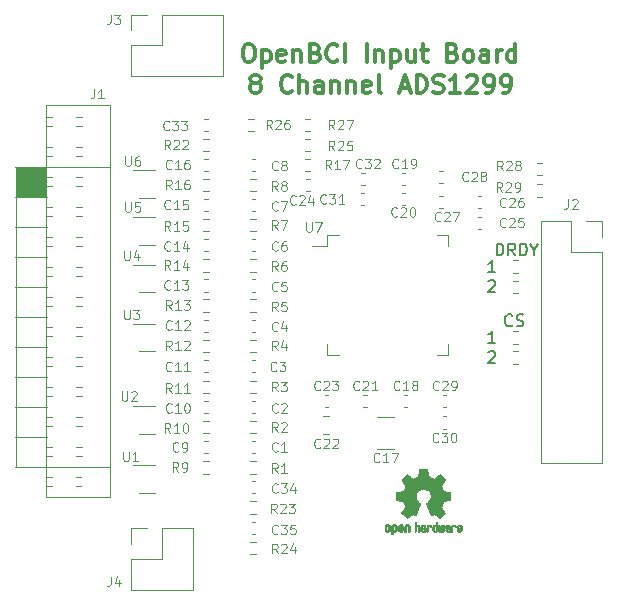
<source format=gbr>
%TF.GenerationSoftware,KiCad,Pcbnew,(6.0.0)*%
%TF.CreationDate,2022-01-16T13:19:40+00:00*%
%TF.ProjectId,OpenBCI_ESP32_INPUT,4f70656e-4243-4495-9f45-535033325f49,rev?*%
%TF.SameCoordinates,Original*%
%TF.FileFunction,Legend,Top*%
%TF.FilePolarity,Positive*%
%FSLAX46Y46*%
G04 Gerber Fmt 4.6, Leading zero omitted, Abs format (unit mm)*
G04 Created by KiCad (PCBNEW (6.0.0)) date 2022-01-16 13:19:40*
%MOMM*%
%LPD*%
G01*
G04 APERTURE LIST*
%ADD10C,0.150000*%
%ADD11C,0.300000*%
%ADD12C,0.100000*%
%ADD13C,0.120000*%
%ADD14C,0.010000*%
G04 APERTURE END LIST*
D10*
X139914285Y-79247619D02*
X139961904Y-79200000D01*
X140057142Y-79152380D01*
X140295238Y-79152380D01*
X140390476Y-79200000D01*
X140438095Y-79247619D01*
X140485714Y-79342857D01*
X140485714Y-79438095D01*
X140438095Y-79580952D01*
X139866666Y-80152380D01*
X140485714Y-80152380D01*
X139914285Y-73247619D02*
X139961904Y-73200000D01*
X140057142Y-73152380D01*
X140295238Y-73152380D01*
X140390476Y-73200000D01*
X140438095Y-73247619D01*
X140485714Y-73342857D01*
X140485714Y-73438095D01*
X140438095Y-73580952D01*
X139866666Y-74152380D01*
X140485714Y-74152380D01*
X140609523Y-71052380D02*
X140609523Y-70052380D01*
X140847619Y-70052380D01*
X140990476Y-70100000D01*
X141085714Y-70195238D01*
X141133333Y-70290476D01*
X141180952Y-70480952D01*
X141180952Y-70623809D01*
X141133333Y-70814285D01*
X141085714Y-70909523D01*
X140990476Y-71004761D01*
X140847619Y-71052380D01*
X140609523Y-71052380D01*
X142180952Y-71052380D02*
X141847619Y-70576190D01*
X141609523Y-71052380D02*
X141609523Y-70052380D01*
X141990476Y-70052380D01*
X142085714Y-70100000D01*
X142133333Y-70147619D01*
X142180952Y-70242857D01*
X142180952Y-70385714D01*
X142133333Y-70480952D01*
X142085714Y-70528571D01*
X141990476Y-70576190D01*
X141609523Y-70576190D01*
X142609523Y-71052380D02*
X142609523Y-70052380D01*
X142847619Y-70052380D01*
X142990476Y-70100000D01*
X143085714Y-70195238D01*
X143133333Y-70290476D01*
X143180952Y-70480952D01*
X143180952Y-70623809D01*
X143133333Y-70814285D01*
X143085714Y-70909523D01*
X142990476Y-71004761D01*
X142847619Y-71052380D01*
X142609523Y-71052380D01*
X143800000Y-70576190D02*
X143800000Y-71052380D01*
X143466666Y-70052380D02*
X143800000Y-70576190D01*
X144133333Y-70052380D01*
D11*
X120050000Y-56421428D02*
X119907142Y-56350000D01*
X119835714Y-56278571D01*
X119764285Y-56135714D01*
X119764285Y-56064285D01*
X119835714Y-55921428D01*
X119907142Y-55850000D01*
X120050000Y-55778571D01*
X120335714Y-55778571D01*
X120478571Y-55850000D01*
X120550000Y-55921428D01*
X120621428Y-56064285D01*
X120621428Y-56135714D01*
X120550000Y-56278571D01*
X120478571Y-56350000D01*
X120335714Y-56421428D01*
X120050000Y-56421428D01*
X119907142Y-56492857D01*
X119835714Y-56564285D01*
X119764285Y-56707142D01*
X119764285Y-56992857D01*
X119835714Y-57135714D01*
X119907142Y-57207142D01*
X120050000Y-57278571D01*
X120335714Y-57278571D01*
X120478571Y-57207142D01*
X120550000Y-57135714D01*
X120621428Y-56992857D01*
X120621428Y-56707142D01*
X120550000Y-56564285D01*
X120478571Y-56492857D01*
X120335714Y-56421428D01*
X123264285Y-57135714D02*
X123192857Y-57207142D01*
X122978571Y-57278571D01*
X122835714Y-57278571D01*
X122621428Y-57207142D01*
X122478571Y-57064285D01*
X122407142Y-56921428D01*
X122335714Y-56635714D01*
X122335714Y-56421428D01*
X122407142Y-56135714D01*
X122478571Y-55992857D01*
X122621428Y-55850000D01*
X122835714Y-55778571D01*
X122978571Y-55778571D01*
X123192857Y-55850000D01*
X123264285Y-55921428D01*
X123907142Y-57278571D02*
X123907142Y-55778571D01*
X124550000Y-57278571D02*
X124550000Y-56492857D01*
X124478571Y-56350000D01*
X124335714Y-56278571D01*
X124121428Y-56278571D01*
X123978571Y-56350000D01*
X123907142Y-56421428D01*
X125907142Y-57278571D02*
X125907142Y-56492857D01*
X125835714Y-56350000D01*
X125692857Y-56278571D01*
X125407142Y-56278571D01*
X125264285Y-56350000D01*
X125907142Y-57207142D02*
X125764285Y-57278571D01*
X125407142Y-57278571D01*
X125264285Y-57207142D01*
X125192857Y-57064285D01*
X125192857Y-56921428D01*
X125264285Y-56778571D01*
X125407142Y-56707142D01*
X125764285Y-56707142D01*
X125907142Y-56635714D01*
X126621428Y-56278571D02*
X126621428Y-57278571D01*
X126621428Y-56421428D02*
X126692857Y-56350000D01*
X126835714Y-56278571D01*
X127050000Y-56278571D01*
X127192857Y-56350000D01*
X127264285Y-56492857D01*
X127264285Y-57278571D01*
X127978571Y-56278571D02*
X127978571Y-57278571D01*
X127978571Y-56421428D02*
X128050000Y-56350000D01*
X128192857Y-56278571D01*
X128407142Y-56278571D01*
X128550000Y-56350000D01*
X128621428Y-56492857D01*
X128621428Y-57278571D01*
X129907142Y-57207142D02*
X129764285Y-57278571D01*
X129478571Y-57278571D01*
X129335714Y-57207142D01*
X129264285Y-57064285D01*
X129264285Y-56492857D01*
X129335714Y-56350000D01*
X129478571Y-56278571D01*
X129764285Y-56278571D01*
X129907142Y-56350000D01*
X129978571Y-56492857D01*
X129978571Y-56635714D01*
X129264285Y-56778571D01*
X130835714Y-57278571D02*
X130692857Y-57207142D01*
X130621428Y-57064285D01*
X130621428Y-55778571D01*
X132478571Y-56850000D02*
X133192857Y-56850000D01*
X132335714Y-57278571D02*
X132835714Y-55778571D01*
X133335714Y-57278571D01*
X133835714Y-57278571D02*
X133835714Y-55778571D01*
X134192857Y-55778571D01*
X134407142Y-55850000D01*
X134550000Y-55992857D01*
X134621428Y-56135714D01*
X134692857Y-56421428D01*
X134692857Y-56635714D01*
X134621428Y-56921428D01*
X134550000Y-57064285D01*
X134407142Y-57207142D01*
X134192857Y-57278571D01*
X133835714Y-57278571D01*
X135264285Y-57207142D02*
X135478571Y-57278571D01*
X135835714Y-57278571D01*
X135978571Y-57207142D01*
X136050000Y-57135714D01*
X136121428Y-56992857D01*
X136121428Y-56850000D01*
X136050000Y-56707142D01*
X135978571Y-56635714D01*
X135835714Y-56564285D01*
X135550000Y-56492857D01*
X135407142Y-56421428D01*
X135335714Y-56350000D01*
X135264285Y-56207142D01*
X135264285Y-56064285D01*
X135335714Y-55921428D01*
X135407142Y-55850000D01*
X135550000Y-55778571D01*
X135907142Y-55778571D01*
X136121428Y-55850000D01*
X137550000Y-57278571D02*
X136692857Y-57278571D01*
X137121428Y-57278571D02*
X137121428Y-55778571D01*
X136978571Y-55992857D01*
X136835714Y-56135714D01*
X136692857Y-56207142D01*
X138121428Y-55921428D02*
X138192857Y-55850000D01*
X138335714Y-55778571D01*
X138692857Y-55778571D01*
X138835714Y-55850000D01*
X138907142Y-55921428D01*
X138978571Y-56064285D01*
X138978571Y-56207142D01*
X138907142Y-56421428D01*
X138050000Y-57278571D01*
X138978571Y-57278571D01*
X139692857Y-57278571D02*
X139978571Y-57278571D01*
X140121428Y-57207142D01*
X140192857Y-57135714D01*
X140335714Y-56921428D01*
X140407142Y-56635714D01*
X140407142Y-56064285D01*
X140335714Y-55921428D01*
X140264285Y-55850000D01*
X140121428Y-55778571D01*
X139835714Y-55778571D01*
X139692857Y-55850000D01*
X139621428Y-55921428D01*
X139550000Y-56064285D01*
X139550000Y-56421428D01*
X139621428Y-56564285D01*
X139692857Y-56635714D01*
X139835714Y-56707142D01*
X140121428Y-56707142D01*
X140264285Y-56635714D01*
X140335714Y-56564285D01*
X140407142Y-56421428D01*
X141121428Y-57278571D02*
X141407142Y-57278571D01*
X141550000Y-57207142D01*
X141621428Y-57135714D01*
X141764285Y-56921428D01*
X141835714Y-56635714D01*
X141835714Y-56064285D01*
X141764285Y-55921428D01*
X141692857Y-55850000D01*
X141550000Y-55778571D01*
X141264285Y-55778571D01*
X141121428Y-55850000D01*
X141050000Y-55921428D01*
X140978571Y-56064285D01*
X140978571Y-56421428D01*
X141050000Y-56564285D01*
X141121428Y-56635714D01*
X141264285Y-56707142D01*
X141550000Y-56707142D01*
X141692857Y-56635714D01*
X141764285Y-56564285D01*
X141835714Y-56421428D01*
D10*
X140485714Y-78452380D02*
X139914285Y-78452380D01*
X140200000Y-78452380D02*
X140200000Y-77452380D01*
X140104761Y-77595238D01*
X140009523Y-77690476D01*
X139914285Y-77738095D01*
D11*
X119485714Y-53178571D02*
X119771428Y-53178571D01*
X119914285Y-53250000D01*
X120057142Y-53392857D01*
X120128571Y-53678571D01*
X120128571Y-54178571D01*
X120057142Y-54464285D01*
X119914285Y-54607142D01*
X119771428Y-54678571D01*
X119485714Y-54678571D01*
X119342857Y-54607142D01*
X119200000Y-54464285D01*
X119128571Y-54178571D01*
X119128571Y-53678571D01*
X119200000Y-53392857D01*
X119342857Y-53250000D01*
X119485714Y-53178571D01*
X120771428Y-53678571D02*
X120771428Y-55178571D01*
X120771428Y-53750000D02*
X120914285Y-53678571D01*
X121200000Y-53678571D01*
X121342857Y-53750000D01*
X121414285Y-53821428D01*
X121485714Y-53964285D01*
X121485714Y-54392857D01*
X121414285Y-54535714D01*
X121342857Y-54607142D01*
X121200000Y-54678571D01*
X120914285Y-54678571D01*
X120771428Y-54607142D01*
X122700000Y-54607142D02*
X122557142Y-54678571D01*
X122271428Y-54678571D01*
X122128571Y-54607142D01*
X122057142Y-54464285D01*
X122057142Y-53892857D01*
X122128571Y-53750000D01*
X122271428Y-53678571D01*
X122557142Y-53678571D01*
X122700000Y-53750000D01*
X122771428Y-53892857D01*
X122771428Y-54035714D01*
X122057142Y-54178571D01*
X123414285Y-53678571D02*
X123414285Y-54678571D01*
X123414285Y-53821428D02*
X123485714Y-53750000D01*
X123628571Y-53678571D01*
X123842857Y-53678571D01*
X123985714Y-53750000D01*
X124057142Y-53892857D01*
X124057142Y-54678571D01*
X125271428Y-53892857D02*
X125485714Y-53964285D01*
X125557142Y-54035714D01*
X125628571Y-54178571D01*
X125628571Y-54392857D01*
X125557142Y-54535714D01*
X125485714Y-54607142D01*
X125342857Y-54678571D01*
X124771428Y-54678571D01*
X124771428Y-53178571D01*
X125271428Y-53178571D01*
X125414285Y-53250000D01*
X125485714Y-53321428D01*
X125557142Y-53464285D01*
X125557142Y-53607142D01*
X125485714Y-53750000D01*
X125414285Y-53821428D01*
X125271428Y-53892857D01*
X124771428Y-53892857D01*
X127128571Y-54535714D02*
X127057142Y-54607142D01*
X126842857Y-54678571D01*
X126700000Y-54678571D01*
X126485714Y-54607142D01*
X126342857Y-54464285D01*
X126271428Y-54321428D01*
X126200000Y-54035714D01*
X126200000Y-53821428D01*
X126271428Y-53535714D01*
X126342857Y-53392857D01*
X126485714Y-53250000D01*
X126700000Y-53178571D01*
X126842857Y-53178571D01*
X127057142Y-53250000D01*
X127128571Y-53321428D01*
X127771428Y-54678571D02*
X127771428Y-53178571D01*
X129628571Y-54678571D02*
X129628571Y-53178571D01*
X130342857Y-53678571D02*
X130342857Y-54678571D01*
X130342857Y-53821428D02*
X130414285Y-53750000D01*
X130557142Y-53678571D01*
X130771428Y-53678571D01*
X130914285Y-53750000D01*
X130985714Y-53892857D01*
X130985714Y-54678571D01*
X131700000Y-53678571D02*
X131700000Y-55178571D01*
X131700000Y-53750000D02*
X131842857Y-53678571D01*
X132128571Y-53678571D01*
X132271428Y-53750000D01*
X132342857Y-53821428D01*
X132414285Y-53964285D01*
X132414285Y-54392857D01*
X132342857Y-54535714D01*
X132271428Y-54607142D01*
X132128571Y-54678571D01*
X131842857Y-54678571D01*
X131700000Y-54607142D01*
X133700000Y-53678571D02*
X133700000Y-54678571D01*
X133057142Y-53678571D02*
X133057142Y-54464285D01*
X133128571Y-54607142D01*
X133271428Y-54678571D01*
X133485714Y-54678571D01*
X133628571Y-54607142D01*
X133700000Y-54535714D01*
X134200000Y-53678571D02*
X134771428Y-53678571D01*
X134414285Y-53178571D02*
X134414285Y-54464285D01*
X134485714Y-54607142D01*
X134628571Y-54678571D01*
X134771428Y-54678571D01*
X136914285Y-53892857D02*
X137128571Y-53964285D01*
X137200000Y-54035714D01*
X137271428Y-54178571D01*
X137271428Y-54392857D01*
X137200000Y-54535714D01*
X137128571Y-54607142D01*
X136985714Y-54678571D01*
X136414285Y-54678571D01*
X136414285Y-53178571D01*
X136914285Y-53178571D01*
X137057142Y-53250000D01*
X137128571Y-53321428D01*
X137200000Y-53464285D01*
X137200000Y-53607142D01*
X137128571Y-53750000D01*
X137057142Y-53821428D01*
X136914285Y-53892857D01*
X136414285Y-53892857D01*
X138128571Y-54678571D02*
X137985714Y-54607142D01*
X137914285Y-54535714D01*
X137842857Y-54392857D01*
X137842857Y-53964285D01*
X137914285Y-53821428D01*
X137985714Y-53750000D01*
X138128571Y-53678571D01*
X138342857Y-53678571D01*
X138485714Y-53750000D01*
X138557142Y-53821428D01*
X138628571Y-53964285D01*
X138628571Y-54392857D01*
X138557142Y-54535714D01*
X138485714Y-54607142D01*
X138342857Y-54678571D01*
X138128571Y-54678571D01*
X139914285Y-54678571D02*
X139914285Y-53892857D01*
X139842857Y-53750000D01*
X139700000Y-53678571D01*
X139414285Y-53678571D01*
X139271428Y-53750000D01*
X139914285Y-54607142D02*
X139771428Y-54678571D01*
X139414285Y-54678571D01*
X139271428Y-54607142D01*
X139200000Y-54464285D01*
X139200000Y-54321428D01*
X139271428Y-54178571D01*
X139414285Y-54107142D01*
X139771428Y-54107142D01*
X139914285Y-54035714D01*
X140628571Y-54678571D02*
X140628571Y-53678571D01*
X140628571Y-53964285D02*
X140700000Y-53821428D01*
X140771428Y-53750000D01*
X140914285Y-53678571D01*
X141057142Y-53678571D01*
X142200000Y-54678571D02*
X142200000Y-53178571D01*
X142200000Y-54607142D02*
X142057142Y-54678571D01*
X141771428Y-54678571D01*
X141628571Y-54607142D01*
X141557142Y-54535714D01*
X141485714Y-54392857D01*
X141485714Y-53964285D01*
X141557142Y-53821428D01*
X141628571Y-53750000D01*
X141771428Y-53678571D01*
X142057142Y-53678571D01*
X142200000Y-53750000D01*
D10*
X141933333Y-76957142D02*
X141885714Y-77004761D01*
X141742857Y-77052380D01*
X141647619Y-77052380D01*
X141504761Y-77004761D01*
X141409523Y-76909523D01*
X141361904Y-76814285D01*
X141314285Y-76623809D01*
X141314285Y-76480952D01*
X141361904Y-76290476D01*
X141409523Y-76195238D01*
X141504761Y-76100000D01*
X141647619Y-76052380D01*
X141742857Y-76052380D01*
X141885714Y-76100000D01*
X141933333Y-76147619D01*
X142314285Y-77004761D02*
X142457142Y-77052380D01*
X142695238Y-77052380D01*
X142790476Y-77004761D01*
X142838095Y-76957142D01*
X142885714Y-76861904D01*
X142885714Y-76766666D01*
X142838095Y-76671428D01*
X142790476Y-76623809D01*
X142695238Y-76576190D01*
X142504761Y-76528571D01*
X142409523Y-76480952D01*
X142361904Y-76433333D01*
X142314285Y-76338095D01*
X142314285Y-76242857D01*
X142361904Y-76147619D01*
X142409523Y-76100000D01*
X142504761Y-76052380D01*
X142742857Y-76052380D01*
X142885714Y-76100000D01*
X140485714Y-72452380D02*
X139914285Y-72452380D01*
X140200000Y-72452380D02*
X140200000Y-71452380D01*
X140104761Y-71595238D01*
X140009523Y-71690476D01*
X139914285Y-71738095D01*
D12*
%TO.C,C1*%
X122066666Y-87585714D02*
X122028571Y-87623809D01*
X121914285Y-87661904D01*
X121838095Y-87661904D01*
X121723809Y-87623809D01*
X121647619Y-87547619D01*
X121609523Y-87471428D01*
X121571428Y-87319047D01*
X121571428Y-87204761D01*
X121609523Y-87052380D01*
X121647619Y-86976190D01*
X121723809Y-86900000D01*
X121838095Y-86861904D01*
X121914285Y-86861904D01*
X122028571Y-86900000D01*
X122066666Y-86938095D01*
X122828571Y-87661904D02*
X122371428Y-87661904D01*
X122600000Y-87661904D02*
X122600000Y-86861904D01*
X122523809Y-86976190D01*
X122447619Y-87052380D01*
X122371428Y-87090476D01*
%TO.C,C2*%
X122066666Y-84285714D02*
X122028571Y-84323809D01*
X121914285Y-84361904D01*
X121838095Y-84361904D01*
X121723809Y-84323809D01*
X121647619Y-84247619D01*
X121609523Y-84171428D01*
X121571428Y-84019047D01*
X121571428Y-83904761D01*
X121609523Y-83752380D01*
X121647619Y-83676190D01*
X121723809Y-83600000D01*
X121838095Y-83561904D01*
X121914285Y-83561904D01*
X122028571Y-83600000D01*
X122066666Y-83638095D01*
X122371428Y-83638095D02*
X122409523Y-83600000D01*
X122485714Y-83561904D01*
X122676190Y-83561904D01*
X122752380Y-83600000D01*
X122790476Y-83638095D01*
X122828571Y-83714285D01*
X122828571Y-83790476D01*
X122790476Y-83904761D01*
X122333333Y-84361904D01*
X122828571Y-84361904D01*
%TO.C,C3*%
X121966666Y-80785714D02*
X121928571Y-80823809D01*
X121814285Y-80861904D01*
X121738095Y-80861904D01*
X121623809Y-80823809D01*
X121547619Y-80747619D01*
X121509523Y-80671428D01*
X121471428Y-80519047D01*
X121471428Y-80404761D01*
X121509523Y-80252380D01*
X121547619Y-80176190D01*
X121623809Y-80100000D01*
X121738095Y-80061904D01*
X121814285Y-80061904D01*
X121928571Y-80100000D01*
X121966666Y-80138095D01*
X122233333Y-80061904D02*
X122728571Y-80061904D01*
X122461904Y-80366666D01*
X122576190Y-80366666D01*
X122652380Y-80404761D01*
X122690476Y-80442857D01*
X122728571Y-80519047D01*
X122728571Y-80709523D01*
X122690476Y-80785714D01*
X122652380Y-80823809D01*
X122576190Y-80861904D01*
X122347619Y-80861904D01*
X122271428Y-80823809D01*
X122233333Y-80785714D01*
%TO.C,C4*%
X122066666Y-77385714D02*
X122028571Y-77423809D01*
X121914285Y-77461904D01*
X121838095Y-77461904D01*
X121723809Y-77423809D01*
X121647619Y-77347619D01*
X121609523Y-77271428D01*
X121571428Y-77119047D01*
X121571428Y-77004761D01*
X121609523Y-76852380D01*
X121647619Y-76776190D01*
X121723809Y-76700000D01*
X121838095Y-76661904D01*
X121914285Y-76661904D01*
X122028571Y-76700000D01*
X122066666Y-76738095D01*
X122752380Y-76928571D02*
X122752380Y-77461904D01*
X122561904Y-76623809D02*
X122371428Y-77195238D01*
X122866666Y-77195238D01*
%TO.C,C5*%
X122066666Y-73985714D02*
X122028571Y-74023809D01*
X121914285Y-74061904D01*
X121838095Y-74061904D01*
X121723809Y-74023809D01*
X121647619Y-73947619D01*
X121609523Y-73871428D01*
X121571428Y-73719047D01*
X121571428Y-73604761D01*
X121609523Y-73452380D01*
X121647619Y-73376190D01*
X121723809Y-73300000D01*
X121838095Y-73261904D01*
X121914285Y-73261904D01*
X122028571Y-73300000D01*
X122066666Y-73338095D01*
X122790476Y-73261904D02*
X122409523Y-73261904D01*
X122371428Y-73642857D01*
X122409523Y-73604761D01*
X122485714Y-73566666D01*
X122676190Y-73566666D01*
X122752380Y-73604761D01*
X122790476Y-73642857D01*
X122828571Y-73719047D01*
X122828571Y-73909523D01*
X122790476Y-73985714D01*
X122752380Y-74023809D01*
X122676190Y-74061904D01*
X122485714Y-74061904D01*
X122409523Y-74023809D01*
X122371428Y-73985714D01*
%TO.C,C6*%
X122066666Y-70585714D02*
X122028571Y-70623809D01*
X121914285Y-70661904D01*
X121838095Y-70661904D01*
X121723809Y-70623809D01*
X121647619Y-70547619D01*
X121609523Y-70471428D01*
X121571428Y-70319047D01*
X121571428Y-70204761D01*
X121609523Y-70052380D01*
X121647619Y-69976190D01*
X121723809Y-69900000D01*
X121838095Y-69861904D01*
X121914285Y-69861904D01*
X122028571Y-69900000D01*
X122066666Y-69938095D01*
X122752380Y-69861904D02*
X122600000Y-69861904D01*
X122523809Y-69900000D01*
X122485714Y-69938095D01*
X122409523Y-70052380D01*
X122371428Y-70204761D01*
X122371428Y-70509523D01*
X122409523Y-70585714D01*
X122447619Y-70623809D01*
X122523809Y-70661904D01*
X122676190Y-70661904D01*
X122752380Y-70623809D01*
X122790476Y-70585714D01*
X122828571Y-70509523D01*
X122828571Y-70319047D01*
X122790476Y-70242857D01*
X122752380Y-70204761D01*
X122676190Y-70166666D01*
X122523809Y-70166666D01*
X122447619Y-70204761D01*
X122409523Y-70242857D01*
X122371428Y-70319047D01*
%TO.C,C7*%
X122066666Y-67185714D02*
X122028571Y-67223809D01*
X121914285Y-67261904D01*
X121838095Y-67261904D01*
X121723809Y-67223809D01*
X121647619Y-67147619D01*
X121609523Y-67071428D01*
X121571428Y-66919047D01*
X121571428Y-66804761D01*
X121609523Y-66652380D01*
X121647619Y-66576190D01*
X121723809Y-66500000D01*
X121838095Y-66461904D01*
X121914285Y-66461904D01*
X122028571Y-66500000D01*
X122066666Y-66538095D01*
X122333333Y-66461904D02*
X122866666Y-66461904D01*
X122523809Y-67261904D01*
%TO.C,C8*%
X122066666Y-63785714D02*
X122028571Y-63823809D01*
X121914285Y-63861904D01*
X121838095Y-63861904D01*
X121723809Y-63823809D01*
X121647619Y-63747619D01*
X121609523Y-63671428D01*
X121571428Y-63519047D01*
X121571428Y-63404761D01*
X121609523Y-63252380D01*
X121647619Y-63176190D01*
X121723809Y-63100000D01*
X121838095Y-63061904D01*
X121914285Y-63061904D01*
X122028571Y-63100000D01*
X122066666Y-63138095D01*
X122523809Y-63404761D02*
X122447619Y-63366666D01*
X122409523Y-63328571D01*
X122371428Y-63252380D01*
X122371428Y-63214285D01*
X122409523Y-63138095D01*
X122447619Y-63100000D01*
X122523809Y-63061904D01*
X122676190Y-63061904D01*
X122752380Y-63100000D01*
X122790476Y-63138095D01*
X122828571Y-63214285D01*
X122828571Y-63252380D01*
X122790476Y-63328571D01*
X122752380Y-63366666D01*
X122676190Y-63404761D01*
X122523809Y-63404761D01*
X122447619Y-63442857D01*
X122409523Y-63480952D01*
X122371428Y-63557142D01*
X122371428Y-63709523D01*
X122409523Y-63785714D01*
X122447619Y-63823809D01*
X122523809Y-63861904D01*
X122676190Y-63861904D01*
X122752380Y-63823809D01*
X122790476Y-63785714D01*
X122828571Y-63709523D01*
X122828571Y-63557142D01*
X122790476Y-63480952D01*
X122752380Y-63442857D01*
X122676190Y-63404761D01*
%TO.C,C9*%
X113666666Y-87585714D02*
X113628571Y-87623809D01*
X113514285Y-87661904D01*
X113438095Y-87661904D01*
X113323809Y-87623809D01*
X113247619Y-87547619D01*
X113209523Y-87471428D01*
X113171428Y-87319047D01*
X113171428Y-87204761D01*
X113209523Y-87052380D01*
X113247619Y-86976190D01*
X113323809Y-86900000D01*
X113438095Y-86861904D01*
X113514285Y-86861904D01*
X113628571Y-86900000D01*
X113666666Y-86938095D01*
X114047619Y-87661904D02*
X114200000Y-87661904D01*
X114276190Y-87623809D01*
X114314285Y-87585714D01*
X114390476Y-87471428D01*
X114428571Y-87319047D01*
X114428571Y-87014285D01*
X114390476Y-86938095D01*
X114352380Y-86900000D01*
X114276190Y-86861904D01*
X114123809Y-86861904D01*
X114047619Y-86900000D01*
X114009523Y-86938095D01*
X113971428Y-87014285D01*
X113971428Y-87204761D01*
X114009523Y-87280952D01*
X114047619Y-87319047D01*
X114123809Y-87357142D01*
X114276190Y-87357142D01*
X114352380Y-87319047D01*
X114390476Y-87280952D01*
X114428571Y-87204761D01*
%TO.C,C10*%
X113085714Y-84285714D02*
X113047619Y-84323809D01*
X112933333Y-84361904D01*
X112857142Y-84361904D01*
X112742857Y-84323809D01*
X112666666Y-84247619D01*
X112628571Y-84171428D01*
X112590476Y-84019047D01*
X112590476Y-83904761D01*
X112628571Y-83752380D01*
X112666666Y-83676190D01*
X112742857Y-83600000D01*
X112857142Y-83561904D01*
X112933333Y-83561904D01*
X113047619Y-83600000D01*
X113085714Y-83638095D01*
X113847619Y-84361904D02*
X113390476Y-84361904D01*
X113619047Y-84361904D02*
X113619047Y-83561904D01*
X113542857Y-83676190D01*
X113466666Y-83752380D01*
X113390476Y-83790476D01*
X114342857Y-83561904D02*
X114419047Y-83561904D01*
X114495238Y-83600000D01*
X114533333Y-83638095D01*
X114571428Y-83714285D01*
X114609523Y-83866666D01*
X114609523Y-84057142D01*
X114571428Y-84209523D01*
X114533333Y-84285714D01*
X114495238Y-84323809D01*
X114419047Y-84361904D01*
X114342857Y-84361904D01*
X114266666Y-84323809D01*
X114228571Y-84285714D01*
X114190476Y-84209523D01*
X114152380Y-84057142D01*
X114152380Y-83866666D01*
X114190476Y-83714285D01*
X114228571Y-83638095D01*
X114266666Y-83600000D01*
X114342857Y-83561904D01*
%TO.C,C11*%
X113085714Y-80785714D02*
X113047619Y-80823809D01*
X112933333Y-80861904D01*
X112857142Y-80861904D01*
X112742857Y-80823809D01*
X112666666Y-80747619D01*
X112628571Y-80671428D01*
X112590476Y-80519047D01*
X112590476Y-80404761D01*
X112628571Y-80252380D01*
X112666666Y-80176190D01*
X112742857Y-80100000D01*
X112857142Y-80061904D01*
X112933333Y-80061904D01*
X113047619Y-80100000D01*
X113085714Y-80138095D01*
X113847619Y-80861904D02*
X113390476Y-80861904D01*
X113619047Y-80861904D02*
X113619047Y-80061904D01*
X113542857Y-80176190D01*
X113466666Y-80252380D01*
X113390476Y-80290476D01*
X114609523Y-80861904D02*
X114152380Y-80861904D01*
X114380952Y-80861904D02*
X114380952Y-80061904D01*
X114304761Y-80176190D01*
X114228571Y-80252380D01*
X114152380Y-80290476D01*
%TO.C,C12*%
X113085714Y-77285714D02*
X113047619Y-77323809D01*
X112933333Y-77361904D01*
X112857142Y-77361904D01*
X112742857Y-77323809D01*
X112666666Y-77247619D01*
X112628571Y-77171428D01*
X112590476Y-77019047D01*
X112590476Y-76904761D01*
X112628571Y-76752380D01*
X112666666Y-76676190D01*
X112742857Y-76600000D01*
X112857142Y-76561904D01*
X112933333Y-76561904D01*
X113047619Y-76600000D01*
X113085714Y-76638095D01*
X113847619Y-77361904D02*
X113390476Y-77361904D01*
X113619047Y-77361904D02*
X113619047Y-76561904D01*
X113542857Y-76676190D01*
X113466666Y-76752380D01*
X113390476Y-76790476D01*
X114152380Y-76638095D02*
X114190476Y-76600000D01*
X114266666Y-76561904D01*
X114457142Y-76561904D01*
X114533333Y-76600000D01*
X114571428Y-76638095D01*
X114609523Y-76714285D01*
X114609523Y-76790476D01*
X114571428Y-76904761D01*
X114114285Y-77361904D01*
X114609523Y-77361904D01*
%TO.C,C13*%
X112985714Y-73885714D02*
X112947619Y-73923809D01*
X112833333Y-73961904D01*
X112757142Y-73961904D01*
X112642857Y-73923809D01*
X112566666Y-73847619D01*
X112528571Y-73771428D01*
X112490476Y-73619047D01*
X112490476Y-73504761D01*
X112528571Y-73352380D01*
X112566666Y-73276190D01*
X112642857Y-73200000D01*
X112757142Y-73161904D01*
X112833333Y-73161904D01*
X112947619Y-73200000D01*
X112985714Y-73238095D01*
X113747619Y-73961904D02*
X113290476Y-73961904D01*
X113519047Y-73961904D02*
X113519047Y-73161904D01*
X113442857Y-73276190D01*
X113366666Y-73352380D01*
X113290476Y-73390476D01*
X114014285Y-73161904D02*
X114509523Y-73161904D01*
X114242857Y-73466666D01*
X114357142Y-73466666D01*
X114433333Y-73504761D01*
X114471428Y-73542857D01*
X114509523Y-73619047D01*
X114509523Y-73809523D01*
X114471428Y-73885714D01*
X114433333Y-73923809D01*
X114357142Y-73961904D01*
X114128571Y-73961904D01*
X114052380Y-73923809D01*
X114014285Y-73885714D01*
%TO.C,C14*%
X112985714Y-70585714D02*
X112947619Y-70623809D01*
X112833333Y-70661904D01*
X112757142Y-70661904D01*
X112642857Y-70623809D01*
X112566666Y-70547619D01*
X112528571Y-70471428D01*
X112490476Y-70319047D01*
X112490476Y-70204761D01*
X112528571Y-70052380D01*
X112566666Y-69976190D01*
X112642857Y-69900000D01*
X112757142Y-69861904D01*
X112833333Y-69861904D01*
X112947619Y-69900000D01*
X112985714Y-69938095D01*
X113747619Y-70661904D02*
X113290476Y-70661904D01*
X113519047Y-70661904D02*
X113519047Y-69861904D01*
X113442857Y-69976190D01*
X113366666Y-70052380D01*
X113290476Y-70090476D01*
X114433333Y-70128571D02*
X114433333Y-70661904D01*
X114242857Y-69823809D02*
X114052380Y-70395238D01*
X114547619Y-70395238D01*
%TO.C,C15*%
X112985714Y-67085714D02*
X112947619Y-67123809D01*
X112833333Y-67161904D01*
X112757142Y-67161904D01*
X112642857Y-67123809D01*
X112566666Y-67047619D01*
X112528571Y-66971428D01*
X112490476Y-66819047D01*
X112490476Y-66704761D01*
X112528571Y-66552380D01*
X112566666Y-66476190D01*
X112642857Y-66400000D01*
X112757142Y-66361904D01*
X112833333Y-66361904D01*
X112947619Y-66400000D01*
X112985714Y-66438095D01*
X113747619Y-67161904D02*
X113290476Y-67161904D01*
X113519047Y-67161904D02*
X113519047Y-66361904D01*
X113442857Y-66476190D01*
X113366666Y-66552380D01*
X113290476Y-66590476D01*
X114471428Y-66361904D02*
X114090476Y-66361904D01*
X114052380Y-66742857D01*
X114090476Y-66704761D01*
X114166666Y-66666666D01*
X114357142Y-66666666D01*
X114433333Y-66704761D01*
X114471428Y-66742857D01*
X114509523Y-66819047D01*
X114509523Y-67009523D01*
X114471428Y-67085714D01*
X114433333Y-67123809D01*
X114357142Y-67161904D01*
X114166666Y-67161904D01*
X114090476Y-67123809D01*
X114052380Y-67085714D01*
%TO.C,C16*%
X113085714Y-63685714D02*
X113047619Y-63723809D01*
X112933333Y-63761904D01*
X112857142Y-63761904D01*
X112742857Y-63723809D01*
X112666666Y-63647619D01*
X112628571Y-63571428D01*
X112590476Y-63419047D01*
X112590476Y-63304761D01*
X112628571Y-63152380D01*
X112666666Y-63076190D01*
X112742857Y-63000000D01*
X112857142Y-62961904D01*
X112933333Y-62961904D01*
X113047619Y-63000000D01*
X113085714Y-63038095D01*
X113847619Y-63761904D02*
X113390476Y-63761904D01*
X113619047Y-63761904D02*
X113619047Y-62961904D01*
X113542857Y-63076190D01*
X113466666Y-63152380D01*
X113390476Y-63190476D01*
X114533333Y-62961904D02*
X114380952Y-62961904D01*
X114304761Y-63000000D01*
X114266666Y-63038095D01*
X114190476Y-63152380D01*
X114152380Y-63304761D01*
X114152380Y-63609523D01*
X114190476Y-63685714D01*
X114228571Y-63723809D01*
X114304761Y-63761904D01*
X114457142Y-63761904D01*
X114533333Y-63723809D01*
X114571428Y-63685714D01*
X114609523Y-63609523D01*
X114609523Y-63419047D01*
X114571428Y-63342857D01*
X114533333Y-63304761D01*
X114457142Y-63266666D01*
X114304761Y-63266666D01*
X114228571Y-63304761D01*
X114190476Y-63342857D01*
X114152380Y-63419047D01*
%TO.C,C17*%
X130685714Y-88485714D02*
X130647619Y-88523809D01*
X130533333Y-88561904D01*
X130457142Y-88561904D01*
X130342857Y-88523809D01*
X130266666Y-88447619D01*
X130228571Y-88371428D01*
X130190476Y-88219047D01*
X130190476Y-88104761D01*
X130228571Y-87952380D01*
X130266666Y-87876190D01*
X130342857Y-87800000D01*
X130457142Y-87761904D01*
X130533333Y-87761904D01*
X130647619Y-87800000D01*
X130685714Y-87838095D01*
X131447619Y-88561904D02*
X130990476Y-88561904D01*
X131219047Y-88561904D02*
X131219047Y-87761904D01*
X131142857Y-87876190D01*
X131066666Y-87952380D01*
X130990476Y-87990476D01*
X131714285Y-87761904D02*
X132247619Y-87761904D01*
X131904761Y-88561904D01*
%TO.C,C18*%
X132385714Y-82385714D02*
X132347619Y-82423809D01*
X132233333Y-82461904D01*
X132157142Y-82461904D01*
X132042857Y-82423809D01*
X131966666Y-82347619D01*
X131928571Y-82271428D01*
X131890476Y-82119047D01*
X131890476Y-82004761D01*
X131928571Y-81852380D01*
X131966666Y-81776190D01*
X132042857Y-81700000D01*
X132157142Y-81661904D01*
X132233333Y-81661904D01*
X132347619Y-81700000D01*
X132385714Y-81738095D01*
X133147619Y-82461904D02*
X132690476Y-82461904D01*
X132919047Y-82461904D02*
X132919047Y-81661904D01*
X132842857Y-81776190D01*
X132766666Y-81852380D01*
X132690476Y-81890476D01*
X133604761Y-82004761D02*
X133528571Y-81966666D01*
X133490476Y-81928571D01*
X133452380Y-81852380D01*
X133452380Y-81814285D01*
X133490476Y-81738095D01*
X133528571Y-81700000D01*
X133604761Y-81661904D01*
X133757142Y-81661904D01*
X133833333Y-81700000D01*
X133871428Y-81738095D01*
X133909523Y-81814285D01*
X133909523Y-81852380D01*
X133871428Y-81928571D01*
X133833333Y-81966666D01*
X133757142Y-82004761D01*
X133604761Y-82004761D01*
X133528571Y-82042857D01*
X133490476Y-82080952D01*
X133452380Y-82157142D01*
X133452380Y-82309523D01*
X133490476Y-82385714D01*
X133528571Y-82423809D01*
X133604761Y-82461904D01*
X133757142Y-82461904D01*
X133833333Y-82423809D01*
X133871428Y-82385714D01*
X133909523Y-82309523D01*
X133909523Y-82157142D01*
X133871428Y-82080952D01*
X133833333Y-82042857D01*
X133757142Y-82004761D01*
%TO.C,C19*%
X132285714Y-63585714D02*
X132247619Y-63623809D01*
X132133333Y-63661904D01*
X132057142Y-63661904D01*
X131942857Y-63623809D01*
X131866666Y-63547619D01*
X131828571Y-63471428D01*
X131790476Y-63319047D01*
X131790476Y-63204761D01*
X131828571Y-63052380D01*
X131866666Y-62976190D01*
X131942857Y-62900000D01*
X132057142Y-62861904D01*
X132133333Y-62861904D01*
X132247619Y-62900000D01*
X132285714Y-62938095D01*
X133047619Y-63661904D02*
X132590476Y-63661904D01*
X132819047Y-63661904D02*
X132819047Y-62861904D01*
X132742857Y-62976190D01*
X132666666Y-63052380D01*
X132590476Y-63090476D01*
X133428571Y-63661904D02*
X133580952Y-63661904D01*
X133657142Y-63623809D01*
X133695238Y-63585714D01*
X133771428Y-63471428D01*
X133809523Y-63319047D01*
X133809523Y-63014285D01*
X133771428Y-62938095D01*
X133733333Y-62900000D01*
X133657142Y-62861904D01*
X133504761Y-62861904D01*
X133428571Y-62900000D01*
X133390476Y-62938095D01*
X133352380Y-63014285D01*
X133352380Y-63204761D01*
X133390476Y-63280952D01*
X133428571Y-63319047D01*
X133504761Y-63357142D01*
X133657142Y-63357142D01*
X133733333Y-63319047D01*
X133771428Y-63280952D01*
X133809523Y-63204761D01*
%TO.C,C20*%
X132185714Y-67685714D02*
X132147619Y-67723809D01*
X132033333Y-67761904D01*
X131957142Y-67761904D01*
X131842857Y-67723809D01*
X131766666Y-67647619D01*
X131728571Y-67571428D01*
X131690476Y-67419047D01*
X131690476Y-67304761D01*
X131728571Y-67152380D01*
X131766666Y-67076190D01*
X131842857Y-67000000D01*
X131957142Y-66961904D01*
X132033333Y-66961904D01*
X132147619Y-67000000D01*
X132185714Y-67038095D01*
X132490476Y-67038095D02*
X132528571Y-67000000D01*
X132604761Y-66961904D01*
X132795238Y-66961904D01*
X132871428Y-67000000D01*
X132909523Y-67038095D01*
X132947619Y-67114285D01*
X132947619Y-67190476D01*
X132909523Y-67304761D01*
X132452380Y-67761904D01*
X132947619Y-67761904D01*
X133442857Y-66961904D02*
X133519047Y-66961904D01*
X133595238Y-67000000D01*
X133633333Y-67038095D01*
X133671428Y-67114285D01*
X133709523Y-67266666D01*
X133709523Y-67457142D01*
X133671428Y-67609523D01*
X133633333Y-67685714D01*
X133595238Y-67723809D01*
X133519047Y-67761904D01*
X133442857Y-67761904D01*
X133366666Y-67723809D01*
X133328571Y-67685714D01*
X133290476Y-67609523D01*
X133252380Y-67457142D01*
X133252380Y-67266666D01*
X133290476Y-67114285D01*
X133328571Y-67038095D01*
X133366666Y-67000000D01*
X133442857Y-66961904D01*
%TO.C,C21*%
X128985714Y-82385714D02*
X128947619Y-82423809D01*
X128833333Y-82461904D01*
X128757142Y-82461904D01*
X128642857Y-82423809D01*
X128566666Y-82347619D01*
X128528571Y-82271428D01*
X128490476Y-82119047D01*
X128490476Y-82004761D01*
X128528571Y-81852380D01*
X128566666Y-81776190D01*
X128642857Y-81700000D01*
X128757142Y-81661904D01*
X128833333Y-81661904D01*
X128947619Y-81700000D01*
X128985714Y-81738095D01*
X129290476Y-81738095D02*
X129328571Y-81700000D01*
X129404761Y-81661904D01*
X129595238Y-81661904D01*
X129671428Y-81700000D01*
X129709523Y-81738095D01*
X129747619Y-81814285D01*
X129747619Y-81890476D01*
X129709523Y-82004761D01*
X129252380Y-82461904D01*
X129747619Y-82461904D01*
X130509523Y-82461904D02*
X130052380Y-82461904D01*
X130280952Y-82461904D02*
X130280952Y-81661904D01*
X130204761Y-81776190D01*
X130128571Y-81852380D01*
X130052380Y-81890476D01*
%TO.C,C22*%
X125685714Y-87285714D02*
X125647619Y-87323809D01*
X125533333Y-87361904D01*
X125457142Y-87361904D01*
X125342857Y-87323809D01*
X125266666Y-87247619D01*
X125228571Y-87171428D01*
X125190476Y-87019047D01*
X125190476Y-86904761D01*
X125228571Y-86752380D01*
X125266666Y-86676190D01*
X125342857Y-86600000D01*
X125457142Y-86561904D01*
X125533333Y-86561904D01*
X125647619Y-86600000D01*
X125685714Y-86638095D01*
X125990476Y-86638095D02*
X126028571Y-86600000D01*
X126104761Y-86561904D01*
X126295238Y-86561904D01*
X126371428Y-86600000D01*
X126409523Y-86638095D01*
X126447619Y-86714285D01*
X126447619Y-86790476D01*
X126409523Y-86904761D01*
X125952380Y-87361904D01*
X126447619Y-87361904D01*
X126752380Y-86638095D02*
X126790476Y-86600000D01*
X126866666Y-86561904D01*
X127057142Y-86561904D01*
X127133333Y-86600000D01*
X127171428Y-86638095D01*
X127209523Y-86714285D01*
X127209523Y-86790476D01*
X127171428Y-86904761D01*
X126714285Y-87361904D01*
X127209523Y-87361904D01*
%TO.C,C23*%
X125685714Y-82385714D02*
X125647619Y-82423809D01*
X125533333Y-82461904D01*
X125457142Y-82461904D01*
X125342857Y-82423809D01*
X125266666Y-82347619D01*
X125228571Y-82271428D01*
X125190476Y-82119047D01*
X125190476Y-82004761D01*
X125228571Y-81852380D01*
X125266666Y-81776190D01*
X125342857Y-81700000D01*
X125457142Y-81661904D01*
X125533333Y-81661904D01*
X125647619Y-81700000D01*
X125685714Y-81738095D01*
X125990476Y-81738095D02*
X126028571Y-81700000D01*
X126104761Y-81661904D01*
X126295238Y-81661904D01*
X126371428Y-81700000D01*
X126409523Y-81738095D01*
X126447619Y-81814285D01*
X126447619Y-81890476D01*
X126409523Y-82004761D01*
X125952380Y-82461904D01*
X126447619Y-82461904D01*
X126714285Y-81661904D02*
X127209523Y-81661904D01*
X126942857Y-81966666D01*
X127057142Y-81966666D01*
X127133333Y-82004761D01*
X127171428Y-82042857D01*
X127209523Y-82119047D01*
X127209523Y-82309523D01*
X127171428Y-82385714D01*
X127133333Y-82423809D01*
X127057142Y-82461904D01*
X126828571Y-82461904D01*
X126752380Y-82423809D01*
X126714285Y-82385714D01*
%TO.C,C24*%
X123585714Y-66685714D02*
X123547619Y-66723809D01*
X123433333Y-66761904D01*
X123357142Y-66761904D01*
X123242857Y-66723809D01*
X123166666Y-66647619D01*
X123128571Y-66571428D01*
X123090476Y-66419047D01*
X123090476Y-66304761D01*
X123128571Y-66152380D01*
X123166666Y-66076190D01*
X123242857Y-66000000D01*
X123357142Y-65961904D01*
X123433333Y-65961904D01*
X123547619Y-66000000D01*
X123585714Y-66038095D01*
X123890476Y-66038095D02*
X123928571Y-66000000D01*
X124004761Y-65961904D01*
X124195238Y-65961904D01*
X124271428Y-66000000D01*
X124309523Y-66038095D01*
X124347619Y-66114285D01*
X124347619Y-66190476D01*
X124309523Y-66304761D01*
X123852380Y-66761904D01*
X124347619Y-66761904D01*
X125033333Y-66228571D02*
X125033333Y-66761904D01*
X124842857Y-65923809D02*
X124652380Y-66495238D01*
X125147619Y-66495238D01*
%TO.C,C25*%
X141385714Y-68585714D02*
X141347619Y-68623809D01*
X141233333Y-68661904D01*
X141157142Y-68661904D01*
X141042857Y-68623809D01*
X140966666Y-68547619D01*
X140928571Y-68471428D01*
X140890476Y-68319047D01*
X140890476Y-68204761D01*
X140928571Y-68052380D01*
X140966666Y-67976190D01*
X141042857Y-67900000D01*
X141157142Y-67861904D01*
X141233333Y-67861904D01*
X141347619Y-67900000D01*
X141385714Y-67938095D01*
X141690476Y-67938095D02*
X141728571Y-67900000D01*
X141804761Y-67861904D01*
X141995238Y-67861904D01*
X142071428Y-67900000D01*
X142109523Y-67938095D01*
X142147619Y-68014285D01*
X142147619Y-68090476D01*
X142109523Y-68204761D01*
X141652380Y-68661904D01*
X142147619Y-68661904D01*
X142871428Y-67861904D02*
X142490476Y-67861904D01*
X142452380Y-68242857D01*
X142490476Y-68204761D01*
X142566666Y-68166666D01*
X142757142Y-68166666D01*
X142833333Y-68204761D01*
X142871428Y-68242857D01*
X142909523Y-68319047D01*
X142909523Y-68509523D01*
X142871428Y-68585714D01*
X142833333Y-68623809D01*
X142757142Y-68661904D01*
X142566666Y-68661904D01*
X142490476Y-68623809D01*
X142452380Y-68585714D01*
%TO.C,C26*%
X141385714Y-66885714D02*
X141347619Y-66923809D01*
X141233333Y-66961904D01*
X141157142Y-66961904D01*
X141042857Y-66923809D01*
X140966666Y-66847619D01*
X140928571Y-66771428D01*
X140890476Y-66619047D01*
X140890476Y-66504761D01*
X140928571Y-66352380D01*
X140966666Y-66276190D01*
X141042857Y-66200000D01*
X141157142Y-66161904D01*
X141233333Y-66161904D01*
X141347619Y-66200000D01*
X141385714Y-66238095D01*
X141690476Y-66238095D02*
X141728571Y-66200000D01*
X141804761Y-66161904D01*
X141995238Y-66161904D01*
X142071428Y-66200000D01*
X142109523Y-66238095D01*
X142147619Y-66314285D01*
X142147619Y-66390476D01*
X142109523Y-66504761D01*
X141652380Y-66961904D01*
X142147619Y-66961904D01*
X142833333Y-66161904D02*
X142680952Y-66161904D01*
X142604761Y-66200000D01*
X142566666Y-66238095D01*
X142490476Y-66352380D01*
X142452380Y-66504761D01*
X142452380Y-66809523D01*
X142490476Y-66885714D01*
X142528571Y-66923809D01*
X142604761Y-66961904D01*
X142757142Y-66961904D01*
X142833333Y-66923809D01*
X142871428Y-66885714D01*
X142909523Y-66809523D01*
X142909523Y-66619047D01*
X142871428Y-66542857D01*
X142833333Y-66504761D01*
X142757142Y-66466666D01*
X142604761Y-66466666D01*
X142528571Y-66504761D01*
X142490476Y-66542857D01*
X142452380Y-66619047D01*
%TO.C,C27*%
X135885714Y-68085714D02*
X135847619Y-68123809D01*
X135733333Y-68161904D01*
X135657142Y-68161904D01*
X135542857Y-68123809D01*
X135466666Y-68047619D01*
X135428571Y-67971428D01*
X135390476Y-67819047D01*
X135390476Y-67704761D01*
X135428571Y-67552380D01*
X135466666Y-67476190D01*
X135542857Y-67400000D01*
X135657142Y-67361904D01*
X135733333Y-67361904D01*
X135847619Y-67400000D01*
X135885714Y-67438095D01*
X136190476Y-67438095D02*
X136228571Y-67400000D01*
X136304761Y-67361904D01*
X136495238Y-67361904D01*
X136571428Y-67400000D01*
X136609523Y-67438095D01*
X136647619Y-67514285D01*
X136647619Y-67590476D01*
X136609523Y-67704761D01*
X136152380Y-68161904D01*
X136647619Y-68161904D01*
X136914285Y-67361904D02*
X137447619Y-67361904D01*
X137104761Y-68161904D01*
%TO.C,C28*%
X138185714Y-64685714D02*
X138147619Y-64723809D01*
X138033333Y-64761904D01*
X137957142Y-64761904D01*
X137842857Y-64723809D01*
X137766666Y-64647619D01*
X137728571Y-64571428D01*
X137690476Y-64419047D01*
X137690476Y-64304761D01*
X137728571Y-64152380D01*
X137766666Y-64076190D01*
X137842857Y-64000000D01*
X137957142Y-63961904D01*
X138033333Y-63961904D01*
X138147619Y-64000000D01*
X138185714Y-64038095D01*
X138490476Y-64038095D02*
X138528571Y-64000000D01*
X138604761Y-63961904D01*
X138795238Y-63961904D01*
X138871428Y-64000000D01*
X138909523Y-64038095D01*
X138947619Y-64114285D01*
X138947619Y-64190476D01*
X138909523Y-64304761D01*
X138452380Y-64761904D01*
X138947619Y-64761904D01*
X139404761Y-64304761D02*
X139328571Y-64266666D01*
X139290476Y-64228571D01*
X139252380Y-64152380D01*
X139252380Y-64114285D01*
X139290476Y-64038095D01*
X139328571Y-64000000D01*
X139404761Y-63961904D01*
X139557142Y-63961904D01*
X139633333Y-64000000D01*
X139671428Y-64038095D01*
X139709523Y-64114285D01*
X139709523Y-64152380D01*
X139671428Y-64228571D01*
X139633333Y-64266666D01*
X139557142Y-64304761D01*
X139404761Y-64304761D01*
X139328571Y-64342857D01*
X139290476Y-64380952D01*
X139252380Y-64457142D01*
X139252380Y-64609523D01*
X139290476Y-64685714D01*
X139328571Y-64723809D01*
X139404761Y-64761904D01*
X139557142Y-64761904D01*
X139633333Y-64723809D01*
X139671428Y-64685714D01*
X139709523Y-64609523D01*
X139709523Y-64457142D01*
X139671428Y-64380952D01*
X139633333Y-64342857D01*
X139557142Y-64304761D01*
%TO.C,C29*%
X135710714Y-82385714D02*
X135672619Y-82423809D01*
X135558333Y-82461904D01*
X135482142Y-82461904D01*
X135367857Y-82423809D01*
X135291666Y-82347619D01*
X135253571Y-82271428D01*
X135215476Y-82119047D01*
X135215476Y-82004761D01*
X135253571Y-81852380D01*
X135291666Y-81776190D01*
X135367857Y-81700000D01*
X135482142Y-81661904D01*
X135558333Y-81661904D01*
X135672619Y-81700000D01*
X135710714Y-81738095D01*
X136015476Y-81738095D02*
X136053571Y-81700000D01*
X136129761Y-81661904D01*
X136320238Y-81661904D01*
X136396428Y-81700000D01*
X136434523Y-81738095D01*
X136472619Y-81814285D01*
X136472619Y-81890476D01*
X136434523Y-82004761D01*
X135977380Y-82461904D01*
X136472619Y-82461904D01*
X136853571Y-82461904D02*
X137005952Y-82461904D01*
X137082142Y-82423809D01*
X137120238Y-82385714D01*
X137196428Y-82271428D01*
X137234523Y-82119047D01*
X137234523Y-81814285D01*
X137196428Y-81738095D01*
X137158333Y-81700000D01*
X137082142Y-81661904D01*
X136929761Y-81661904D01*
X136853571Y-81700000D01*
X136815476Y-81738095D01*
X136777380Y-81814285D01*
X136777380Y-82004761D01*
X136815476Y-82080952D01*
X136853571Y-82119047D01*
X136929761Y-82157142D01*
X137082142Y-82157142D01*
X137158333Y-82119047D01*
X137196428Y-82080952D01*
X137234523Y-82004761D01*
%TO.C,C30*%
X135685714Y-86785714D02*
X135647619Y-86823809D01*
X135533333Y-86861904D01*
X135457142Y-86861904D01*
X135342857Y-86823809D01*
X135266666Y-86747619D01*
X135228571Y-86671428D01*
X135190476Y-86519047D01*
X135190476Y-86404761D01*
X135228571Y-86252380D01*
X135266666Y-86176190D01*
X135342857Y-86100000D01*
X135457142Y-86061904D01*
X135533333Y-86061904D01*
X135647619Y-86100000D01*
X135685714Y-86138095D01*
X135952380Y-86061904D02*
X136447619Y-86061904D01*
X136180952Y-86366666D01*
X136295238Y-86366666D01*
X136371428Y-86404761D01*
X136409523Y-86442857D01*
X136447619Y-86519047D01*
X136447619Y-86709523D01*
X136409523Y-86785714D01*
X136371428Y-86823809D01*
X136295238Y-86861904D01*
X136066666Y-86861904D01*
X135990476Y-86823809D01*
X135952380Y-86785714D01*
X136942857Y-86061904D02*
X137019047Y-86061904D01*
X137095238Y-86100000D01*
X137133333Y-86138095D01*
X137171428Y-86214285D01*
X137209523Y-86366666D01*
X137209523Y-86557142D01*
X137171428Y-86709523D01*
X137133333Y-86785714D01*
X137095238Y-86823809D01*
X137019047Y-86861904D01*
X136942857Y-86861904D01*
X136866666Y-86823809D01*
X136828571Y-86785714D01*
X136790476Y-86709523D01*
X136752380Y-86557142D01*
X136752380Y-86366666D01*
X136790476Y-86214285D01*
X136828571Y-86138095D01*
X136866666Y-86100000D01*
X136942857Y-86061904D01*
%TO.C,C31*%
X126185714Y-66585714D02*
X126147619Y-66623809D01*
X126033333Y-66661904D01*
X125957142Y-66661904D01*
X125842857Y-66623809D01*
X125766666Y-66547619D01*
X125728571Y-66471428D01*
X125690476Y-66319047D01*
X125690476Y-66204761D01*
X125728571Y-66052380D01*
X125766666Y-65976190D01*
X125842857Y-65900000D01*
X125957142Y-65861904D01*
X126033333Y-65861904D01*
X126147619Y-65900000D01*
X126185714Y-65938095D01*
X126452380Y-65861904D02*
X126947619Y-65861904D01*
X126680952Y-66166666D01*
X126795238Y-66166666D01*
X126871428Y-66204761D01*
X126909523Y-66242857D01*
X126947619Y-66319047D01*
X126947619Y-66509523D01*
X126909523Y-66585714D01*
X126871428Y-66623809D01*
X126795238Y-66661904D01*
X126566666Y-66661904D01*
X126490476Y-66623809D01*
X126452380Y-66585714D01*
X127709523Y-66661904D02*
X127252380Y-66661904D01*
X127480952Y-66661904D02*
X127480952Y-65861904D01*
X127404761Y-65976190D01*
X127328571Y-66052380D01*
X127252380Y-66090476D01*
%TO.C,C32*%
X129185714Y-63585714D02*
X129147619Y-63623809D01*
X129033333Y-63661904D01*
X128957142Y-63661904D01*
X128842857Y-63623809D01*
X128766666Y-63547619D01*
X128728571Y-63471428D01*
X128690476Y-63319047D01*
X128690476Y-63204761D01*
X128728571Y-63052380D01*
X128766666Y-62976190D01*
X128842857Y-62900000D01*
X128957142Y-62861904D01*
X129033333Y-62861904D01*
X129147619Y-62900000D01*
X129185714Y-62938095D01*
X129452380Y-62861904D02*
X129947619Y-62861904D01*
X129680952Y-63166666D01*
X129795238Y-63166666D01*
X129871428Y-63204761D01*
X129909523Y-63242857D01*
X129947619Y-63319047D01*
X129947619Y-63509523D01*
X129909523Y-63585714D01*
X129871428Y-63623809D01*
X129795238Y-63661904D01*
X129566666Y-63661904D01*
X129490476Y-63623809D01*
X129452380Y-63585714D01*
X130252380Y-62938095D02*
X130290476Y-62900000D01*
X130366666Y-62861904D01*
X130557142Y-62861904D01*
X130633333Y-62900000D01*
X130671428Y-62938095D01*
X130709523Y-63014285D01*
X130709523Y-63090476D01*
X130671428Y-63204761D01*
X130214285Y-63661904D01*
X130709523Y-63661904D01*
%TO.C,J1*%
X106533333Y-56961904D02*
X106533333Y-57533333D01*
X106495238Y-57647619D01*
X106419047Y-57723809D01*
X106304761Y-57761904D01*
X106228571Y-57761904D01*
X107333333Y-57761904D02*
X106876190Y-57761904D01*
X107104761Y-57761904D02*
X107104761Y-56961904D01*
X107028571Y-57076190D01*
X106952380Y-57152380D01*
X106876190Y-57190476D01*
%TO.C,R1*%
X122066666Y-89461904D02*
X121800000Y-89080952D01*
X121609523Y-89461904D02*
X121609523Y-88661904D01*
X121914285Y-88661904D01*
X121990476Y-88700000D01*
X122028571Y-88738095D01*
X122066666Y-88814285D01*
X122066666Y-88928571D01*
X122028571Y-89004761D01*
X121990476Y-89042857D01*
X121914285Y-89080952D01*
X121609523Y-89080952D01*
X122828571Y-89461904D02*
X122371428Y-89461904D01*
X122600000Y-89461904D02*
X122600000Y-88661904D01*
X122523809Y-88776190D01*
X122447619Y-88852380D01*
X122371428Y-88890476D01*
%TO.C,R2*%
X122066666Y-85961904D02*
X121800000Y-85580952D01*
X121609523Y-85961904D02*
X121609523Y-85161904D01*
X121914285Y-85161904D01*
X121990476Y-85200000D01*
X122028571Y-85238095D01*
X122066666Y-85314285D01*
X122066666Y-85428571D01*
X122028571Y-85504761D01*
X121990476Y-85542857D01*
X121914285Y-85580952D01*
X121609523Y-85580952D01*
X122371428Y-85238095D02*
X122409523Y-85200000D01*
X122485714Y-85161904D01*
X122676190Y-85161904D01*
X122752380Y-85200000D01*
X122790476Y-85238095D01*
X122828571Y-85314285D01*
X122828571Y-85390476D01*
X122790476Y-85504761D01*
X122333333Y-85961904D01*
X122828571Y-85961904D01*
%TO.C,R3*%
X122066666Y-82561904D02*
X121800000Y-82180952D01*
X121609523Y-82561904D02*
X121609523Y-81761904D01*
X121914285Y-81761904D01*
X121990476Y-81800000D01*
X122028571Y-81838095D01*
X122066666Y-81914285D01*
X122066666Y-82028571D01*
X122028571Y-82104761D01*
X121990476Y-82142857D01*
X121914285Y-82180952D01*
X121609523Y-82180952D01*
X122333333Y-81761904D02*
X122828571Y-81761904D01*
X122561904Y-82066666D01*
X122676190Y-82066666D01*
X122752380Y-82104761D01*
X122790476Y-82142857D01*
X122828571Y-82219047D01*
X122828571Y-82409523D01*
X122790476Y-82485714D01*
X122752380Y-82523809D01*
X122676190Y-82561904D01*
X122447619Y-82561904D01*
X122371428Y-82523809D01*
X122333333Y-82485714D01*
%TO.C,R4*%
X122066666Y-79061904D02*
X121800000Y-78680952D01*
X121609523Y-79061904D02*
X121609523Y-78261904D01*
X121914285Y-78261904D01*
X121990476Y-78300000D01*
X122028571Y-78338095D01*
X122066666Y-78414285D01*
X122066666Y-78528571D01*
X122028571Y-78604761D01*
X121990476Y-78642857D01*
X121914285Y-78680952D01*
X121609523Y-78680952D01*
X122752380Y-78528571D02*
X122752380Y-79061904D01*
X122561904Y-78223809D02*
X122371428Y-78795238D01*
X122866666Y-78795238D01*
%TO.C,R5*%
X122066666Y-75761904D02*
X121800000Y-75380952D01*
X121609523Y-75761904D02*
X121609523Y-74961904D01*
X121914285Y-74961904D01*
X121990476Y-75000000D01*
X122028571Y-75038095D01*
X122066666Y-75114285D01*
X122066666Y-75228571D01*
X122028571Y-75304761D01*
X121990476Y-75342857D01*
X121914285Y-75380952D01*
X121609523Y-75380952D01*
X122790476Y-74961904D02*
X122409523Y-74961904D01*
X122371428Y-75342857D01*
X122409523Y-75304761D01*
X122485714Y-75266666D01*
X122676190Y-75266666D01*
X122752380Y-75304761D01*
X122790476Y-75342857D01*
X122828571Y-75419047D01*
X122828571Y-75609523D01*
X122790476Y-75685714D01*
X122752380Y-75723809D01*
X122676190Y-75761904D01*
X122485714Y-75761904D01*
X122409523Y-75723809D01*
X122371428Y-75685714D01*
%TO.C,R6*%
X122066666Y-72361904D02*
X121800000Y-71980952D01*
X121609523Y-72361904D02*
X121609523Y-71561904D01*
X121914285Y-71561904D01*
X121990476Y-71600000D01*
X122028571Y-71638095D01*
X122066666Y-71714285D01*
X122066666Y-71828571D01*
X122028571Y-71904761D01*
X121990476Y-71942857D01*
X121914285Y-71980952D01*
X121609523Y-71980952D01*
X122752380Y-71561904D02*
X122600000Y-71561904D01*
X122523809Y-71600000D01*
X122485714Y-71638095D01*
X122409523Y-71752380D01*
X122371428Y-71904761D01*
X122371428Y-72209523D01*
X122409523Y-72285714D01*
X122447619Y-72323809D01*
X122523809Y-72361904D01*
X122676190Y-72361904D01*
X122752380Y-72323809D01*
X122790476Y-72285714D01*
X122828571Y-72209523D01*
X122828571Y-72019047D01*
X122790476Y-71942857D01*
X122752380Y-71904761D01*
X122676190Y-71866666D01*
X122523809Y-71866666D01*
X122447619Y-71904761D01*
X122409523Y-71942857D01*
X122371428Y-72019047D01*
%TO.C,R7*%
X122066666Y-68861904D02*
X121800000Y-68480952D01*
X121609523Y-68861904D02*
X121609523Y-68061904D01*
X121914285Y-68061904D01*
X121990476Y-68100000D01*
X122028571Y-68138095D01*
X122066666Y-68214285D01*
X122066666Y-68328571D01*
X122028571Y-68404761D01*
X121990476Y-68442857D01*
X121914285Y-68480952D01*
X121609523Y-68480952D01*
X122333333Y-68061904D02*
X122866666Y-68061904D01*
X122523809Y-68861904D01*
%TO.C,R8*%
X122066666Y-65561904D02*
X121800000Y-65180952D01*
X121609523Y-65561904D02*
X121609523Y-64761904D01*
X121914285Y-64761904D01*
X121990476Y-64800000D01*
X122028571Y-64838095D01*
X122066666Y-64914285D01*
X122066666Y-65028571D01*
X122028571Y-65104761D01*
X121990476Y-65142857D01*
X121914285Y-65180952D01*
X121609523Y-65180952D01*
X122523809Y-65104761D02*
X122447619Y-65066666D01*
X122409523Y-65028571D01*
X122371428Y-64952380D01*
X122371428Y-64914285D01*
X122409523Y-64838095D01*
X122447619Y-64800000D01*
X122523809Y-64761904D01*
X122676190Y-64761904D01*
X122752380Y-64800000D01*
X122790476Y-64838095D01*
X122828571Y-64914285D01*
X122828571Y-64952380D01*
X122790476Y-65028571D01*
X122752380Y-65066666D01*
X122676190Y-65104761D01*
X122523809Y-65104761D01*
X122447619Y-65142857D01*
X122409523Y-65180952D01*
X122371428Y-65257142D01*
X122371428Y-65409523D01*
X122409523Y-65485714D01*
X122447619Y-65523809D01*
X122523809Y-65561904D01*
X122676190Y-65561904D01*
X122752380Y-65523809D01*
X122790476Y-65485714D01*
X122828571Y-65409523D01*
X122828571Y-65257142D01*
X122790476Y-65180952D01*
X122752380Y-65142857D01*
X122676190Y-65104761D01*
%TO.C,R9*%
X113666666Y-89361904D02*
X113400000Y-88980952D01*
X113209523Y-89361904D02*
X113209523Y-88561904D01*
X113514285Y-88561904D01*
X113590476Y-88600000D01*
X113628571Y-88638095D01*
X113666666Y-88714285D01*
X113666666Y-88828571D01*
X113628571Y-88904761D01*
X113590476Y-88942857D01*
X113514285Y-88980952D01*
X113209523Y-88980952D01*
X114047619Y-89361904D02*
X114200000Y-89361904D01*
X114276190Y-89323809D01*
X114314285Y-89285714D01*
X114390476Y-89171428D01*
X114428571Y-89019047D01*
X114428571Y-88714285D01*
X114390476Y-88638095D01*
X114352380Y-88600000D01*
X114276190Y-88561904D01*
X114123809Y-88561904D01*
X114047619Y-88600000D01*
X114009523Y-88638095D01*
X113971428Y-88714285D01*
X113971428Y-88904761D01*
X114009523Y-88980952D01*
X114047619Y-89019047D01*
X114123809Y-89057142D01*
X114276190Y-89057142D01*
X114352380Y-89019047D01*
X114390476Y-88980952D01*
X114428571Y-88904761D01*
%TO.C,R10*%
X112985714Y-86061904D02*
X112719047Y-85680952D01*
X112528571Y-86061904D02*
X112528571Y-85261904D01*
X112833333Y-85261904D01*
X112909523Y-85300000D01*
X112947619Y-85338095D01*
X112985714Y-85414285D01*
X112985714Y-85528571D01*
X112947619Y-85604761D01*
X112909523Y-85642857D01*
X112833333Y-85680952D01*
X112528571Y-85680952D01*
X113747619Y-86061904D02*
X113290476Y-86061904D01*
X113519047Y-86061904D02*
X113519047Y-85261904D01*
X113442857Y-85376190D01*
X113366666Y-85452380D01*
X113290476Y-85490476D01*
X114242857Y-85261904D02*
X114319047Y-85261904D01*
X114395238Y-85300000D01*
X114433333Y-85338095D01*
X114471428Y-85414285D01*
X114509523Y-85566666D01*
X114509523Y-85757142D01*
X114471428Y-85909523D01*
X114433333Y-85985714D01*
X114395238Y-86023809D01*
X114319047Y-86061904D01*
X114242857Y-86061904D01*
X114166666Y-86023809D01*
X114128571Y-85985714D01*
X114090476Y-85909523D01*
X114052380Y-85757142D01*
X114052380Y-85566666D01*
X114090476Y-85414285D01*
X114128571Y-85338095D01*
X114166666Y-85300000D01*
X114242857Y-85261904D01*
%TO.C,R11*%
X113085714Y-82661904D02*
X112819047Y-82280952D01*
X112628571Y-82661904D02*
X112628571Y-81861904D01*
X112933333Y-81861904D01*
X113009523Y-81900000D01*
X113047619Y-81938095D01*
X113085714Y-82014285D01*
X113085714Y-82128571D01*
X113047619Y-82204761D01*
X113009523Y-82242857D01*
X112933333Y-82280952D01*
X112628571Y-82280952D01*
X113847619Y-82661904D02*
X113390476Y-82661904D01*
X113619047Y-82661904D02*
X113619047Y-81861904D01*
X113542857Y-81976190D01*
X113466666Y-82052380D01*
X113390476Y-82090476D01*
X114609523Y-82661904D02*
X114152380Y-82661904D01*
X114380952Y-82661904D02*
X114380952Y-81861904D01*
X114304761Y-81976190D01*
X114228571Y-82052380D01*
X114152380Y-82090476D01*
%TO.C,R12*%
X113085714Y-79061904D02*
X112819047Y-78680952D01*
X112628571Y-79061904D02*
X112628571Y-78261904D01*
X112933333Y-78261904D01*
X113009523Y-78300000D01*
X113047619Y-78338095D01*
X113085714Y-78414285D01*
X113085714Y-78528571D01*
X113047619Y-78604761D01*
X113009523Y-78642857D01*
X112933333Y-78680952D01*
X112628571Y-78680952D01*
X113847619Y-79061904D02*
X113390476Y-79061904D01*
X113619047Y-79061904D02*
X113619047Y-78261904D01*
X113542857Y-78376190D01*
X113466666Y-78452380D01*
X113390476Y-78490476D01*
X114152380Y-78338095D02*
X114190476Y-78300000D01*
X114266666Y-78261904D01*
X114457142Y-78261904D01*
X114533333Y-78300000D01*
X114571428Y-78338095D01*
X114609523Y-78414285D01*
X114609523Y-78490476D01*
X114571428Y-78604761D01*
X114114285Y-79061904D01*
X114609523Y-79061904D01*
%TO.C,R13*%
X113085714Y-75661904D02*
X112819047Y-75280952D01*
X112628571Y-75661904D02*
X112628571Y-74861904D01*
X112933333Y-74861904D01*
X113009523Y-74900000D01*
X113047619Y-74938095D01*
X113085714Y-75014285D01*
X113085714Y-75128571D01*
X113047619Y-75204761D01*
X113009523Y-75242857D01*
X112933333Y-75280952D01*
X112628571Y-75280952D01*
X113847619Y-75661904D02*
X113390476Y-75661904D01*
X113619047Y-75661904D02*
X113619047Y-74861904D01*
X113542857Y-74976190D01*
X113466666Y-75052380D01*
X113390476Y-75090476D01*
X114114285Y-74861904D02*
X114609523Y-74861904D01*
X114342857Y-75166666D01*
X114457142Y-75166666D01*
X114533333Y-75204761D01*
X114571428Y-75242857D01*
X114609523Y-75319047D01*
X114609523Y-75509523D01*
X114571428Y-75585714D01*
X114533333Y-75623809D01*
X114457142Y-75661904D01*
X114228571Y-75661904D01*
X114152380Y-75623809D01*
X114114285Y-75585714D01*
%TO.C,R14*%
X112985714Y-72261904D02*
X112719047Y-71880952D01*
X112528571Y-72261904D02*
X112528571Y-71461904D01*
X112833333Y-71461904D01*
X112909523Y-71500000D01*
X112947619Y-71538095D01*
X112985714Y-71614285D01*
X112985714Y-71728571D01*
X112947619Y-71804761D01*
X112909523Y-71842857D01*
X112833333Y-71880952D01*
X112528571Y-71880952D01*
X113747619Y-72261904D02*
X113290476Y-72261904D01*
X113519047Y-72261904D02*
X113519047Y-71461904D01*
X113442857Y-71576190D01*
X113366666Y-71652380D01*
X113290476Y-71690476D01*
X114433333Y-71728571D02*
X114433333Y-72261904D01*
X114242857Y-71423809D02*
X114052380Y-71995238D01*
X114547619Y-71995238D01*
%TO.C,R15*%
X112985714Y-68961904D02*
X112719047Y-68580952D01*
X112528571Y-68961904D02*
X112528571Y-68161904D01*
X112833333Y-68161904D01*
X112909523Y-68200000D01*
X112947619Y-68238095D01*
X112985714Y-68314285D01*
X112985714Y-68428571D01*
X112947619Y-68504761D01*
X112909523Y-68542857D01*
X112833333Y-68580952D01*
X112528571Y-68580952D01*
X113747619Y-68961904D02*
X113290476Y-68961904D01*
X113519047Y-68961904D02*
X113519047Y-68161904D01*
X113442857Y-68276190D01*
X113366666Y-68352380D01*
X113290476Y-68390476D01*
X114471428Y-68161904D02*
X114090476Y-68161904D01*
X114052380Y-68542857D01*
X114090476Y-68504761D01*
X114166666Y-68466666D01*
X114357142Y-68466666D01*
X114433333Y-68504761D01*
X114471428Y-68542857D01*
X114509523Y-68619047D01*
X114509523Y-68809523D01*
X114471428Y-68885714D01*
X114433333Y-68923809D01*
X114357142Y-68961904D01*
X114166666Y-68961904D01*
X114090476Y-68923809D01*
X114052380Y-68885714D01*
%TO.C,R16*%
X113085714Y-65461904D02*
X112819047Y-65080952D01*
X112628571Y-65461904D02*
X112628571Y-64661904D01*
X112933333Y-64661904D01*
X113009523Y-64700000D01*
X113047619Y-64738095D01*
X113085714Y-64814285D01*
X113085714Y-64928571D01*
X113047619Y-65004761D01*
X113009523Y-65042857D01*
X112933333Y-65080952D01*
X112628571Y-65080952D01*
X113847619Y-65461904D02*
X113390476Y-65461904D01*
X113619047Y-65461904D02*
X113619047Y-64661904D01*
X113542857Y-64776190D01*
X113466666Y-64852380D01*
X113390476Y-64890476D01*
X114533333Y-64661904D02*
X114380952Y-64661904D01*
X114304761Y-64700000D01*
X114266666Y-64738095D01*
X114190476Y-64852380D01*
X114152380Y-65004761D01*
X114152380Y-65309523D01*
X114190476Y-65385714D01*
X114228571Y-65423809D01*
X114304761Y-65461904D01*
X114457142Y-65461904D01*
X114533333Y-65423809D01*
X114571428Y-65385714D01*
X114609523Y-65309523D01*
X114609523Y-65119047D01*
X114571428Y-65042857D01*
X114533333Y-65004761D01*
X114457142Y-64966666D01*
X114304761Y-64966666D01*
X114228571Y-65004761D01*
X114190476Y-65042857D01*
X114152380Y-65119047D01*
%TO.C,R17*%
X126585714Y-63761904D02*
X126319047Y-63380952D01*
X126128571Y-63761904D02*
X126128571Y-62961904D01*
X126433333Y-62961904D01*
X126509523Y-63000000D01*
X126547619Y-63038095D01*
X126585714Y-63114285D01*
X126585714Y-63228571D01*
X126547619Y-63304761D01*
X126509523Y-63342857D01*
X126433333Y-63380952D01*
X126128571Y-63380952D01*
X127347619Y-63761904D02*
X126890476Y-63761904D01*
X127119047Y-63761904D02*
X127119047Y-62961904D01*
X127042857Y-63076190D01*
X126966666Y-63152380D01*
X126890476Y-63190476D01*
X127614285Y-62961904D02*
X128147619Y-62961904D01*
X127804761Y-63761904D01*
%TO.C,U1*%
X108990476Y-87661904D02*
X108990476Y-88309523D01*
X109028571Y-88385714D01*
X109066666Y-88423809D01*
X109142857Y-88461904D01*
X109295238Y-88461904D01*
X109371428Y-88423809D01*
X109409523Y-88385714D01*
X109447619Y-88309523D01*
X109447619Y-87661904D01*
X110247619Y-88461904D02*
X109790476Y-88461904D01*
X110019047Y-88461904D02*
X110019047Y-87661904D01*
X109942857Y-87776190D01*
X109866666Y-87852380D01*
X109790476Y-87890476D01*
%TO.C,U2*%
X108890476Y-82561904D02*
X108890476Y-83209523D01*
X108928571Y-83285714D01*
X108966666Y-83323809D01*
X109042857Y-83361904D01*
X109195238Y-83361904D01*
X109271428Y-83323809D01*
X109309523Y-83285714D01*
X109347619Y-83209523D01*
X109347619Y-82561904D01*
X109690476Y-82638095D02*
X109728571Y-82600000D01*
X109804761Y-82561904D01*
X109995238Y-82561904D01*
X110071428Y-82600000D01*
X110109523Y-82638095D01*
X110147619Y-82714285D01*
X110147619Y-82790476D01*
X110109523Y-82904761D01*
X109652380Y-83361904D01*
X110147619Y-83361904D01*
%TO.C,U3*%
X109090476Y-75661904D02*
X109090476Y-76309523D01*
X109128571Y-76385714D01*
X109166666Y-76423809D01*
X109242857Y-76461904D01*
X109395238Y-76461904D01*
X109471428Y-76423809D01*
X109509523Y-76385714D01*
X109547619Y-76309523D01*
X109547619Y-75661904D01*
X109852380Y-75661904D02*
X110347619Y-75661904D01*
X110080952Y-75966666D01*
X110195238Y-75966666D01*
X110271428Y-76004761D01*
X110309523Y-76042857D01*
X110347619Y-76119047D01*
X110347619Y-76309523D01*
X110309523Y-76385714D01*
X110271428Y-76423809D01*
X110195238Y-76461904D01*
X109966666Y-76461904D01*
X109890476Y-76423809D01*
X109852380Y-76385714D01*
%TO.C,U4*%
X109090476Y-70661904D02*
X109090476Y-71309523D01*
X109128571Y-71385714D01*
X109166666Y-71423809D01*
X109242857Y-71461904D01*
X109395238Y-71461904D01*
X109471428Y-71423809D01*
X109509523Y-71385714D01*
X109547619Y-71309523D01*
X109547619Y-70661904D01*
X110271428Y-70928571D02*
X110271428Y-71461904D01*
X110080952Y-70623809D02*
X109890476Y-71195238D01*
X110385714Y-71195238D01*
%TO.C,U5*%
X109190476Y-66561904D02*
X109190476Y-67209523D01*
X109228571Y-67285714D01*
X109266666Y-67323809D01*
X109342857Y-67361904D01*
X109495238Y-67361904D01*
X109571428Y-67323809D01*
X109609523Y-67285714D01*
X109647619Y-67209523D01*
X109647619Y-66561904D01*
X110409523Y-66561904D02*
X110028571Y-66561904D01*
X109990476Y-66942857D01*
X110028571Y-66904761D01*
X110104761Y-66866666D01*
X110295238Y-66866666D01*
X110371428Y-66904761D01*
X110409523Y-66942857D01*
X110447619Y-67019047D01*
X110447619Y-67209523D01*
X110409523Y-67285714D01*
X110371428Y-67323809D01*
X110295238Y-67361904D01*
X110104761Y-67361904D01*
X110028571Y-67323809D01*
X109990476Y-67285714D01*
%TO.C,U6*%
X109190476Y-62661904D02*
X109190476Y-63309523D01*
X109228571Y-63385714D01*
X109266666Y-63423809D01*
X109342857Y-63461904D01*
X109495238Y-63461904D01*
X109571428Y-63423809D01*
X109609523Y-63385714D01*
X109647619Y-63309523D01*
X109647619Y-62661904D01*
X110371428Y-62661904D02*
X110219047Y-62661904D01*
X110142857Y-62700000D01*
X110104761Y-62738095D01*
X110028571Y-62852380D01*
X109990476Y-63004761D01*
X109990476Y-63309523D01*
X110028571Y-63385714D01*
X110066666Y-63423809D01*
X110142857Y-63461904D01*
X110295238Y-63461904D01*
X110371428Y-63423809D01*
X110409523Y-63385714D01*
X110447619Y-63309523D01*
X110447619Y-63119047D01*
X110409523Y-63042857D01*
X110371428Y-63004761D01*
X110295238Y-62966666D01*
X110142857Y-62966666D01*
X110066666Y-63004761D01*
X110028571Y-63042857D01*
X109990476Y-63119047D01*
%TO.C,U7*%
X124490476Y-68261904D02*
X124490476Y-68909523D01*
X124528571Y-68985714D01*
X124566666Y-69023809D01*
X124642857Y-69061904D01*
X124795238Y-69061904D01*
X124871428Y-69023809D01*
X124909523Y-68985714D01*
X124947619Y-68909523D01*
X124947619Y-68261904D01*
X125252380Y-68261904D02*
X125785714Y-68261904D01*
X125442857Y-69061904D01*
%TO.C,J2*%
X146663333Y-66291904D02*
X146663333Y-66863333D01*
X146625238Y-66977619D01*
X146549047Y-67053809D01*
X146434761Y-67091904D01*
X146358571Y-67091904D01*
X147006190Y-66368095D02*
X147044285Y-66330000D01*
X147120476Y-66291904D01*
X147310952Y-66291904D01*
X147387142Y-66330000D01*
X147425238Y-66368095D01*
X147463333Y-66444285D01*
X147463333Y-66520476D01*
X147425238Y-66634761D01*
X146968095Y-67091904D01*
X147463333Y-67091904D01*
%TO.C,C33*%
X112885714Y-60385714D02*
X112847619Y-60423809D01*
X112733333Y-60461904D01*
X112657142Y-60461904D01*
X112542857Y-60423809D01*
X112466666Y-60347619D01*
X112428571Y-60271428D01*
X112390476Y-60119047D01*
X112390476Y-60004761D01*
X112428571Y-59852380D01*
X112466666Y-59776190D01*
X112542857Y-59700000D01*
X112657142Y-59661904D01*
X112733333Y-59661904D01*
X112847619Y-59700000D01*
X112885714Y-59738095D01*
X113152380Y-59661904D02*
X113647619Y-59661904D01*
X113380952Y-59966666D01*
X113495238Y-59966666D01*
X113571428Y-60004761D01*
X113609523Y-60042857D01*
X113647619Y-60119047D01*
X113647619Y-60309523D01*
X113609523Y-60385714D01*
X113571428Y-60423809D01*
X113495238Y-60461904D01*
X113266666Y-60461904D01*
X113190476Y-60423809D01*
X113152380Y-60385714D01*
X113914285Y-59661904D02*
X114409523Y-59661904D01*
X114142857Y-59966666D01*
X114257142Y-59966666D01*
X114333333Y-60004761D01*
X114371428Y-60042857D01*
X114409523Y-60119047D01*
X114409523Y-60309523D01*
X114371428Y-60385714D01*
X114333333Y-60423809D01*
X114257142Y-60461904D01*
X114028571Y-60461904D01*
X113952380Y-60423809D01*
X113914285Y-60385714D01*
%TO.C,C34*%
X122085714Y-91085714D02*
X122047619Y-91123809D01*
X121933333Y-91161904D01*
X121857142Y-91161904D01*
X121742857Y-91123809D01*
X121666666Y-91047619D01*
X121628571Y-90971428D01*
X121590476Y-90819047D01*
X121590476Y-90704761D01*
X121628571Y-90552380D01*
X121666666Y-90476190D01*
X121742857Y-90400000D01*
X121857142Y-90361904D01*
X121933333Y-90361904D01*
X122047619Y-90400000D01*
X122085714Y-90438095D01*
X122352380Y-90361904D02*
X122847619Y-90361904D01*
X122580952Y-90666666D01*
X122695238Y-90666666D01*
X122771428Y-90704761D01*
X122809523Y-90742857D01*
X122847619Y-90819047D01*
X122847619Y-91009523D01*
X122809523Y-91085714D01*
X122771428Y-91123809D01*
X122695238Y-91161904D01*
X122466666Y-91161904D01*
X122390476Y-91123809D01*
X122352380Y-91085714D01*
X123533333Y-90628571D02*
X123533333Y-91161904D01*
X123342857Y-90323809D02*
X123152380Y-90895238D01*
X123647619Y-90895238D01*
%TO.C,C35*%
X122085714Y-94585714D02*
X122047619Y-94623809D01*
X121933333Y-94661904D01*
X121857142Y-94661904D01*
X121742857Y-94623809D01*
X121666666Y-94547619D01*
X121628571Y-94471428D01*
X121590476Y-94319047D01*
X121590476Y-94204761D01*
X121628571Y-94052380D01*
X121666666Y-93976190D01*
X121742857Y-93900000D01*
X121857142Y-93861904D01*
X121933333Y-93861904D01*
X122047619Y-93900000D01*
X122085714Y-93938095D01*
X122352380Y-93861904D02*
X122847619Y-93861904D01*
X122580952Y-94166666D01*
X122695238Y-94166666D01*
X122771428Y-94204761D01*
X122809523Y-94242857D01*
X122847619Y-94319047D01*
X122847619Y-94509523D01*
X122809523Y-94585714D01*
X122771428Y-94623809D01*
X122695238Y-94661904D01*
X122466666Y-94661904D01*
X122390476Y-94623809D01*
X122352380Y-94585714D01*
X123571428Y-93861904D02*
X123190476Y-93861904D01*
X123152380Y-94242857D01*
X123190476Y-94204761D01*
X123266666Y-94166666D01*
X123457142Y-94166666D01*
X123533333Y-94204761D01*
X123571428Y-94242857D01*
X123609523Y-94319047D01*
X123609523Y-94509523D01*
X123571428Y-94585714D01*
X123533333Y-94623809D01*
X123457142Y-94661904D01*
X123266666Y-94661904D01*
X123190476Y-94623809D01*
X123152380Y-94585714D01*
%TO.C,R22*%
X112985714Y-62061904D02*
X112719047Y-61680952D01*
X112528571Y-62061904D02*
X112528571Y-61261904D01*
X112833333Y-61261904D01*
X112909523Y-61300000D01*
X112947619Y-61338095D01*
X112985714Y-61414285D01*
X112985714Y-61528571D01*
X112947619Y-61604761D01*
X112909523Y-61642857D01*
X112833333Y-61680952D01*
X112528571Y-61680952D01*
X113290476Y-61338095D02*
X113328571Y-61300000D01*
X113404761Y-61261904D01*
X113595238Y-61261904D01*
X113671428Y-61300000D01*
X113709523Y-61338095D01*
X113747619Y-61414285D01*
X113747619Y-61490476D01*
X113709523Y-61604761D01*
X113252380Y-62061904D01*
X113747619Y-62061904D01*
X114052380Y-61338095D02*
X114090476Y-61300000D01*
X114166666Y-61261904D01*
X114357142Y-61261904D01*
X114433333Y-61300000D01*
X114471428Y-61338095D01*
X114509523Y-61414285D01*
X114509523Y-61490476D01*
X114471428Y-61604761D01*
X114014285Y-62061904D01*
X114509523Y-62061904D01*
%TO.C,R23*%
X121985714Y-92861904D02*
X121719047Y-92480952D01*
X121528571Y-92861904D02*
X121528571Y-92061904D01*
X121833333Y-92061904D01*
X121909523Y-92100000D01*
X121947619Y-92138095D01*
X121985714Y-92214285D01*
X121985714Y-92328571D01*
X121947619Y-92404761D01*
X121909523Y-92442857D01*
X121833333Y-92480952D01*
X121528571Y-92480952D01*
X122290476Y-92138095D02*
X122328571Y-92100000D01*
X122404761Y-92061904D01*
X122595238Y-92061904D01*
X122671428Y-92100000D01*
X122709523Y-92138095D01*
X122747619Y-92214285D01*
X122747619Y-92290476D01*
X122709523Y-92404761D01*
X122252380Y-92861904D01*
X122747619Y-92861904D01*
X123014285Y-92061904D02*
X123509523Y-92061904D01*
X123242857Y-92366666D01*
X123357142Y-92366666D01*
X123433333Y-92404761D01*
X123471428Y-92442857D01*
X123509523Y-92519047D01*
X123509523Y-92709523D01*
X123471428Y-92785714D01*
X123433333Y-92823809D01*
X123357142Y-92861904D01*
X123128571Y-92861904D01*
X123052380Y-92823809D01*
X123014285Y-92785714D01*
%TO.C,R24*%
X122085714Y-96261904D02*
X121819047Y-95880952D01*
X121628571Y-96261904D02*
X121628571Y-95461904D01*
X121933333Y-95461904D01*
X122009523Y-95500000D01*
X122047619Y-95538095D01*
X122085714Y-95614285D01*
X122085714Y-95728571D01*
X122047619Y-95804761D01*
X122009523Y-95842857D01*
X121933333Y-95880952D01*
X121628571Y-95880952D01*
X122390476Y-95538095D02*
X122428571Y-95500000D01*
X122504761Y-95461904D01*
X122695238Y-95461904D01*
X122771428Y-95500000D01*
X122809523Y-95538095D01*
X122847619Y-95614285D01*
X122847619Y-95690476D01*
X122809523Y-95804761D01*
X122352380Y-96261904D01*
X122847619Y-96261904D01*
X123533333Y-95728571D02*
X123533333Y-96261904D01*
X123342857Y-95423809D02*
X123152380Y-95995238D01*
X123647619Y-95995238D01*
%TO.C,J3*%
X107933333Y-50661904D02*
X107933333Y-51233333D01*
X107895238Y-51347619D01*
X107819047Y-51423809D01*
X107704761Y-51461904D01*
X107628571Y-51461904D01*
X108238095Y-50661904D02*
X108733333Y-50661904D01*
X108466666Y-50966666D01*
X108580952Y-50966666D01*
X108657142Y-51004761D01*
X108695238Y-51042857D01*
X108733333Y-51119047D01*
X108733333Y-51309523D01*
X108695238Y-51385714D01*
X108657142Y-51423809D01*
X108580952Y-51461904D01*
X108352380Y-51461904D01*
X108276190Y-51423809D01*
X108238095Y-51385714D01*
%TO.C,J4*%
X107933333Y-98261904D02*
X107933333Y-98833333D01*
X107895238Y-98947619D01*
X107819047Y-99023809D01*
X107704761Y-99061904D01*
X107628571Y-99061904D01*
X108657142Y-98528571D02*
X108657142Y-99061904D01*
X108466666Y-98223809D02*
X108276190Y-98795238D01*
X108771428Y-98795238D01*
%TO.C,R25*%
X126885714Y-62161904D02*
X126619047Y-61780952D01*
X126428571Y-62161904D02*
X126428571Y-61361904D01*
X126733333Y-61361904D01*
X126809523Y-61400000D01*
X126847619Y-61438095D01*
X126885714Y-61514285D01*
X126885714Y-61628571D01*
X126847619Y-61704761D01*
X126809523Y-61742857D01*
X126733333Y-61780952D01*
X126428571Y-61780952D01*
X127190476Y-61438095D02*
X127228571Y-61400000D01*
X127304761Y-61361904D01*
X127495238Y-61361904D01*
X127571428Y-61400000D01*
X127609523Y-61438095D01*
X127647619Y-61514285D01*
X127647619Y-61590476D01*
X127609523Y-61704761D01*
X127152380Y-62161904D01*
X127647619Y-62161904D01*
X128371428Y-61361904D02*
X127990476Y-61361904D01*
X127952380Y-61742857D01*
X127990476Y-61704761D01*
X128066666Y-61666666D01*
X128257142Y-61666666D01*
X128333333Y-61704761D01*
X128371428Y-61742857D01*
X128409523Y-61819047D01*
X128409523Y-62009523D01*
X128371428Y-62085714D01*
X128333333Y-62123809D01*
X128257142Y-62161904D01*
X128066666Y-62161904D01*
X127990476Y-62123809D01*
X127952380Y-62085714D01*
%TO.C,R26*%
X121585714Y-60361904D02*
X121319047Y-59980952D01*
X121128571Y-60361904D02*
X121128571Y-59561904D01*
X121433333Y-59561904D01*
X121509523Y-59600000D01*
X121547619Y-59638095D01*
X121585714Y-59714285D01*
X121585714Y-59828571D01*
X121547619Y-59904761D01*
X121509523Y-59942857D01*
X121433333Y-59980952D01*
X121128571Y-59980952D01*
X121890476Y-59638095D02*
X121928571Y-59600000D01*
X122004761Y-59561904D01*
X122195238Y-59561904D01*
X122271428Y-59600000D01*
X122309523Y-59638095D01*
X122347619Y-59714285D01*
X122347619Y-59790476D01*
X122309523Y-59904761D01*
X121852380Y-60361904D01*
X122347619Y-60361904D01*
X123033333Y-59561904D02*
X122880952Y-59561904D01*
X122804761Y-59600000D01*
X122766666Y-59638095D01*
X122690476Y-59752380D01*
X122652380Y-59904761D01*
X122652380Y-60209523D01*
X122690476Y-60285714D01*
X122728571Y-60323809D01*
X122804761Y-60361904D01*
X122957142Y-60361904D01*
X123033333Y-60323809D01*
X123071428Y-60285714D01*
X123109523Y-60209523D01*
X123109523Y-60019047D01*
X123071428Y-59942857D01*
X123033333Y-59904761D01*
X122957142Y-59866666D01*
X122804761Y-59866666D01*
X122728571Y-59904761D01*
X122690476Y-59942857D01*
X122652380Y-60019047D01*
%TO.C,R27*%
X126885714Y-60361904D02*
X126619047Y-59980952D01*
X126428571Y-60361904D02*
X126428571Y-59561904D01*
X126733333Y-59561904D01*
X126809523Y-59600000D01*
X126847619Y-59638095D01*
X126885714Y-59714285D01*
X126885714Y-59828571D01*
X126847619Y-59904761D01*
X126809523Y-59942857D01*
X126733333Y-59980952D01*
X126428571Y-59980952D01*
X127190476Y-59638095D02*
X127228571Y-59600000D01*
X127304761Y-59561904D01*
X127495238Y-59561904D01*
X127571428Y-59600000D01*
X127609523Y-59638095D01*
X127647619Y-59714285D01*
X127647619Y-59790476D01*
X127609523Y-59904761D01*
X127152380Y-60361904D01*
X127647619Y-60361904D01*
X127914285Y-59561904D02*
X128447619Y-59561904D01*
X128104761Y-60361904D01*
%TO.C,R29*%
X141085714Y-65661904D02*
X140819047Y-65280952D01*
X140628571Y-65661904D02*
X140628571Y-64861904D01*
X140933333Y-64861904D01*
X141009523Y-64900000D01*
X141047619Y-64938095D01*
X141085714Y-65014285D01*
X141085714Y-65128571D01*
X141047619Y-65204761D01*
X141009523Y-65242857D01*
X140933333Y-65280952D01*
X140628571Y-65280952D01*
X141390476Y-64938095D02*
X141428571Y-64900000D01*
X141504761Y-64861904D01*
X141695238Y-64861904D01*
X141771428Y-64900000D01*
X141809523Y-64938095D01*
X141847619Y-65014285D01*
X141847619Y-65090476D01*
X141809523Y-65204761D01*
X141352380Y-65661904D01*
X141847619Y-65661904D01*
X142228571Y-65661904D02*
X142380952Y-65661904D01*
X142457142Y-65623809D01*
X142495238Y-65585714D01*
X142571428Y-65471428D01*
X142609523Y-65319047D01*
X142609523Y-65014285D01*
X142571428Y-64938095D01*
X142533333Y-64900000D01*
X142457142Y-64861904D01*
X142304761Y-64861904D01*
X142228571Y-64900000D01*
X142190476Y-64938095D01*
X142152380Y-65014285D01*
X142152380Y-65204761D01*
X142190476Y-65280952D01*
X142228571Y-65319047D01*
X142304761Y-65357142D01*
X142457142Y-65357142D01*
X142533333Y-65319047D01*
X142571428Y-65280952D01*
X142609523Y-65204761D01*
%TO.C,R28*%
X141135714Y-63861904D02*
X140869047Y-63480952D01*
X140678571Y-63861904D02*
X140678571Y-63061904D01*
X140983333Y-63061904D01*
X141059523Y-63100000D01*
X141097619Y-63138095D01*
X141135714Y-63214285D01*
X141135714Y-63328571D01*
X141097619Y-63404761D01*
X141059523Y-63442857D01*
X140983333Y-63480952D01*
X140678571Y-63480952D01*
X141440476Y-63138095D02*
X141478571Y-63100000D01*
X141554761Y-63061904D01*
X141745238Y-63061904D01*
X141821428Y-63100000D01*
X141859523Y-63138095D01*
X141897619Y-63214285D01*
X141897619Y-63290476D01*
X141859523Y-63404761D01*
X141402380Y-63861904D01*
X141897619Y-63861904D01*
X142354761Y-63404761D02*
X142278571Y-63366666D01*
X142240476Y-63328571D01*
X142202380Y-63252380D01*
X142202380Y-63214285D01*
X142240476Y-63138095D01*
X142278571Y-63100000D01*
X142354761Y-63061904D01*
X142507142Y-63061904D01*
X142583333Y-63100000D01*
X142621428Y-63138095D01*
X142659523Y-63214285D01*
X142659523Y-63252380D01*
X142621428Y-63328571D01*
X142583333Y-63366666D01*
X142507142Y-63404761D01*
X142354761Y-63404761D01*
X142278571Y-63442857D01*
X142240476Y-63480952D01*
X142202380Y-63557142D01*
X142202380Y-63709523D01*
X142240476Y-63785714D01*
X142278571Y-63823809D01*
X142354761Y-63861904D01*
X142507142Y-63861904D01*
X142583333Y-63823809D01*
X142621428Y-63785714D01*
X142659523Y-63709523D01*
X142659523Y-63557142D01*
X142621428Y-63480952D01*
X142583333Y-63442857D01*
X142507142Y-63404761D01*
D13*
%TO.C,C1*%
X120140580Y-86790000D02*
X119859420Y-86790000D01*
X120140580Y-87810000D02*
X119859420Y-87810000D01*
%TO.C,C2*%
X120140580Y-84410000D02*
X119859420Y-84410000D01*
X120140580Y-83390000D02*
X119859420Y-83390000D01*
%TO.C,C3*%
X120140580Y-80910000D02*
X119859420Y-80910000D01*
X120140580Y-79890000D02*
X119859420Y-79890000D01*
%TO.C,C4*%
X120140580Y-76490000D02*
X119859420Y-76490000D01*
X120140580Y-77510000D02*
X119859420Y-77510000D01*
%TO.C,C5*%
X120140580Y-74110000D02*
X119859420Y-74110000D01*
X120140580Y-73090000D02*
X119859420Y-73090000D01*
%TO.C,C6*%
X120140580Y-69690000D02*
X119859420Y-69690000D01*
X120140580Y-70710000D02*
X119859420Y-70710000D01*
%TO.C,C7*%
X120140580Y-67310000D02*
X119859420Y-67310000D01*
X120140580Y-66290000D02*
X119859420Y-66290000D01*
%TO.C,C8*%
X120140580Y-63910000D02*
X119859420Y-63910000D01*
X120140580Y-62890000D02*
X119859420Y-62890000D01*
%TO.C,C9*%
X116140580Y-87810000D02*
X115859420Y-87810000D01*
X116140580Y-86790000D02*
X115859420Y-86790000D01*
%TO.C,C10*%
X116140580Y-84410000D02*
X115859420Y-84410000D01*
X116140580Y-83390000D02*
X115859420Y-83390000D01*
%TO.C,C11*%
X116140580Y-79890000D02*
X115859420Y-79890000D01*
X116140580Y-80910000D02*
X115859420Y-80910000D01*
%TO.C,C12*%
X116140580Y-76490000D02*
X115859420Y-76490000D01*
X116140580Y-77510000D02*
X115859420Y-77510000D01*
%TO.C,C13*%
X116140580Y-73090000D02*
X115859420Y-73090000D01*
X116140580Y-74110000D02*
X115859420Y-74110000D01*
%TO.C,C14*%
X116140580Y-70710000D02*
X115859420Y-70710000D01*
X116140580Y-69690000D02*
X115859420Y-69690000D01*
%TO.C,C15*%
X116140580Y-66290000D02*
X115859420Y-66290000D01*
X116140580Y-67310000D02*
X115859420Y-67310000D01*
%TO.C,C16*%
X116140580Y-63910000D02*
X115859420Y-63910000D01*
X116140580Y-62890000D02*
X115859420Y-62890000D01*
%TO.C,C17*%
X130488748Y-84740000D02*
X131911252Y-84740000D01*
X130488748Y-87460000D02*
X131911252Y-87460000D01*
%TO.C,C18*%
X132759420Y-83910000D02*
X133040580Y-83910000D01*
X132759420Y-82890000D02*
X133040580Y-82890000D01*
%TO.C,C19*%
X132559420Y-65110000D02*
X132840580Y-65110000D01*
X132559420Y-64090000D02*
X132840580Y-64090000D01*
%TO.C,C20*%
X132559420Y-65790000D02*
X132840580Y-65790000D01*
X132559420Y-66810000D02*
X132840580Y-66810000D01*
%TO.C,C21*%
X129615580Y-83910000D02*
X129334420Y-83910000D01*
X129615580Y-82890000D02*
X129334420Y-82890000D01*
%TO.C,C22*%
X125938748Y-86135000D02*
X126461252Y-86135000D01*
X125938748Y-84665000D02*
X126461252Y-84665000D01*
%TO.C,C23*%
X126059420Y-83910000D02*
X126340580Y-83910000D01*
X126059420Y-82890000D02*
X126340580Y-82890000D01*
%TO.C,C24*%
X124770580Y-65610000D02*
X124489420Y-65610000D01*
X124770580Y-64590000D02*
X124489420Y-64590000D01*
%TO.C,C25*%
X139029420Y-68810000D02*
X139310580Y-68810000D01*
X139029420Y-67790000D02*
X139310580Y-67790000D01*
%TO.C,C26*%
X139034420Y-65990000D02*
X139315580Y-65990000D01*
X139034420Y-67010000D02*
X139315580Y-67010000D01*
%TO.C,C27*%
X135759420Y-65990000D02*
X136040580Y-65990000D01*
X135759420Y-67010000D02*
X136040580Y-67010000D01*
%TO.C,C28*%
X135759420Y-64910000D02*
X136040580Y-64910000D01*
X135759420Y-63890000D02*
X136040580Y-63890000D01*
%TO.C,C29*%
X136365580Y-83910000D02*
X136084420Y-83910000D01*
X136365580Y-82890000D02*
X136084420Y-82890000D01*
%TO.C,C30*%
X136340580Y-84690000D02*
X136059420Y-84690000D01*
X136340580Y-85710000D02*
X136059420Y-85710000D01*
%TO.C,C31*%
X129134420Y-66810000D02*
X129415580Y-66810000D01*
X129134420Y-65790000D02*
X129415580Y-65790000D01*
%TO.C,C32*%
X129159420Y-64090000D02*
X129440580Y-64090000D01*
X129159420Y-65110000D02*
X129440580Y-65110000D01*
%TO.C,J1*%
X102530000Y-63560000D02*
X99870000Y-63560000D01*
X102927071Y-75370000D02*
X102530000Y-75370000D01*
X102927071Y-84770000D02*
X102530000Y-84770000D01*
X105467071Y-59370000D02*
X105012929Y-59370000D01*
X105467071Y-61910000D02*
X105012929Y-61910000D01*
X105467071Y-72070000D02*
X105012929Y-72070000D01*
X102530000Y-88960000D02*
X99870000Y-88960000D01*
X105467071Y-85530000D02*
X105012929Y-85530000D01*
X102927071Y-60130000D02*
X102530000Y-60130000D01*
X102927071Y-62670000D02*
X102530000Y-62670000D01*
X102927071Y-80450000D02*
X102530000Y-80450000D01*
X105467071Y-72830000D02*
X105012929Y-72830000D01*
X102927071Y-88070000D02*
X102530000Y-88070000D01*
X102927071Y-87310000D02*
X102530000Y-87310000D01*
X105467071Y-69530000D02*
X105012929Y-69530000D01*
X102530000Y-71180000D02*
X99870000Y-71180000D01*
X102927071Y-82990000D02*
X102530000Y-82990000D01*
X102446000Y-88960000D02*
X102446000Y-63560000D01*
X105467071Y-70290000D02*
X105012929Y-70290000D01*
X102927071Y-72830000D02*
X102530000Y-72830000D01*
X105467071Y-67750000D02*
X105012929Y-67750000D01*
X102530000Y-76260000D02*
X99870000Y-76260000D01*
X105400000Y-90610000D02*
X105012929Y-90610000D01*
X105467071Y-75370000D02*
X105012929Y-75370000D01*
X102530000Y-66100000D02*
X99870000Y-66100000D01*
X102446000Y-58353000D02*
X107907000Y-58353000D01*
X105467071Y-77150000D02*
X105012929Y-77150000D01*
X102927071Y-70290000D02*
X102530000Y-70290000D01*
X102927071Y-65210000D02*
X102530000Y-65210000D01*
X99906000Y-63560000D02*
X99906000Y-88960000D01*
X102530000Y-83880000D02*
X99870000Y-83880000D01*
X102530000Y-81340000D02*
X99870000Y-81340000D01*
X102927071Y-64450000D02*
X102530000Y-64450000D01*
X102927071Y-77910000D02*
X102530000Y-77910000D01*
X105467071Y-60130000D02*
X105012929Y-60130000D01*
X107907000Y-63560000D02*
X107907000Y-88960000D01*
X105400000Y-89850000D02*
X105012929Y-89850000D01*
X102446000Y-88960000D02*
X102446000Y-91500000D01*
X102927071Y-66990000D02*
X102530000Y-66990000D01*
X105467071Y-84770000D02*
X105012929Y-84770000D01*
X105467071Y-66990000D02*
X105012929Y-66990000D01*
X107907000Y-91500000D02*
X102446000Y-91500000D01*
X105467071Y-65210000D02*
X105012929Y-65210000D01*
X102927071Y-82230000D02*
X102530000Y-82230000D01*
X102927071Y-67750000D02*
X102530000Y-67750000D01*
X102530000Y-78800000D02*
X99870000Y-78800000D01*
X102446000Y-63560000D02*
X102446000Y-58353000D01*
X105467071Y-80450000D02*
X105012929Y-80450000D01*
X105467071Y-74610000D02*
X105012929Y-74610000D01*
X105467071Y-77910000D02*
X105012929Y-77910000D01*
X105467071Y-82990000D02*
X105012929Y-82990000D01*
X105467071Y-64450000D02*
X105012929Y-64450000D01*
X105467071Y-62670000D02*
X105012929Y-62670000D01*
X102927071Y-72070000D02*
X102530000Y-72070000D01*
X105467071Y-82230000D02*
X105012929Y-82230000D01*
X107907000Y-58353000D02*
X107907000Y-63560000D01*
X102530000Y-68640000D02*
X99870000Y-68640000D01*
X102530000Y-73720000D02*
X99870000Y-73720000D01*
X107907000Y-88960000D02*
X102446000Y-88960000D01*
X102927071Y-69530000D02*
X102530000Y-69530000D01*
X105467071Y-79690000D02*
X105012929Y-79690000D01*
X102927071Y-61910000D02*
X102530000Y-61910000D01*
X105467071Y-87310000D02*
X105012929Y-87310000D01*
X102927071Y-77150000D02*
X102530000Y-77150000D01*
X102927071Y-85530000D02*
X102530000Y-85530000D01*
X102530000Y-86420000D02*
X99870000Y-86420000D01*
X102927071Y-90610000D02*
X102530000Y-90610000D01*
X105467071Y-88070000D02*
X105012929Y-88070000D01*
X102927071Y-89850000D02*
X102530000Y-89850000D01*
X107907000Y-63560000D02*
X102530000Y-63560000D01*
X102927071Y-79690000D02*
X102530000Y-79690000D01*
X102927071Y-59370000D02*
X102530000Y-59370000D01*
X107907000Y-88960000D02*
X107907000Y-91500000D01*
X102927071Y-74610000D02*
X102530000Y-74610000D01*
D12*
X102446000Y-66100000D02*
X99906000Y-66100000D01*
X99906000Y-66100000D02*
X99906000Y-63623500D01*
X99906000Y-63623500D02*
X102446000Y-63623500D01*
X102446000Y-63623500D02*
X102446000Y-66100000D01*
G36*
X102446000Y-66100000D02*
G01*
X99906000Y-66100000D01*
X99906000Y-63623500D01*
X102446000Y-63623500D01*
X102446000Y-66100000D01*
G37*
X102446000Y-66100000D02*
X99906000Y-66100000D01*
X99906000Y-63623500D01*
X102446000Y-63623500D01*
X102446000Y-66100000D01*
D13*
%TO.C,R1*%
X120237258Y-89522500D02*
X119762742Y-89522500D01*
X120237258Y-88477500D02*
X119762742Y-88477500D01*
%TO.C,R2*%
X120237258Y-85077500D02*
X119762742Y-85077500D01*
X120237258Y-86122500D02*
X119762742Y-86122500D01*
%TO.C,R3*%
X120237258Y-82722500D02*
X119762742Y-82722500D01*
X120237258Y-81677500D02*
X119762742Y-81677500D01*
%TO.C,R4*%
X120237258Y-78177500D02*
X119762742Y-78177500D01*
X120237258Y-79222500D02*
X119762742Y-79222500D01*
%TO.C,R5*%
X120237258Y-74777500D02*
X119762742Y-74777500D01*
X120237258Y-75822500D02*
X119762742Y-75822500D01*
%TO.C,R6*%
X120237258Y-72422500D02*
X119762742Y-72422500D01*
X120237258Y-71377500D02*
X119762742Y-71377500D01*
%TO.C,R7*%
X120237258Y-67977500D02*
X119762742Y-67977500D01*
X120237258Y-69022500D02*
X119762742Y-69022500D01*
%TO.C,R8*%
X120237258Y-65622500D02*
X119762742Y-65622500D01*
X120237258Y-64577500D02*
X119762742Y-64577500D01*
%TO.C,R9*%
X116237258Y-88477500D02*
X115762742Y-88477500D01*
X116237258Y-89522500D02*
X115762742Y-89522500D01*
%TO.C,R10*%
X116237258Y-86122500D02*
X115762742Y-86122500D01*
X116237258Y-85077500D02*
X115762742Y-85077500D01*
%TO.C,R11*%
X116237258Y-81677500D02*
X115762742Y-81677500D01*
X116237258Y-82722500D02*
X115762742Y-82722500D01*
%TO.C,R12*%
X116237258Y-79222500D02*
X115762742Y-79222500D01*
X116237258Y-78177500D02*
X115762742Y-78177500D01*
%TO.C,R13*%
X116237258Y-74777500D02*
X115762742Y-74777500D01*
X116237258Y-75822500D02*
X115762742Y-75822500D01*
%TO.C,R14*%
X116237258Y-72422500D02*
X115762742Y-72422500D01*
X116237258Y-71377500D02*
X115762742Y-71377500D01*
%TO.C,R15*%
X116237258Y-67977500D02*
X115762742Y-67977500D01*
X116237258Y-69022500D02*
X115762742Y-69022500D01*
%TO.C,R16*%
X116237258Y-64577500D02*
X115762742Y-64577500D01*
X116237258Y-65622500D02*
X115762742Y-65622500D01*
%TO.C,R17*%
X124837258Y-62877500D02*
X124362742Y-62877500D01*
X124837258Y-63922500D02*
X124362742Y-63922500D01*
%TO.C,U1*%
X111700000Y-88840000D02*
X109800000Y-88840000D01*
X110300000Y-91160000D02*
X111700000Y-91160000D01*
%TO.C,U2*%
X111700000Y-83840000D02*
X109800000Y-83840000D01*
X110300000Y-86160000D02*
X111700000Y-86160000D01*
%TO.C,U3*%
X111700000Y-76840000D02*
X109800000Y-76840000D01*
X110300000Y-79160000D02*
X111700000Y-79160000D01*
%TO.C,U4*%
X110300000Y-74160000D02*
X111700000Y-74160000D01*
X111700000Y-71840000D02*
X109800000Y-71840000D01*
%TO.C,U5*%
X110300000Y-70160000D02*
X111700000Y-70160000D01*
X111700000Y-67840000D02*
X109800000Y-67840000D01*
%TO.C,U6*%
X111700000Y-63840000D02*
X109800000Y-63840000D01*
X110300000Y-66160000D02*
X111700000Y-66160000D01*
%TO.C,U7*%
X126290000Y-79510000D02*
X126290000Y-78560000D01*
X126290000Y-70240000D02*
X125000000Y-70240000D01*
X136510000Y-79510000D02*
X136510000Y-78560000D01*
X135560000Y-69290000D02*
X136510000Y-69290000D01*
X127240000Y-69290000D02*
X126290000Y-69290000D01*
X136510000Y-69290000D02*
X136510000Y-70240000D01*
X127240000Y-79510000D02*
X126290000Y-79510000D01*
X126290000Y-69290000D02*
X126290000Y-70240000D01*
X135560000Y-79510000D02*
X136510000Y-79510000D01*
%TO.C,J2*%
X149530000Y-68170000D02*
X149530000Y-69500000D01*
X148200000Y-68170000D02*
X149530000Y-68170000D01*
X146930000Y-68170000D02*
X146930000Y-70770000D01*
X144330000Y-68170000D02*
X146930000Y-68170000D01*
X146930000Y-70770000D02*
X149530000Y-70770000D01*
X144330000Y-88610000D02*
X149530000Y-88610000D01*
X149530000Y-70770000D02*
X149530000Y-88610000D01*
X144330000Y-68170000D02*
X144330000Y-88610000D01*
%TO.C,R18*%
X142437258Y-78522500D02*
X141962742Y-78522500D01*
X142437258Y-77477500D02*
X141962742Y-77477500D01*
%TO.C,R19*%
X142437258Y-80222500D02*
X141962742Y-80222500D01*
X142437258Y-79177500D02*
X141962742Y-79177500D01*
%TO.C,R20*%
X142437258Y-72522500D02*
X141962742Y-72522500D01*
X142437258Y-71477500D02*
X141962742Y-71477500D01*
%TO.C,R21*%
X142437258Y-74222500D02*
X141962742Y-74222500D01*
X142437258Y-73177500D02*
X141962742Y-73177500D01*
%TO.C,C33*%
X116140580Y-60510000D02*
X115859420Y-60510000D01*
X116140580Y-59490000D02*
X115859420Y-59490000D01*
%TO.C,C34*%
X120140580Y-90190000D02*
X119859420Y-90190000D01*
X120140580Y-91210000D02*
X119859420Y-91210000D01*
%TO.C,C35*%
X120140580Y-94610000D02*
X119859420Y-94610000D01*
X120140580Y-93590000D02*
X119859420Y-93590000D01*
%TO.C,R22*%
X116237258Y-62222500D02*
X115762742Y-62222500D01*
X116237258Y-61177500D02*
X115762742Y-61177500D01*
%TO.C,R23*%
X120237258Y-92922500D02*
X119762742Y-92922500D01*
X120237258Y-91877500D02*
X119762742Y-91877500D01*
%TO.C,R24*%
X120237258Y-95277500D02*
X119762742Y-95277500D01*
X120237258Y-96322500D02*
X119762742Y-96322500D01*
%TO.C,J3*%
X117410000Y-55870000D02*
X117410000Y-50670000D01*
X112270000Y-50670000D02*
X117410000Y-50670000D01*
X109670000Y-50670000D02*
X111000000Y-50670000D01*
X109670000Y-55870000D02*
X109670000Y-53270000D01*
X109670000Y-52000000D02*
X109670000Y-50670000D01*
X109670000Y-53270000D02*
X112270000Y-53270000D01*
X112270000Y-53270000D02*
X112270000Y-50670000D01*
X109670000Y-55870000D02*
X117410000Y-55870000D01*
%TO.C,J4*%
X109670000Y-95500000D02*
X109670000Y-94170000D01*
X109670000Y-99370000D02*
X114870000Y-99370000D01*
X112270000Y-94170000D02*
X114870000Y-94170000D01*
X109670000Y-99370000D02*
X109670000Y-96770000D01*
X112270000Y-96770000D02*
X112270000Y-94170000D01*
X109670000Y-94170000D02*
X111000000Y-94170000D01*
X109670000Y-96770000D02*
X112270000Y-96770000D01*
X114870000Y-99370000D02*
X114870000Y-94170000D01*
D14*
%TO.C,LOGO1*%
X134503910Y-89142348D02*
X134582454Y-89142778D01*
X134582454Y-89142778D02*
X134639298Y-89143942D01*
X134639298Y-89143942D02*
X134678105Y-89146207D01*
X134678105Y-89146207D02*
X134702538Y-89149940D01*
X134702538Y-89149940D02*
X134716262Y-89155506D01*
X134716262Y-89155506D02*
X134722940Y-89163273D01*
X134722940Y-89163273D02*
X134726236Y-89173605D01*
X134726236Y-89173605D02*
X134726556Y-89174943D01*
X134726556Y-89174943D02*
X134731562Y-89199079D01*
X134731562Y-89199079D02*
X134740829Y-89246701D01*
X134740829Y-89246701D02*
X134753392Y-89312741D01*
X134753392Y-89312741D02*
X134768287Y-89392128D01*
X134768287Y-89392128D02*
X134784551Y-89479796D01*
X134784551Y-89479796D02*
X134785119Y-89482875D01*
X134785119Y-89482875D02*
X134801410Y-89568789D01*
X134801410Y-89568789D02*
X134816652Y-89644696D01*
X134816652Y-89644696D02*
X134829861Y-89706045D01*
X134829861Y-89706045D02*
X134840054Y-89748282D01*
X134840054Y-89748282D02*
X134846248Y-89766855D01*
X134846248Y-89766855D02*
X134846543Y-89767184D01*
X134846543Y-89767184D02*
X134864788Y-89776253D01*
X134864788Y-89776253D02*
X134902405Y-89791367D01*
X134902405Y-89791367D02*
X134951271Y-89809262D01*
X134951271Y-89809262D02*
X134951543Y-89809358D01*
X134951543Y-89809358D02*
X135013093Y-89832493D01*
X135013093Y-89832493D02*
X135085657Y-89861965D01*
X135085657Y-89861965D02*
X135154057Y-89891597D01*
X135154057Y-89891597D02*
X135157294Y-89893062D01*
X135157294Y-89893062D02*
X135268702Y-89943626D01*
X135268702Y-89943626D02*
X135515399Y-89775160D01*
X135515399Y-89775160D02*
X135591077Y-89723803D01*
X135591077Y-89723803D02*
X135659631Y-89677889D01*
X135659631Y-89677889D02*
X135717088Y-89640030D01*
X135717088Y-89640030D02*
X135759476Y-89612837D01*
X135759476Y-89612837D02*
X135782825Y-89598921D01*
X135782825Y-89598921D02*
X135785042Y-89597889D01*
X135785042Y-89597889D02*
X135802010Y-89602484D01*
X135802010Y-89602484D02*
X135833701Y-89624655D01*
X135833701Y-89624655D02*
X135881352Y-89665447D01*
X135881352Y-89665447D02*
X135946198Y-89725905D01*
X135946198Y-89725905D02*
X136012397Y-89790227D01*
X136012397Y-89790227D02*
X136076214Y-89853612D01*
X136076214Y-89853612D02*
X136133329Y-89911451D01*
X136133329Y-89911451D02*
X136180305Y-89960175D01*
X136180305Y-89960175D02*
X136213703Y-89996210D01*
X136213703Y-89996210D02*
X136230085Y-90015984D01*
X136230085Y-90015984D02*
X136230694Y-90017002D01*
X136230694Y-90017002D02*
X136232505Y-90030572D01*
X136232505Y-90030572D02*
X136225683Y-90052733D01*
X136225683Y-90052733D02*
X136208540Y-90086478D01*
X136208540Y-90086478D02*
X136179393Y-90134800D01*
X136179393Y-90134800D02*
X136136555Y-90200692D01*
X136136555Y-90200692D02*
X136079448Y-90285517D01*
X136079448Y-90285517D02*
X136028766Y-90360177D01*
X136028766Y-90360177D02*
X135983461Y-90427140D01*
X135983461Y-90427140D02*
X135946150Y-90482516D01*
X135946150Y-90482516D02*
X135919452Y-90522420D01*
X135919452Y-90522420D02*
X135905985Y-90542962D01*
X135905985Y-90542962D02*
X135905137Y-90544356D01*
X135905137Y-90544356D02*
X135906781Y-90564038D01*
X135906781Y-90564038D02*
X135919245Y-90602293D01*
X135919245Y-90602293D02*
X135940048Y-90651889D01*
X135940048Y-90651889D02*
X135947462Y-90667728D01*
X135947462Y-90667728D02*
X135979814Y-90738290D01*
X135979814Y-90738290D02*
X136014328Y-90818353D01*
X136014328Y-90818353D02*
X136042365Y-90887629D01*
X136042365Y-90887629D02*
X136062568Y-90939045D01*
X136062568Y-90939045D02*
X136078615Y-90978119D01*
X136078615Y-90978119D02*
X136087888Y-90998541D01*
X136087888Y-90998541D02*
X136089041Y-91000114D01*
X136089041Y-91000114D02*
X136106096Y-91002721D01*
X136106096Y-91002721D02*
X136146298Y-91009863D01*
X136146298Y-91009863D02*
X136204302Y-91020523D01*
X136204302Y-91020523D02*
X136274763Y-91033685D01*
X136274763Y-91033685D02*
X136352335Y-91048333D01*
X136352335Y-91048333D02*
X136431672Y-91063449D01*
X136431672Y-91063449D02*
X136507431Y-91078018D01*
X136507431Y-91078018D02*
X136574264Y-91091022D01*
X136574264Y-91091022D02*
X136626828Y-91101445D01*
X136626828Y-91101445D02*
X136659776Y-91108270D01*
X136659776Y-91108270D02*
X136667857Y-91110199D01*
X136667857Y-91110199D02*
X136676205Y-91114962D01*
X136676205Y-91114962D02*
X136682506Y-91125718D01*
X136682506Y-91125718D02*
X136687045Y-91146098D01*
X136687045Y-91146098D02*
X136690104Y-91179734D01*
X136690104Y-91179734D02*
X136691967Y-91230255D01*
X136691967Y-91230255D02*
X136692918Y-91301292D01*
X136692918Y-91301292D02*
X136693240Y-91396476D01*
X136693240Y-91396476D02*
X136693257Y-91435492D01*
X136693257Y-91435492D02*
X136693257Y-91752799D01*
X136693257Y-91752799D02*
X136617057Y-91767839D01*
X136617057Y-91767839D02*
X136574663Y-91775995D01*
X136574663Y-91775995D02*
X136511400Y-91787899D01*
X136511400Y-91787899D02*
X136434962Y-91802116D01*
X136434962Y-91802116D02*
X136353043Y-91817210D01*
X136353043Y-91817210D02*
X136330400Y-91821355D01*
X136330400Y-91821355D02*
X136254806Y-91836053D01*
X136254806Y-91836053D02*
X136188953Y-91850505D01*
X136188953Y-91850505D02*
X136138366Y-91863375D01*
X136138366Y-91863375D02*
X136108574Y-91873322D01*
X136108574Y-91873322D02*
X136103612Y-91876287D01*
X136103612Y-91876287D02*
X136091426Y-91897283D01*
X136091426Y-91897283D02*
X136073953Y-91937967D01*
X136073953Y-91937967D02*
X136054577Y-91990322D01*
X136054577Y-91990322D02*
X136050734Y-92001600D01*
X136050734Y-92001600D02*
X136025339Y-92071523D01*
X136025339Y-92071523D02*
X135993817Y-92150418D01*
X135993817Y-92150418D02*
X135962969Y-92221266D01*
X135962969Y-92221266D02*
X135962817Y-92221595D01*
X135962817Y-92221595D02*
X135911447Y-92332733D01*
X135911447Y-92332733D02*
X136080399Y-92581253D01*
X136080399Y-92581253D02*
X136249352Y-92829772D01*
X136249352Y-92829772D02*
X136032429Y-93047058D01*
X136032429Y-93047058D02*
X135966819Y-93111726D01*
X135966819Y-93111726D02*
X135906979Y-93168733D01*
X135906979Y-93168733D02*
X135856267Y-93215033D01*
X135856267Y-93215033D02*
X135818046Y-93247584D01*
X135818046Y-93247584D02*
X135795675Y-93263343D01*
X135795675Y-93263343D02*
X135792466Y-93264343D01*
X135792466Y-93264343D02*
X135773626Y-93256469D01*
X135773626Y-93256469D02*
X135735180Y-93234578D01*
X135735180Y-93234578D02*
X135681330Y-93201267D01*
X135681330Y-93201267D02*
X135616276Y-93159131D01*
X135616276Y-93159131D02*
X135545940Y-93111943D01*
X135545940Y-93111943D02*
X135474555Y-93063810D01*
X135474555Y-93063810D02*
X135410908Y-93021928D01*
X135410908Y-93021928D02*
X135359041Y-92988871D01*
X135359041Y-92988871D02*
X135322995Y-92967218D01*
X135322995Y-92967218D02*
X135306867Y-92959543D01*
X135306867Y-92959543D02*
X135287189Y-92966037D01*
X135287189Y-92966037D02*
X135249875Y-92983150D01*
X135249875Y-92983150D02*
X135202621Y-93007326D01*
X135202621Y-93007326D02*
X135197612Y-93010013D01*
X135197612Y-93010013D02*
X135133977Y-93041927D01*
X135133977Y-93041927D02*
X135090341Y-93057579D01*
X135090341Y-93057579D02*
X135063202Y-93057745D01*
X135063202Y-93057745D02*
X135049057Y-93043204D01*
X135049057Y-93043204D02*
X135048975Y-93043000D01*
X135048975Y-93043000D02*
X135041905Y-93025779D01*
X135041905Y-93025779D02*
X135025042Y-92984899D01*
X135025042Y-92984899D02*
X134999695Y-92923525D01*
X134999695Y-92923525D02*
X134967171Y-92844819D01*
X134967171Y-92844819D02*
X134928778Y-92751947D01*
X134928778Y-92751947D02*
X134885822Y-92648072D01*
X134885822Y-92648072D02*
X134844222Y-92547502D01*
X134844222Y-92547502D02*
X134798504Y-92436516D01*
X134798504Y-92436516D02*
X134756526Y-92333703D01*
X134756526Y-92333703D02*
X134719548Y-92242215D01*
X134719548Y-92242215D02*
X134688827Y-92165201D01*
X134688827Y-92165201D02*
X134665622Y-92105815D01*
X134665622Y-92105815D02*
X134651190Y-92067209D01*
X134651190Y-92067209D02*
X134646743Y-92052800D01*
X134646743Y-92052800D02*
X134657896Y-92036272D01*
X134657896Y-92036272D02*
X134687069Y-92009930D01*
X134687069Y-92009930D02*
X134725971Y-91980887D01*
X134725971Y-91980887D02*
X134836757Y-91889039D01*
X134836757Y-91889039D02*
X134923351Y-91783759D01*
X134923351Y-91783759D02*
X134984716Y-91667266D01*
X134984716Y-91667266D02*
X135019815Y-91541776D01*
X135019815Y-91541776D02*
X135027608Y-91409507D01*
X135027608Y-91409507D02*
X135021943Y-91348457D01*
X135021943Y-91348457D02*
X134991078Y-91221795D01*
X134991078Y-91221795D02*
X134937920Y-91109941D01*
X134937920Y-91109941D02*
X134865767Y-91014001D01*
X134865767Y-91014001D02*
X134777917Y-90935076D01*
X134777917Y-90935076D02*
X134677665Y-90874270D01*
X134677665Y-90874270D02*
X134568310Y-90832687D01*
X134568310Y-90832687D02*
X134453147Y-90811428D01*
X134453147Y-90811428D02*
X134335475Y-90811599D01*
X134335475Y-90811599D02*
X134218590Y-90834301D01*
X134218590Y-90834301D02*
X134105789Y-90880638D01*
X134105789Y-90880638D02*
X134000369Y-90951713D01*
X134000369Y-90951713D02*
X133956368Y-90991911D01*
X133956368Y-90991911D02*
X133871979Y-91095129D01*
X133871979Y-91095129D02*
X133813222Y-91207925D01*
X133813222Y-91207925D02*
X133779704Y-91327010D01*
X133779704Y-91327010D02*
X133771035Y-91449095D01*
X133771035Y-91449095D02*
X133786823Y-91570893D01*
X133786823Y-91570893D02*
X133826678Y-91689116D01*
X133826678Y-91689116D02*
X133890207Y-91800475D01*
X133890207Y-91800475D02*
X133977021Y-91901684D01*
X133977021Y-91901684D02*
X134074029Y-91980887D01*
X134074029Y-91980887D02*
X134114437Y-92011162D01*
X134114437Y-92011162D02*
X134142982Y-92037219D01*
X134142982Y-92037219D02*
X134153257Y-92052825D01*
X134153257Y-92052825D02*
X134147877Y-92069843D01*
X134147877Y-92069843D02*
X134132575Y-92110500D01*
X134132575Y-92110500D02*
X134108612Y-92171642D01*
X134108612Y-92171642D02*
X134077244Y-92250119D01*
X134077244Y-92250119D02*
X134039732Y-92342780D01*
X134039732Y-92342780D02*
X133997333Y-92446472D01*
X133997333Y-92446472D02*
X133955663Y-92547526D01*
X133955663Y-92547526D02*
X133909690Y-92658607D01*
X133909690Y-92658607D02*
X133867107Y-92761541D01*
X133867107Y-92761541D02*
X133829221Y-92853165D01*
X133829221Y-92853165D02*
X133797340Y-92930316D01*
X133797340Y-92930316D02*
X133772771Y-92989831D01*
X133772771Y-92989831D02*
X133756820Y-93028544D01*
X133756820Y-93028544D02*
X133750910Y-93043000D01*
X133750910Y-93043000D02*
X133736948Y-93057685D01*
X133736948Y-93057685D02*
X133709940Y-93057642D01*
X133709940Y-93057642D02*
X133666413Y-93042099D01*
X133666413Y-93042099D02*
X133602890Y-93010284D01*
X133602890Y-93010284D02*
X133602388Y-93010013D01*
X133602388Y-93010013D02*
X133554560Y-92985323D01*
X133554560Y-92985323D02*
X133515897Y-92967338D01*
X133515897Y-92967338D02*
X133494095Y-92959614D01*
X133494095Y-92959614D02*
X133493133Y-92959543D01*
X133493133Y-92959543D02*
X133476721Y-92967378D01*
X133476721Y-92967378D02*
X133440487Y-92989165D01*
X133440487Y-92989165D02*
X133388474Y-93022328D01*
X133388474Y-93022328D02*
X133324725Y-93064291D01*
X133324725Y-93064291D02*
X133254060Y-93111943D01*
X133254060Y-93111943D02*
X133182116Y-93160191D01*
X133182116Y-93160191D02*
X133117274Y-93202151D01*
X133117274Y-93202151D02*
X133063735Y-93235227D01*
X133063735Y-93235227D02*
X133025697Y-93256821D01*
X133025697Y-93256821D02*
X133007533Y-93264343D01*
X133007533Y-93264343D02*
X132990808Y-93254457D01*
X132990808Y-93254457D02*
X132957180Y-93226826D01*
X132957180Y-93226826D02*
X132910010Y-93184495D01*
X132910010Y-93184495D02*
X132852658Y-93130505D01*
X132852658Y-93130505D02*
X132788484Y-93067899D01*
X132788484Y-93067899D02*
X132767497Y-93046983D01*
X132767497Y-93046983D02*
X132550499Y-92829623D01*
X132550499Y-92829623D02*
X132715668Y-92587220D01*
X132715668Y-92587220D02*
X132765864Y-92512781D01*
X132765864Y-92512781D02*
X132809919Y-92445972D01*
X132809919Y-92445972D02*
X132845362Y-92390665D01*
X132845362Y-92390665D02*
X132869719Y-92350729D01*
X132869719Y-92350729D02*
X132880522Y-92330036D01*
X132880522Y-92330036D02*
X132880838Y-92328563D01*
X132880838Y-92328563D02*
X132875143Y-92309058D01*
X132875143Y-92309058D02*
X132859826Y-92269822D01*
X132859826Y-92269822D02*
X132837537Y-92217430D01*
X132837537Y-92217430D02*
X132821893Y-92182355D01*
X132821893Y-92182355D02*
X132792641Y-92115201D01*
X132792641Y-92115201D02*
X132765094Y-92047358D01*
X132765094Y-92047358D02*
X132743737Y-91990034D01*
X132743737Y-91990034D02*
X132737935Y-91972572D01*
X132737935Y-91972572D02*
X132721452Y-91925938D01*
X132721452Y-91925938D02*
X132705340Y-91889905D01*
X132705340Y-91889905D02*
X132696490Y-91876287D01*
X132696490Y-91876287D02*
X132676960Y-91867952D01*
X132676960Y-91867952D02*
X132634334Y-91856137D01*
X132634334Y-91856137D02*
X132574145Y-91842181D01*
X132574145Y-91842181D02*
X132501922Y-91827422D01*
X132501922Y-91827422D02*
X132469600Y-91821355D01*
X132469600Y-91821355D02*
X132387522Y-91806273D01*
X132387522Y-91806273D02*
X132308795Y-91791669D01*
X132308795Y-91791669D02*
X132241109Y-91778980D01*
X132241109Y-91778980D02*
X132192160Y-91769642D01*
X132192160Y-91769642D02*
X132182943Y-91767839D01*
X132182943Y-91767839D02*
X132106743Y-91752799D01*
X132106743Y-91752799D02*
X132106743Y-91435492D01*
X132106743Y-91435492D02*
X132106914Y-91331154D01*
X132106914Y-91331154D02*
X132107616Y-91252213D01*
X132107616Y-91252213D02*
X132109134Y-91195038D01*
X132109134Y-91195038D02*
X132111749Y-91155999D01*
X132111749Y-91155999D02*
X132115746Y-91131465D01*
X132115746Y-91131465D02*
X132121409Y-91117805D01*
X132121409Y-91117805D02*
X132129020Y-91111389D01*
X132129020Y-91111389D02*
X132132143Y-91110199D01*
X132132143Y-91110199D02*
X132150978Y-91105980D01*
X132150978Y-91105980D02*
X132192588Y-91097562D01*
X132192588Y-91097562D02*
X132251630Y-91085961D01*
X132251630Y-91085961D02*
X132322757Y-91072195D01*
X132322757Y-91072195D02*
X132400625Y-91057280D01*
X132400625Y-91057280D02*
X132479887Y-91042232D01*
X132479887Y-91042232D02*
X132555198Y-91028069D01*
X132555198Y-91028069D02*
X132621213Y-91015806D01*
X132621213Y-91015806D02*
X132672587Y-91006461D01*
X132672587Y-91006461D02*
X132703975Y-91001050D01*
X132703975Y-91001050D02*
X132710959Y-91000114D01*
X132710959Y-91000114D02*
X132717285Y-90987596D01*
X132717285Y-90987596D02*
X132731290Y-90954246D01*
X132731290Y-90954246D02*
X132750355Y-90906377D01*
X132750355Y-90906377D02*
X132757634Y-90887629D01*
X132757634Y-90887629D02*
X132786996Y-90815195D01*
X132786996Y-90815195D02*
X132821571Y-90735170D01*
X132821571Y-90735170D02*
X132852537Y-90667728D01*
X132852537Y-90667728D02*
X132875323Y-90616159D01*
X132875323Y-90616159D02*
X132890482Y-90573785D01*
X132890482Y-90573785D02*
X132895542Y-90547834D01*
X132895542Y-90547834D02*
X132894736Y-90544356D01*
X132894736Y-90544356D02*
X132884041Y-90527936D01*
X132884041Y-90527936D02*
X132859620Y-90491417D01*
X132859620Y-90491417D02*
X132824095Y-90438687D01*
X132824095Y-90438687D02*
X132780087Y-90373635D01*
X132780087Y-90373635D02*
X132730217Y-90300151D01*
X132730217Y-90300151D02*
X132720356Y-90285645D01*
X132720356Y-90285645D02*
X132662492Y-90199704D01*
X132662492Y-90199704D02*
X132619956Y-90134261D01*
X132619956Y-90134261D02*
X132591054Y-90086304D01*
X132591054Y-90086304D02*
X132574090Y-90052820D01*
X132574090Y-90052820D02*
X132567367Y-90030795D01*
X132567367Y-90030795D02*
X132569190Y-90017217D01*
X132569190Y-90017217D02*
X132569236Y-90017131D01*
X132569236Y-90017131D02*
X132583586Y-89999297D01*
X132583586Y-89999297D02*
X132615323Y-89964817D01*
X132615323Y-89964817D02*
X132661010Y-89917268D01*
X132661010Y-89917268D02*
X132717204Y-89860222D01*
X132717204Y-89860222D02*
X132780468Y-89797255D01*
X132780468Y-89797255D02*
X132787602Y-89790227D01*
X132787602Y-89790227D02*
X132867330Y-89713020D01*
X132867330Y-89713020D02*
X132928857Y-89656330D01*
X132928857Y-89656330D02*
X132973421Y-89619110D01*
X132973421Y-89619110D02*
X133002257Y-89600315D01*
X133002257Y-89600315D02*
X133014958Y-89597889D01*
X133014958Y-89597889D02*
X133033494Y-89608471D01*
X133033494Y-89608471D02*
X133071961Y-89632916D01*
X133071961Y-89632916D02*
X133126386Y-89668612D01*
X133126386Y-89668612D02*
X133192798Y-89712947D01*
X133192798Y-89712947D02*
X133267225Y-89763311D01*
X133267225Y-89763311D02*
X133284601Y-89775160D01*
X133284601Y-89775160D02*
X133531297Y-89943626D01*
X133531297Y-89943626D02*
X133642706Y-89893062D01*
X133642706Y-89893062D02*
X133710457Y-89863595D01*
X133710457Y-89863595D02*
X133783183Y-89833959D01*
X133783183Y-89833959D02*
X133845703Y-89810330D01*
X133845703Y-89810330D02*
X133848457Y-89809358D01*
X133848457Y-89809358D02*
X133897360Y-89791457D01*
X133897360Y-89791457D02*
X133935057Y-89776320D01*
X133935057Y-89776320D02*
X133953425Y-89767210D01*
X133953425Y-89767210D02*
X133953456Y-89767184D01*
X133953456Y-89767184D02*
X133959285Y-89750717D01*
X133959285Y-89750717D02*
X133969192Y-89710219D01*
X133969192Y-89710219D02*
X133982195Y-89650242D01*
X133982195Y-89650242D02*
X133997309Y-89575340D01*
X133997309Y-89575340D02*
X134013552Y-89490064D01*
X134013552Y-89490064D02*
X134014881Y-89482875D01*
X134014881Y-89482875D02*
X134031175Y-89395014D01*
X134031175Y-89395014D02*
X134046133Y-89315260D01*
X134046133Y-89315260D02*
X134058791Y-89248681D01*
X134058791Y-89248681D02*
X134068186Y-89200347D01*
X134068186Y-89200347D02*
X134073354Y-89175325D01*
X134073354Y-89175325D02*
X134073444Y-89174943D01*
X134073444Y-89174943D02*
X134076589Y-89164299D01*
X134076589Y-89164299D02*
X134082704Y-89156262D01*
X134082704Y-89156262D02*
X134095453Y-89150467D01*
X134095453Y-89150467D02*
X134118500Y-89146547D01*
X134118500Y-89146547D02*
X134155509Y-89144135D01*
X134155509Y-89144135D02*
X134210144Y-89142865D01*
X134210144Y-89142865D02*
X134286067Y-89142371D01*
X134286067Y-89142371D02*
X134386944Y-89142286D01*
X134386944Y-89142286D02*
X134400000Y-89142286D01*
X134400000Y-89142286D02*
X134503910Y-89142348D01*
X134503910Y-89142348D02*
X134503910Y-89142348D01*
G36*
X134503910Y-89142348D02*
G01*
X134582454Y-89142778D01*
X134639298Y-89143942D01*
X134678105Y-89146207D01*
X134702538Y-89149940D01*
X134716262Y-89155506D01*
X134722940Y-89163273D01*
X134726236Y-89173605D01*
X134726556Y-89174943D01*
X134731562Y-89199079D01*
X134740829Y-89246701D01*
X134753392Y-89312741D01*
X134768287Y-89392128D01*
X134784551Y-89479796D01*
X134785119Y-89482875D01*
X134801410Y-89568789D01*
X134816652Y-89644696D01*
X134829861Y-89706045D01*
X134840054Y-89748282D01*
X134846248Y-89766855D01*
X134846543Y-89767184D01*
X134864788Y-89776253D01*
X134902405Y-89791367D01*
X134951271Y-89809262D01*
X134951543Y-89809358D01*
X135013093Y-89832493D01*
X135085657Y-89861965D01*
X135154057Y-89891597D01*
X135157294Y-89893062D01*
X135268702Y-89943626D01*
X135515399Y-89775160D01*
X135591077Y-89723803D01*
X135659631Y-89677889D01*
X135717088Y-89640030D01*
X135759476Y-89612837D01*
X135782825Y-89598921D01*
X135785042Y-89597889D01*
X135802010Y-89602484D01*
X135833701Y-89624655D01*
X135881352Y-89665447D01*
X135946198Y-89725905D01*
X136012397Y-89790227D01*
X136076214Y-89853612D01*
X136133329Y-89911451D01*
X136180305Y-89960175D01*
X136213703Y-89996210D01*
X136230085Y-90015984D01*
X136230694Y-90017002D01*
X136232505Y-90030572D01*
X136225683Y-90052733D01*
X136208540Y-90086478D01*
X136179393Y-90134800D01*
X136136555Y-90200692D01*
X136079448Y-90285517D01*
X136028766Y-90360177D01*
X135983461Y-90427140D01*
X135946150Y-90482516D01*
X135919452Y-90522420D01*
X135905985Y-90542962D01*
X135905137Y-90544356D01*
X135906781Y-90564038D01*
X135919245Y-90602293D01*
X135940048Y-90651889D01*
X135947462Y-90667728D01*
X135979814Y-90738290D01*
X136014328Y-90818353D01*
X136042365Y-90887629D01*
X136062568Y-90939045D01*
X136078615Y-90978119D01*
X136087888Y-90998541D01*
X136089041Y-91000114D01*
X136106096Y-91002721D01*
X136146298Y-91009863D01*
X136204302Y-91020523D01*
X136274763Y-91033685D01*
X136352335Y-91048333D01*
X136431672Y-91063449D01*
X136507431Y-91078018D01*
X136574264Y-91091022D01*
X136626828Y-91101445D01*
X136659776Y-91108270D01*
X136667857Y-91110199D01*
X136676205Y-91114962D01*
X136682506Y-91125718D01*
X136687045Y-91146098D01*
X136690104Y-91179734D01*
X136691967Y-91230255D01*
X136692918Y-91301292D01*
X136693240Y-91396476D01*
X136693257Y-91435492D01*
X136693257Y-91752799D01*
X136617057Y-91767839D01*
X136574663Y-91775995D01*
X136511400Y-91787899D01*
X136434962Y-91802116D01*
X136353043Y-91817210D01*
X136330400Y-91821355D01*
X136254806Y-91836053D01*
X136188953Y-91850505D01*
X136138366Y-91863375D01*
X136108574Y-91873322D01*
X136103612Y-91876287D01*
X136091426Y-91897283D01*
X136073953Y-91937967D01*
X136054577Y-91990322D01*
X136050734Y-92001600D01*
X136025339Y-92071523D01*
X135993817Y-92150418D01*
X135962969Y-92221266D01*
X135962817Y-92221595D01*
X135911447Y-92332733D01*
X136080399Y-92581253D01*
X136249352Y-92829772D01*
X136032429Y-93047058D01*
X135966819Y-93111726D01*
X135906979Y-93168733D01*
X135856267Y-93215033D01*
X135818046Y-93247584D01*
X135795675Y-93263343D01*
X135792466Y-93264343D01*
X135773626Y-93256469D01*
X135735180Y-93234578D01*
X135681330Y-93201267D01*
X135616276Y-93159131D01*
X135545940Y-93111943D01*
X135474555Y-93063810D01*
X135410908Y-93021928D01*
X135359041Y-92988871D01*
X135322995Y-92967218D01*
X135306867Y-92959543D01*
X135287189Y-92966037D01*
X135249875Y-92983150D01*
X135202621Y-93007326D01*
X135197612Y-93010013D01*
X135133977Y-93041927D01*
X135090341Y-93057579D01*
X135063202Y-93057745D01*
X135049057Y-93043204D01*
X135048975Y-93043000D01*
X135041905Y-93025779D01*
X135025042Y-92984899D01*
X134999695Y-92923525D01*
X134967171Y-92844819D01*
X134928778Y-92751947D01*
X134885822Y-92648072D01*
X134844222Y-92547502D01*
X134798504Y-92436516D01*
X134756526Y-92333703D01*
X134719548Y-92242215D01*
X134688827Y-92165201D01*
X134665622Y-92105815D01*
X134651190Y-92067209D01*
X134646743Y-92052800D01*
X134657896Y-92036272D01*
X134687069Y-92009930D01*
X134725971Y-91980887D01*
X134836757Y-91889039D01*
X134923351Y-91783759D01*
X134984716Y-91667266D01*
X135019815Y-91541776D01*
X135027608Y-91409507D01*
X135021943Y-91348457D01*
X134991078Y-91221795D01*
X134937920Y-91109941D01*
X134865767Y-91014001D01*
X134777917Y-90935076D01*
X134677665Y-90874270D01*
X134568310Y-90832687D01*
X134453147Y-90811428D01*
X134335475Y-90811599D01*
X134218590Y-90834301D01*
X134105789Y-90880638D01*
X134000369Y-90951713D01*
X133956368Y-90991911D01*
X133871979Y-91095129D01*
X133813222Y-91207925D01*
X133779704Y-91327010D01*
X133771035Y-91449095D01*
X133786823Y-91570893D01*
X133826678Y-91689116D01*
X133890207Y-91800475D01*
X133977021Y-91901684D01*
X134074029Y-91980887D01*
X134114437Y-92011162D01*
X134142982Y-92037219D01*
X134153257Y-92052825D01*
X134147877Y-92069843D01*
X134132575Y-92110500D01*
X134108612Y-92171642D01*
X134077244Y-92250119D01*
X134039732Y-92342780D01*
X133997333Y-92446472D01*
X133955663Y-92547526D01*
X133909690Y-92658607D01*
X133867107Y-92761541D01*
X133829221Y-92853165D01*
X133797340Y-92930316D01*
X133772771Y-92989831D01*
X133756820Y-93028544D01*
X133750910Y-93043000D01*
X133736948Y-93057685D01*
X133709940Y-93057642D01*
X133666413Y-93042099D01*
X133602890Y-93010284D01*
X133602388Y-93010013D01*
X133554560Y-92985323D01*
X133515897Y-92967338D01*
X133494095Y-92959614D01*
X133493133Y-92959543D01*
X133476721Y-92967378D01*
X133440487Y-92989165D01*
X133388474Y-93022328D01*
X133324725Y-93064291D01*
X133254060Y-93111943D01*
X133182116Y-93160191D01*
X133117274Y-93202151D01*
X133063735Y-93235227D01*
X133025697Y-93256821D01*
X133007533Y-93264343D01*
X132990808Y-93254457D01*
X132957180Y-93226826D01*
X132910010Y-93184495D01*
X132852658Y-93130505D01*
X132788484Y-93067899D01*
X132767497Y-93046983D01*
X132550499Y-92829623D01*
X132715668Y-92587220D01*
X132765864Y-92512781D01*
X132809919Y-92445972D01*
X132845362Y-92390665D01*
X132869719Y-92350729D01*
X132880522Y-92330036D01*
X132880838Y-92328563D01*
X132875143Y-92309058D01*
X132859826Y-92269822D01*
X132837537Y-92217430D01*
X132821893Y-92182355D01*
X132792641Y-92115201D01*
X132765094Y-92047358D01*
X132743737Y-91990034D01*
X132737935Y-91972572D01*
X132721452Y-91925938D01*
X132705340Y-91889905D01*
X132696490Y-91876287D01*
X132676960Y-91867952D01*
X132634334Y-91856137D01*
X132574145Y-91842181D01*
X132501922Y-91827422D01*
X132469600Y-91821355D01*
X132387522Y-91806273D01*
X132308795Y-91791669D01*
X132241109Y-91778980D01*
X132192160Y-91769642D01*
X132182943Y-91767839D01*
X132106743Y-91752799D01*
X132106743Y-91435492D01*
X132106914Y-91331154D01*
X132107616Y-91252213D01*
X132109134Y-91195038D01*
X132111749Y-91155999D01*
X132115746Y-91131465D01*
X132121409Y-91117805D01*
X132129020Y-91111389D01*
X132132143Y-91110199D01*
X132150978Y-91105980D01*
X132192588Y-91097562D01*
X132251630Y-91085961D01*
X132322757Y-91072195D01*
X132400625Y-91057280D01*
X132479887Y-91042232D01*
X132555198Y-91028069D01*
X132621213Y-91015806D01*
X132672587Y-91006461D01*
X132703975Y-91001050D01*
X132710959Y-91000114D01*
X132717285Y-90987596D01*
X132731290Y-90954246D01*
X132750355Y-90906377D01*
X132757634Y-90887629D01*
X132786996Y-90815195D01*
X132821571Y-90735170D01*
X132852537Y-90667728D01*
X132875323Y-90616159D01*
X132890482Y-90573785D01*
X132895542Y-90547834D01*
X132894736Y-90544356D01*
X132884041Y-90527936D01*
X132859620Y-90491417D01*
X132824095Y-90438687D01*
X132780087Y-90373635D01*
X132730217Y-90300151D01*
X132720356Y-90285645D01*
X132662492Y-90199704D01*
X132619956Y-90134261D01*
X132591054Y-90086304D01*
X132574090Y-90052820D01*
X132567367Y-90030795D01*
X132569190Y-90017217D01*
X132569236Y-90017131D01*
X132583586Y-89999297D01*
X132615323Y-89964817D01*
X132661010Y-89917268D01*
X132717204Y-89860222D01*
X132780468Y-89797255D01*
X132787602Y-89790227D01*
X132867330Y-89713020D01*
X132928857Y-89656330D01*
X132973421Y-89619110D01*
X133002257Y-89600315D01*
X133014958Y-89597889D01*
X133033494Y-89608471D01*
X133071961Y-89632916D01*
X133126386Y-89668612D01*
X133192798Y-89712947D01*
X133267225Y-89763311D01*
X133284601Y-89775160D01*
X133531297Y-89943626D01*
X133642706Y-89893062D01*
X133710457Y-89863595D01*
X133783183Y-89833959D01*
X133845703Y-89810330D01*
X133848457Y-89809358D01*
X133897360Y-89791457D01*
X133935057Y-89776320D01*
X133953425Y-89767210D01*
X133953456Y-89767184D01*
X133959285Y-89750717D01*
X133969192Y-89710219D01*
X133982195Y-89650242D01*
X133997309Y-89575340D01*
X134013552Y-89490064D01*
X134014881Y-89482875D01*
X134031175Y-89395014D01*
X134046133Y-89315260D01*
X134058791Y-89248681D01*
X134068186Y-89200347D01*
X134073354Y-89175325D01*
X134073444Y-89174943D01*
X134076589Y-89164299D01*
X134082704Y-89156262D01*
X134095453Y-89150467D01*
X134118500Y-89146547D01*
X134155509Y-89144135D01*
X134210144Y-89142865D01*
X134286067Y-89142371D01*
X134386944Y-89142286D01*
X134400000Y-89142286D01*
X134503910Y-89142348D01*
G37*
X134503910Y-89142348D02*
X134582454Y-89142778D01*
X134639298Y-89143942D01*
X134678105Y-89146207D01*
X134702538Y-89149940D01*
X134716262Y-89155506D01*
X134722940Y-89163273D01*
X134726236Y-89173605D01*
X134726556Y-89174943D01*
X134731562Y-89199079D01*
X134740829Y-89246701D01*
X134753392Y-89312741D01*
X134768287Y-89392128D01*
X134784551Y-89479796D01*
X134785119Y-89482875D01*
X134801410Y-89568789D01*
X134816652Y-89644696D01*
X134829861Y-89706045D01*
X134840054Y-89748282D01*
X134846248Y-89766855D01*
X134846543Y-89767184D01*
X134864788Y-89776253D01*
X134902405Y-89791367D01*
X134951271Y-89809262D01*
X134951543Y-89809358D01*
X135013093Y-89832493D01*
X135085657Y-89861965D01*
X135154057Y-89891597D01*
X135157294Y-89893062D01*
X135268702Y-89943626D01*
X135515399Y-89775160D01*
X135591077Y-89723803D01*
X135659631Y-89677889D01*
X135717088Y-89640030D01*
X135759476Y-89612837D01*
X135782825Y-89598921D01*
X135785042Y-89597889D01*
X135802010Y-89602484D01*
X135833701Y-89624655D01*
X135881352Y-89665447D01*
X135946198Y-89725905D01*
X136012397Y-89790227D01*
X136076214Y-89853612D01*
X136133329Y-89911451D01*
X136180305Y-89960175D01*
X136213703Y-89996210D01*
X136230085Y-90015984D01*
X136230694Y-90017002D01*
X136232505Y-90030572D01*
X136225683Y-90052733D01*
X136208540Y-90086478D01*
X136179393Y-90134800D01*
X136136555Y-90200692D01*
X136079448Y-90285517D01*
X136028766Y-90360177D01*
X135983461Y-90427140D01*
X135946150Y-90482516D01*
X135919452Y-90522420D01*
X135905985Y-90542962D01*
X135905137Y-90544356D01*
X135906781Y-90564038D01*
X135919245Y-90602293D01*
X135940048Y-90651889D01*
X135947462Y-90667728D01*
X135979814Y-90738290D01*
X136014328Y-90818353D01*
X136042365Y-90887629D01*
X136062568Y-90939045D01*
X136078615Y-90978119D01*
X136087888Y-90998541D01*
X136089041Y-91000114D01*
X136106096Y-91002721D01*
X136146298Y-91009863D01*
X136204302Y-91020523D01*
X136274763Y-91033685D01*
X136352335Y-91048333D01*
X136431672Y-91063449D01*
X136507431Y-91078018D01*
X136574264Y-91091022D01*
X136626828Y-91101445D01*
X136659776Y-91108270D01*
X136667857Y-91110199D01*
X136676205Y-91114962D01*
X136682506Y-91125718D01*
X136687045Y-91146098D01*
X136690104Y-91179734D01*
X136691967Y-91230255D01*
X136692918Y-91301292D01*
X136693240Y-91396476D01*
X136693257Y-91435492D01*
X136693257Y-91752799D01*
X136617057Y-91767839D01*
X136574663Y-91775995D01*
X136511400Y-91787899D01*
X136434962Y-91802116D01*
X136353043Y-91817210D01*
X136330400Y-91821355D01*
X136254806Y-91836053D01*
X136188953Y-91850505D01*
X136138366Y-91863375D01*
X136108574Y-91873322D01*
X136103612Y-91876287D01*
X136091426Y-91897283D01*
X136073953Y-91937967D01*
X136054577Y-91990322D01*
X136050734Y-92001600D01*
X136025339Y-92071523D01*
X135993817Y-92150418D01*
X135962969Y-92221266D01*
X135962817Y-92221595D01*
X135911447Y-92332733D01*
X136080399Y-92581253D01*
X136249352Y-92829772D01*
X136032429Y-93047058D01*
X135966819Y-93111726D01*
X135906979Y-93168733D01*
X135856267Y-93215033D01*
X135818046Y-93247584D01*
X135795675Y-93263343D01*
X135792466Y-93264343D01*
X135773626Y-93256469D01*
X135735180Y-93234578D01*
X135681330Y-93201267D01*
X135616276Y-93159131D01*
X135545940Y-93111943D01*
X135474555Y-93063810D01*
X135410908Y-93021928D01*
X135359041Y-92988871D01*
X135322995Y-92967218D01*
X135306867Y-92959543D01*
X135287189Y-92966037D01*
X135249875Y-92983150D01*
X135202621Y-93007326D01*
X135197612Y-93010013D01*
X135133977Y-93041927D01*
X135090341Y-93057579D01*
X135063202Y-93057745D01*
X135049057Y-93043204D01*
X135048975Y-93043000D01*
X135041905Y-93025779D01*
X135025042Y-92984899D01*
X134999695Y-92923525D01*
X134967171Y-92844819D01*
X134928778Y-92751947D01*
X134885822Y-92648072D01*
X134844222Y-92547502D01*
X134798504Y-92436516D01*
X134756526Y-92333703D01*
X134719548Y-92242215D01*
X134688827Y-92165201D01*
X134665622Y-92105815D01*
X134651190Y-92067209D01*
X134646743Y-92052800D01*
X134657896Y-92036272D01*
X134687069Y-92009930D01*
X134725971Y-91980887D01*
X134836757Y-91889039D01*
X134923351Y-91783759D01*
X134984716Y-91667266D01*
X135019815Y-91541776D01*
X135027608Y-91409507D01*
X135021943Y-91348457D01*
X134991078Y-91221795D01*
X134937920Y-91109941D01*
X134865767Y-91014001D01*
X134777917Y-90935076D01*
X134677665Y-90874270D01*
X134568310Y-90832687D01*
X134453147Y-90811428D01*
X134335475Y-90811599D01*
X134218590Y-90834301D01*
X134105789Y-90880638D01*
X134000369Y-90951713D01*
X133956368Y-90991911D01*
X133871979Y-91095129D01*
X133813222Y-91207925D01*
X133779704Y-91327010D01*
X133771035Y-91449095D01*
X133786823Y-91570893D01*
X133826678Y-91689116D01*
X133890207Y-91800475D01*
X133977021Y-91901684D01*
X134074029Y-91980887D01*
X134114437Y-92011162D01*
X134142982Y-92037219D01*
X134153257Y-92052825D01*
X134147877Y-92069843D01*
X134132575Y-92110500D01*
X134108612Y-92171642D01*
X134077244Y-92250119D01*
X134039732Y-92342780D01*
X133997333Y-92446472D01*
X133955663Y-92547526D01*
X133909690Y-92658607D01*
X133867107Y-92761541D01*
X133829221Y-92853165D01*
X133797340Y-92930316D01*
X133772771Y-92989831D01*
X133756820Y-93028544D01*
X133750910Y-93043000D01*
X133736948Y-93057685D01*
X133709940Y-93057642D01*
X133666413Y-93042099D01*
X133602890Y-93010284D01*
X133602388Y-93010013D01*
X133554560Y-92985323D01*
X133515897Y-92967338D01*
X133494095Y-92959614D01*
X133493133Y-92959543D01*
X133476721Y-92967378D01*
X133440487Y-92989165D01*
X133388474Y-93022328D01*
X133324725Y-93064291D01*
X133254060Y-93111943D01*
X133182116Y-93160191D01*
X133117274Y-93202151D01*
X133063735Y-93235227D01*
X133025697Y-93256821D01*
X133007533Y-93264343D01*
X132990808Y-93254457D01*
X132957180Y-93226826D01*
X132910010Y-93184495D01*
X132852658Y-93130505D01*
X132788484Y-93067899D01*
X132767497Y-93046983D01*
X132550499Y-92829623D01*
X132715668Y-92587220D01*
X132765864Y-92512781D01*
X132809919Y-92445972D01*
X132845362Y-92390665D01*
X132869719Y-92350729D01*
X132880522Y-92330036D01*
X132880838Y-92328563D01*
X132875143Y-92309058D01*
X132859826Y-92269822D01*
X132837537Y-92217430D01*
X132821893Y-92182355D01*
X132792641Y-92115201D01*
X132765094Y-92047358D01*
X132743737Y-91990034D01*
X132737935Y-91972572D01*
X132721452Y-91925938D01*
X132705340Y-91889905D01*
X132696490Y-91876287D01*
X132676960Y-91867952D01*
X132634334Y-91856137D01*
X132574145Y-91842181D01*
X132501922Y-91827422D01*
X132469600Y-91821355D01*
X132387522Y-91806273D01*
X132308795Y-91791669D01*
X132241109Y-91778980D01*
X132192160Y-91769642D01*
X132182943Y-91767839D01*
X132106743Y-91752799D01*
X132106743Y-91435492D01*
X132106914Y-91331154D01*
X132107616Y-91252213D01*
X132109134Y-91195038D01*
X132111749Y-91155999D01*
X132115746Y-91131465D01*
X132121409Y-91117805D01*
X132129020Y-91111389D01*
X132132143Y-91110199D01*
X132150978Y-91105980D01*
X132192588Y-91097562D01*
X132251630Y-91085961D01*
X132322757Y-91072195D01*
X132400625Y-91057280D01*
X132479887Y-91042232D01*
X132555198Y-91028069D01*
X132621213Y-91015806D01*
X132672587Y-91006461D01*
X132703975Y-91001050D01*
X132710959Y-91000114D01*
X132717285Y-90987596D01*
X132731290Y-90954246D01*
X132750355Y-90906377D01*
X132757634Y-90887629D01*
X132786996Y-90815195D01*
X132821571Y-90735170D01*
X132852537Y-90667728D01*
X132875323Y-90616159D01*
X132890482Y-90573785D01*
X132895542Y-90547834D01*
X132894736Y-90544356D01*
X132884041Y-90527936D01*
X132859620Y-90491417D01*
X132824095Y-90438687D01*
X132780087Y-90373635D01*
X132730217Y-90300151D01*
X132720356Y-90285645D01*
X132662492Y-90199704D01*
X132619956Y-90134261D01*
X132591054Y-90086304D01*
X132574090Y-90052820D01*
X132567367Y-90030795D01*
X132569190Y-90017217D01*
X132569236Y-90017131D01*
X132583586Y-89999297D01*
X132615323Y-89964817D01*
X132661010Y-89917268D01*
X132717204Y-89860222D01*
X132780468Y-89797255D01*
X132787602Y-89790227D01*
X132867330Y-89713020D01*
X132928857Y-89656330D01*
X132973421Y-89619110D01*
X133002257Y-89600315D01*
X133014958Y-89597889D01*
X133033494Y-89608471D01*
X133071961Y-89632916D01*
X133126386Y-89668612D01*
X133192798Y-89712947D01*
X133267225Y-89763311D01*
X133284601Y-89775160D01*
X133531297Y-89943626D01*
X133642706Y-89893062D01*
X133710457Y-89863595D01*
X133783183Y-89833959D01*
X133845703Y-89810330D01*
X133848457Y-89809358D01*
X133897360Y-89791457D01*
X133935057Y-89776320D01*
X133953425Y-89767210D01*
X133953456Y-89767184D01*
X133959285Y-89750717D01*
X133969192Y-89710219D01*
X133982195Y-89650242D01*
X133997309Y-89575340D01*
X134013552Y-89490064D01*
X134014881Y-89482875D01*
X134031175Y-89395014D01*
X134046133Y-89315260D01*
X134058791Y-89248681D01*
X134068186Y-89200347D01*
X134073354Y-89175325D01*
X134073444Y-89174943D01*
X134076589Y-89164299D01*
X134082704Y-89156262D01*
X134095453Y-89150467D01*
X134118500Y-89146547D01*
X134155509Y-89144135D01*
X134210144Y-89142865D01*
X134286067Y-89142371D01*
X134386944Y-89142286D01*
X134400000Y-89142286D01*
X134503910Y-89142348D01*
X132568303Y-93831239D02*
X132625527Y-93869735D01*
X132625527Y-93869735D02*
X132669749Y-93925335D01*
X132669749Y-93925335D02*
X132696167Y-93996086D01*
X132696167Y-93996086D02*
X132701510Y-94048162D01*
X132701510Y-94048162D02*
X132700903Y-94069893D01*
X132700903Y-94069893D02*
X132695822Y-94086531D01*
X132695822Y-94086531D02*
X132681855Y-94101437D01*
X132681855Y-94101437D02*
X132654589Y-94117973D01*
X132654589Y-94117973D02*
X132609612Y-94139498D01*
X132609612Y-94139498D02*
X132542511Y-94169374D01*
X132542511Y-94169374D02*
X132542171Y-94169524D01*
X132542171Y-94169524D02*
X132480407Y-94197813D01*
X132480407Y-94197813D02*
X132429759Y-94222933D01*
X132429759Y-94222933D02*
X132395404Y-94242179D01*
X132395404Y-94242179D02*
X132382518Y-94252848D01*
X132382518Y-94252848D02*
X132382514Y-94252934D01*
X132382514Y-94252934D02*
X132393872Y-94276166D01*
X132393872Y-94276166D02*
X132420431Y-94301774D01*
X132420431Y-94301774D02*
X132450923Y-94320221D01*
X132450923Y-94320221D02*
X132466370Y-94323886D01*
X132466370Y-94323886D02*
X132508515Y-94311212D01*
X132508515Y-94311212D02*
X132544808Y-94279471D01*
X132544808Y-94279471D02*
X132562517Y-94244572D01*
X132562517Y-94244572D02*
X132579552Y-94218845D01*
X132579552Y-94218845D02*
X132612922Y-94189546D01*
X132612922Y-94189546D02*
X132652149Y-94164235D01*
X132652149Y-94164235D02*
X132686756Y-94150471D01*
X132686756Y-94150471D02*
X132693993Y-94149714D01*
X132693993Y-94149714D02*
X132702139Y-94162160D01*
X132702139Y-94162160D02*
X132702630Y-94193972D01*
X132702630Y-94193972D02*
X132696643Y-94236866D01*
X132696643Y-94236866D02*
X132685357Y-94282558D01*
X132685357Y-94282558D02*
X132669950Y-94322761D01*
X132669950Y-94322761D02*
X132669171Y-94324322D01*
X132669171Y-94324322D02*
X132622804Y-94389062D01*
X132622804Y-94389062D02*
X132562711Y-94433097D01*
X132562711Y-94433097D02*
X132494465Y-94454711D01*
X132494465Y-94454711D02*
X132423638Y-94452185D01*
X132423638Y-94452185D02*
X132355804Y-94423804D01*
X132355804Y-94423804D02*
X132352788Y-94421808D01*
X132352788Y-94421808D02*
X132299427Y-94373448D01*
X132299427Y-94373448D02*
X132264340Y-94310352D01*
X132264340Y-94310352D02*
X132244922Y-94227387D01*
X132244922Y-94227387D02*
X132242316Y-94204078D01*
X132242316Y-94204078D02*
X132237701Y-94094055D01*
X132237701Y-94094055D02*
X132243233Y-94042748D01*
X132243233Y-94042748D02*
X132382514Y-94042748D01*
X132382514Y-94042748D02*
X132384324Y-94074753D01*
X132384324Y-94074753D02*
X132394222Y-94084093D01*
X132394222Y-94084093D02*
X132418898Y-94077105D01*
X132418898Y-94077105D02*
X132457795Y-94060587D01*
X132457795Y-94060587D02*
X132501275Y-94039881D01*
X132501275Y-94039881D02*
X132502356Y-94039333D01*
X132502356Y-94039333D02*
X132539209Y-94019949D01*
X132539209Y-94019949D02*
X132554000Y-94007013D01*
X132554000Y-94007013D02*
X132550353Y-93993451D01*
X132550353Y-93993451D02*
X132534995Y-93975632D01*
X132534995Y-93975632D02*
X132495923Y-93949845D01*
X132495923Y-93949845D02*
X132453846Y-93947950D01*
X132453846Y-93947950D02*
X132416103Y-93966717D01*
X132416103Y-93966717D02*
X132390034Y-94002915D01*
X132390034Y-94002915D02*
X132382514Y-94042748D01*
X132382514Y-94042748D02*
X132243233Y-94042748D01*
X132243233Y-94042748D02*
X132247194Y-94006027D01*
X132247194Y-94006027D02*
X132271550Y-93936212D01*
X132271550Y-93936212D02*
X132305456Y-93887302D01*
X132305456Y-93887302D02*
X132366653Y-93837878D01*
X132366653Y-93837878D02*
X132434063Y-93813359D01*
X132434063Y-93813359D02*
X132502880Y-93811797D01*
X132502880Y-93811797D02*
X132568303Y-93831239D01*
X132568303Y-93831239D02*
X132568303Y-93831239D01*
G36*
X132271550Y-93936212D02*
G01*
X132305456Y-93887302D01*
X132366653Y-93837878D01*
X132434063Y-93813359D01*
X132502880Y-93811797D01*
X132568303Y-93831239D01*
X132625527Y-93869735D01*
X132669749Y-93925335D01*
X132696167Y-93996086D01*
X132701510Y-94048162D01*
X132700903Y-94069893D01*
X132695822Y-94086531D01*
X132681855Y-94101437D01*
X132654589Y-94117973D01*
X132609612Y-94139498D01*
X132542511Y-94169374D01*
X132542171Y-94169524D01*
X132480407Y-94197813D01*
X132429759Y-94222933D01*
X132395404Y-94242179D01*
X132382518Y-94252848D01*
X132382514Y-94252934D01*
X132393872Y-94276166D01*
X132420431Y-94301774D01*
X132450923Y-94320221D01*
X132466370Y-94323886D01*
X132508515Y-94311212D01*
X132544808Y-94279471D01*
X132562517Y-94244572D01*
X132579552Y-94218845D01*
X132612922Y-94189546D01*
X132652149Y-94164235D01*
X132686756Y-94150471D01*
X132693993Y-94149714D01*
X132702139Y-94162160D01*
X132702630Y-94193972D01*
X132696643Y-94236866D01*
X132685357Y-94282558D01*
X132669950Y-94322761D01*
X132669171Y-94324322D01*
X132622804Y-94389062D01*
X132562711Y-94433097D01*
X132494465Y-94454711D01*
X132423638Y-94452185D01*
X132355804Y-94423804D01*
X132352788Y-94421808D01*
X132299427Y-94373448D01*
X132264340Y-94310352D01*
X132244922Y-94227387D01*
X132242316Y-94204078D01*
X132237701Y-94094055D01*
X132243233Y-94042748D01*
X132382514Y-94042748D01*
X132384324Y-94074753D01*
X132394222Y-94084093D01*
X132418898Y-94077105D01*
X132457795Y-94060587D01*
X132501275Y-94039881D01*
X132502356Y-94039333D01*
X132539209Y-94019949D01*
X132554000Y-94007013D01*
X132550353Y-93993451D01*
X132534995Y-93975632D01*
X132495923Y-93949845D01*
X132453846Y-93947950D01*
X132416103Y-93966717D01*
X132390034Y-94002915D01*
X132382514Y-94042748D01*
X132243233Y-94042748D01*
X132247194Y-94006027D01*
X132271550Y-93936212D01*
G37*
X132271550Y-93936212D02*
X132305456Y-93887302D01*
X132366653Y-93837878D01*
X132434063Y-93813359D01*
X132502880Y-93811797D01*
X132568303Y-93831239D01*
X132625527Y-93869735D01*
X132669749Y-93925335D01*
X132696167Y-93996086D01*
X132701510Y-94048162D01*
X132700903Y-94069893D01*
X132695822Y-94086531D01*
X132681855Y-94101437D01*
X132654589Y-94117973D01*
X132609612Y-94139498D01*
X132542511Y-94169374D01*
X132542171Y-94169524D01*
X132480407Y-94197813D01*
X132429759Y-94222933D01*
X132395404Y-94242179D01*
X132382518Y-94252848D01*
X132382514Y-94252934D01*
X132393872Y-94276166D01*
X132420431Y-94301774D01*
X132450923Y-94320221D01*
X132466370Y-94323886D01*
X132508515Y-94311212D01*
X132544808Y-94279471D01*
X132562517Y-94244572D01*
X132579552Y-94218845D01*
X132612922Y-94189546D01*
X132652149Y-94164235D01*
X132686756Y-94150471D01*
X132693993Y-94149714D01*
X132702139Y-94162160D01*
X132702630Y-94193972D01*
X132696643Y-94236866D01*
X132685357Y-94282558D01*
X132669950Y-94322761D01*
X132669171Y-94324322D01*
X132622804Y-94389062D01*
X132562711Y-94433097D01*
X132494465Y-94454711D01*
X132423638Y-94452185D01*
X132355804Y-94423804D01*
X132352788Y-94421808D01*
X132299427Y-94373448D01*
X132264340Y-94310352D01*
X132244922Y-94227387D01*
X132242316Y-94204078D01*
X132237701Y-94094055D01*
X132243233Y-94042748D01*
X132382514Y-94042748D01*
X132384324Y-94074753D01*
X132394222Y-94084093D01*
X132418898Y-94077105D01*
X132457795Y-94060587D01*
X132501275Y-94039881D01*
X132502356Y-94039333D01*
X132539209Y-94019949D01*
X132554000Y-94007013D01*
X132550353Y-93993451D01*
X132534995Y-93975632D01*
X132495923Y-93949845D01*
X132453846Y-93947950D01*
X132416103Y-93966717D01*
X132390034Y-94002915D01*
X132382514Y-94042748D01*
X132243233Y-94042748D01*
X132247194Y-94006027D01*
X132271550Y-93936212D01*
X133116093Y-93827780D02*
X133162672Y-93854723D01*
X133162672Y-93854723D02*
X133195057Y-93881466D01*
X133195057Y-93881466D02*
X133218742Y-93909484D01*
X133218742Y-93909484D02*
X133235059Y-93943748D01*
X133235059Y-93943748D02*
X133245339Y-93989227D01*
X133245339Y-93989227D02*
X133250914Y-94050892D01*
X133250914Y-94050892D02*
X133253116Y-94133711D01*
X133253116Y-94133711D02*
X133253371Y-94193246D01*
X133253371Y-94193246D02*
X133253371Y-94412391D01*
X133253371Y-94412391D02*
X133191686Y-94440044D01*
X133191686Y-94440044D02*
X133130000Y-94467697D01*
X133130000Y-94467697D02*
X133122743Y-94227670D01*
X133122743Y-94227670D02*
X133119744Y-94138028D01*
X133119744Y-94138028D02*
X133116598Y-94072962D01*
X133116598Y-94072962D02*
X133112701Y-94028026D01*
X133112701Y-94028026D02*
X133107447Y-93998770D01*
X133107447Y-93998770D02*
X133100231Y-93980748D01*
X133100231Y-93980748D02*
X133090450Y-93969511D01*
X133090450Y-93969511D02*
X133087312Y-93967079D01*
X133087312Y-93967079D02*
X133039761Y-93948083D01*
X133039761Y-93948083D02*
X132991697Y-93955600D01*
X132991697Y-93955600D02*
X132963086Y-93975543D01*
X132963086Y-93975543D02*
X132951447Y-93989675D01*
X132951447Y-93989675D02*
X132943391Y-94008220D01*
X132943391Y-94008220D02*
X132938271Y-94036334D01*
X132938271Y-94036334D02*
X132935441Y-94079173D01*
X132935441Y-94079173D02*
X132934256Y-94141895D01*
X132934256Y-94141895D02*
X132934057Y-94207261D01*
X132934057Y-94207261D02*
X132934018Y-94289268D01*
X132934018Y-94289268D02*
X132932614Y-94347316D01*
X132932614Y-94347316D02*
X132927914Y-94386465D01*
X132927914Y-94386465D02*
X132917987Y-94411780D01*
X132917987Y-94411780D02*
X132900903Y-94428323D01*
X132900903Y-94428323D02*
X132874732Y-94441156D01*
X132874732Y-94441156D02*
X132839775Y-94454491D01*
X132839775Y-94454491D02*
X132801596Y-94469007D01*
X132801596Y-94469007D02*
X132806141Y-94211389D01*
X132806141Y-94211389D02*
X132807971Y-94118519D01*
X132807971Y-94118519D02*
X132810112Y-94049889D01*
X132810112Y-94049889D02*
X132813181Y-94000711D01*
X132813181Y-94000711D02*
X132817794Y-93966198D01*
X132817794Y-93966198D02*
X132824568Y-93941562D01*
X132824568Y-93941562D02*
X132834119Y-93922016D01*
X132834119Y-93922016D02*
X132845634Y-93904770D01*
X132845634Y-93904770D02*
X132901190Y-93849680D01*
X132901190Y-93849680D02*
X132968980Y-93817822D01*
X132968980Y-93817822D02*
X133042713Y-93810191D01*
X133042713Y-93810191D02*
X133116093Y-93827780D01*
X133116093Y-93827780D02*
X133116093Y-93827780D01*
G36*
X133116093Y-93827780D02*
G01*
X133162672Y-93854723D01*
X133195057Y-93881466D01*
X133218742Y-93909484D01*
X133235059Y-93943748D01*
X133245339Y-93989227D01*
X133250914Y-94050892D01*
X133253116Y-94133711D01*
X133253371Y-94193246D01*
X133253371Y-94412391D01*
X133191686Y-94440044D01*
X133130000Y-94467697D01*
X133122743Y-94227670D01*
X133119744Y-94138028D01*
X133116598Y-94072962D01*
X133112701Y-94028026D01*
X133107447Y-93998770D01*
X133100231Y-93980748D01*
X133090450Y-93969511D01*
X133087312Y-93967079D01*
X133039761Y-93948083D01*
X132991697Y-93955600D01*
X132963086Y-93975543D01*
X132951447Y-93989675D01*
X132943391Y-94008220D01*
X132938271Y-94036334D01*
X132935441Y-94079173D01*
X132934256Y-94141895D01*
X132934057Y-94207261D01*
X132934018Y-94289268D01*
X132932614Y-94347316D01*
X132927914Y-94386465D01*
X132917987Y-94411780D01*
X132900903Y-94428323D01*
X132874732Y-94441156D01*
X132839775Y-94454491D01*
X132801596Y-94469007D01*
X132806141Y-94211389D01*
X132807971Y-94118519D01*
X132810112Y-94049889D01*
X132813181Y-94000711D01*
X132817794Y-93966198D01*
X132824568Y-93941562D01*
X132834119Y-93922016D01*
X132845634Y-93904770D01*
X132901190Y-93849680D01*
X132968980Y-93817822D01*
X133042713Y-93810191D01*
X133116093Y-93827780D01*
G37*
X133116093Y-93827780D02*
X133162672Y-93854723D01*
X133195057Y-93881466D01*
X133218742Y-93909484D01*
X133235059Y-93943748D01*
X133245339Y-93989227D01*
X133250914Y-94050892D01*
X133253116Y-94133711D01*
X133253371Y-94193246D01*
X133253371Y-94412391D01*
X133191686Y-94440044D01*
X133130000Y-94467697D01*
X133122743Y-94227670D01*
X133119744Y-94138028D01*
X133116598Y-94072962D01*
X133112701Y-94028026D01*
X133107447Y-93998770D01*
X133100231Y-93980748D01*
X133090450Y-93969511D01*
X133087312Y-93967079D01*
X133039761Y-93948083D01*
X132991697Y-93955600D01*
X132963086Y-93975543D01*
X132951447Y-93989675D01*
X132943391Y-94008220D01*
X132938271Y-94036334D01*
X132935441Y-94079173D01*
X132934256Y-94141895D01*
X132934057Y-94207261D01*
X132934018Y-94289268D01*
X132932614Y-94347316D01*
X132927914Y-94386465D01*
X132917987Y-94411780D01*
X132900903Y-94428323D01*
X132874732Y-94441156D01*
X132839775Y-94454491D01*
X132801596Y-94469007D01*
X132806141Y-94211389D01*
X132807971Y-94118519D01*
X132810112Y-94049889D01*
X132813181Y-94000711D01*
X132817794Y-93966198D01*
X132824568Y-93941562D01*
X132834119Y-93922016D01*
X132845634Y-93904770D01*
X132901190Y-93849680D01*
X132968980Y-93817822D01*
X133042713Y-93810191D01*
X133116093Y-93827780D01*
X136179833Y-93858663D02*
X136182048Y-93896850D01*
X136182048Y-93896850D02*
X136183784Y-93954886D01*
X136183784Y-93954886D02*
X136184899Y-94028180D01*
X136184899Y-94028180D02*
X136185257Y-94105055D01*
X136185257Y-94105055D02*
X136185257Y-94365196D01*
X136185257Y-94365196D02*
X136139326Y-94411127D01*
X136139326Y-94411127D02*
X136107675Y-94439429D01*
X136107675Y-94439429D02*
X136079890Y-94450893D01*
X136079890Y-94450893D02*
X136041915Y-94450168D01*
X136041915Y-94450168D02*
X136026840Y-94448321D01*
X136026840Y-94448321D02*
X135979726Y-94442948D01*
X135979726Y-94442948D02*
X135940756Y-94439869D01*
X135940756Y-94439869D02*
X135931257Y-94439585D01*
X135931257Y-94439585D02*
X135899233Y-94441445D01*
X135899233Y-94441445D02*
X135853432Y-94446114D01*
X135853432Y-94446114D02*
X135835674Y-94448321D01*
X135835674Y-94448321D02*
X135792057Y-94451735D01*
X135792057Y-94451735D02*
X135762745Y-94444320D01*
X135762745Y-94444320D02*
X135733680Y-94421427D01*
X135733680Y-94421427D02*
X135723188Y-94411127D01*
X135723188Y-94411127D02*
X135677257Y-94365196D01*
X135677257Y-94365196D02*
X135677257Y-93878602D01*
X135677257Y-93878602D02*
X135714226Y-93861758D01*
X135714226Y-93861758D02*
X135746059Y-93849282D01*
X135746059Y-93849282D02*
X135764683Y-93844914D01*
X135764683Y-93844914D02*
X135769458Y-93858718D01*
X135769458Y-93858718D02*
X135773921Y-93897286D01*
X135773921Y-93897286D02*
X135777775Y-93956356D01*
X135777775Y-93956356D02*
X135780722Y-94031663D01*
X135780722Y-94031663D02*
X135782143Y-94095286D01*
X135782143Y-94095286D02*
X135786114Y-94345657D01*
X135786114Y-94345657D02*
X135820759Y-94350556D01*
X135820759Y-94350556D02*
X135852268Y-94347131D01*
X135852268Y-94347131D02*
X135867708Y-94336041D01*
X135867708Y-94336041D02*
X135872023Y-94315308D01*
X135872023Y-94315308D02*
X135875708Y-94271145D01*
X135875708Y-94271145D02*
X135878469Y-94209146D01*
X135878469Y-94209146D02*
X135880012Y-94134909D01*
X135880012Y-94134909D02*
X135880235Y-94096706D01*
X135880235Y-94096706D02*
X135880457Y-93876783D01*
X135880457Y-93876783D02*
X135926166Y-93860849D01*
X135926166Y-93860849D02*
X135958518Y-93850015D01*
X135958518Y-93850015D02*
X135976115Y-93844962D01*
X135976115Y-93844962D02*
X135976623Y-93844914D01*
X135976623Y-93844914D02*
X135978388Y-93858648D01*
X135978388Y-93858648D02*
X135980329Y-93896730D01*
X135980329Y-93896730D02*
X135982282Y-93954482D01*
X135982282Y-93954482D02*
X135984084Y-94027227D01*
X135984084Y-94027227D02*
X135985343Y-94095286D01*
X135985343Y-94095286D02*
X135989314Y-94345657D01*
X135989314Y-94345657D02*
X136076400Y-94345657D01*
X136076400Y-94345657D02*
X136080396Y-94117240D01*
X136080396Y-94117240D02*
X136084392Y-93888822D01*
X136084392Y-93888822D02*
X136126847Y-93866868D01*
X136126847Y-93866868D02*
X136158192Y-93851793D01*
X136158192Y-93851793D02*
X136176744Y-93844951D01*
X136176744Y-93844951D02*
X136177279Y-93844914D01*
X136177279Y-93844914D02*
X136179833Y-93858663D01*
X136179833Y-93858663D02*
X136179833Y-93858663D01*
G36*
X136179833Y-93858663D02*
G01*
X136182048Y-93896850D01*
X136183784Y-93954886D01*
X136184899Y-94028180D01*
X136185257Y-94105055D01*
X136185257Y-94365196D01*
X136139326Y-94411127D01*
X136107675Y-94439429D01*
X136079890Y-94450893D01*
X136041915Y-94450168D01*
X136026840Y-94448321D01*
X135979726Y-94442948D01*
X135940756Y-94439869D01*
X135931257Y-94439585D01*
X135899233Y-94441445D01*
X135853432Y-94446114D01*
X135835674Y-94448321D01*
X135792057Y-94451735D01*
X135762745Y-94444320D01*
X135733680Y-94421427D01*
X135723188Y-94411127D01*
X135677257Y-94365196D01*
X135677257Y-93878602D01*
X135714226Y-93861758D01*
X135746059Y-93849282D01*
X135764683Y-93844914D01*
X135769458Y-93858718D01*
X135773921Y-93897286D01*
X135777775Y-93956356D01*
X135780722Y-94031663D01*
X135782143Y-94095286D01*
X135786114Y-94345657D01*
X135820759Y-94350556D01*
X135852268Y-94347131D01*
X135867708Y-94336041D01*
X135872023Y-94315308D01*
X135875708Y-94271145D01*
X135878469Y-94209146D01*
X135880012Y-94134909D01*
X135880235Y-94096706D01*
X135880457Y-93876783D01*
X135926166Y-93860849D01*
X135958518Y-93850015D01*
X135976115Y-93844962D01*
X135976623Y-93844914D01*
X135978388Y-93858648D01*
X135980329Y-93896730D01*
X135982282Y-93954482D01*
X135984084Y-94027227D01*
X135985343Y-94095286D01*
X135989314Y-94345657D01*
X136076400Y-94345657D01*
X136080396Y-94117240D01*
X136084392Y-93888822D01*
X136126847Y-93866868D01*
X136158192Y-93851793D01*
X136176744Y-93844951D01*
X136177279Y-93844914D01*
X136179833Y-93858663D01*
G37*
X136179833Y-93858663D02*
X136182048Y-93896850D01*
X136183784Y-93954886D01*
X136184899Y-94028180D01*
X136185257Y-94105055D01*
X136185257Y-94365196D01*
X136139326Y-94411127D01*
X136107675Y-94439429D01*
X136079890Y-94450893D01*
X136041915Y-94450168D01*
X136026840Y-94448321D01*
X135979726Y-94442948D01*
X135940756Y-94439869D01*
X135931257Y-94439585D01*
X135899233Y-94441445D01*
X135853432Y-94446114D01*
X135835674Y-94448321D01*
X135792057Y-94451735D01*
X135762745Y-94444320D01*
X135733680Y-94421427D01*
X135723188Y-94411127D01*
X135677257Y-94365196D01*
X135677257Y-93878602D01*
X135714226Y-93861758D01*
X135746059Y-93849282D01*
X135764683Y-93844914D01*
X135769458Y-93858718D01*
X135773921Y-93897286D01*
X135777775Y-93956356D01*
X135780722Y-94031663D01*
X135782143Y-94095286D01*
X135786114Y-94345657D01*
X135820759Y-94350556D01*
X135852268Y-94347131D01*
X135867708Y-94336041D01*
X135872023Y-94315308D01*
X135875708Y-94271145D01*
X135878469Y-94209146D01*
X135880012Y-94134909D01*
X135880235Y-94096706D01*
X135880457Y-93876783D01*
X135926166Y-93860849D01*
X135958518Y-93850015D01*
X135976115Y-93844962D01*
X135976623Y-93844914D01*
X135978388Y-93858648D01*
X135980329Y-93896730D01*
X135982282Y-93954482D01*
X135984084Y-94027227D01*
X135985343Y-94095286D01*
X135989314Y-94345657D01*
X136076400Y-94345657D01*
X136080396Y-94117240D01*
X136084392Y-93888822D01*
X136126847Y-93866868D01*
X136158192Y-93851793D01*
X136176744Y-93844951D01*
X136177279Y-93844914D01*
X136179833Y-93858663D01*
X134929926Y-93849755D02*
X134995858Y-93874084D01*
X134995858Y-93874084D02*
X135049273Y-93917117D01*
X135049273Y-93917117D02*
X135070164Y-93947409D01*
X135070164Y-93947409D02*
X135092939Y-94002994D01*
X135092939Y-94002994D02*
X135092466Y-94043186D01*
X135092466Y-94043186D02*
X135068562Y-94070217D01*
X135068562Y-94070217D02*
X135059717Y-94074813D01*
X135059717Y-94074813D02*
X135021530Y-94089144D01*
X135021530Y-94089144D02*
X135002028Y-94085472D01*
X135002028Y-94085472D02*
X134995422Y-94061407D01*
X134995422Y-94061407D02*
X134995086Y-94048114D01*
X134995086Y-94048114D02*
X134982992Y-93999210D01*
X134982992Y-93999210D02*
X134951471Y-93964999D01*
X134951471Y-93964999D02*
X134907659Y-93948476D01*
X134907659Y-93948476D02*
X134858695Y-93952634D01*
X134858695Y-93952634D02*
X134818894Y-93974227D01*
X134818894Y-93974227D02*
X134805450Y-93986544D01*
X134805450Y-93986544D02*
X134795921Y-94001487D01*
X134795921Y-94001487D02*
X134789485Y-94024075D01*
X134789485Y-94024075D02*
X134785317Y-94059328D01*
X134785317Y-94059328D02*
X134782597Y-94112266D01*
X134782597Y-94112266D02*
X134780502Y-94187907D01*
X134780502Y-94187907D02*
X134779960Y-94211857D01*
X134779960Y-94211857D02*
X134777981Y-94293790D01*
X134777981Y-94293790D02*
X134775731Y-94351455D01*
X134775731Y-94351455D02*
X134772357Y-94389608D01*
X134772357Y-94389608D02*
X134767006Y-94413004D01*
X134767006Y-94413004D02*
X134758824Y-94426398D01*
X134758824Y-94426398D02*
X134746959Y-94434545D01*
X134746959Y-94434545D02*
X134739362Y-94438144D01*
X134739362Y-94438144D02*
X134707102Y-94450452D01*
X134707102Y-94450452D02*
X134688111Y-94454514D01*
X134688111Y-94454514D02*
X134681836Y-94440948D01*
X134681836Y-94440948D02*
X134678006Y-94399934D01*
X134678006Y-94399934D02*
X134676600Y-94330999D01*
X134676600Y-94330999D02*
X134677598Y-94233669D01*
X134677598Y-94233669D02*
X134677908Y-94218657D01*
X134677908Y-94218657D02*
X134680101Y-94129859D01*
X134680101Y-94129859D02*
X134682693Y-94065019D01*
X134682693Y-94065019D02*
X134686382Y-94019067D01*
X134686382Y-94019067D02*
X134691864Y-93986935D01*
X134691864Y-93986935D02*
X134699835Y-93963553D01*
X134699835Y-93963553D02*
X134710993Y-93943852D01*
X134710993Y-93943852D02*
X134716830Y-93935410D01*
X134716830Y-93935410D02*
X134750296Y-93898057D01*
X134750296Y-93898057D02*
X134787727Y-93869003D01*
X134787727Y-93869003D02*
X134792309Y-93866467D01*
X134792309Y-93866467D02*
X134859426Y-93846443D01*
X134859426Y-93846443D02*
X134929926Y-93849755D01*
X134929926Y-93849755D02*
X134929926Y-93849755D01*
G36*
X134929926Y-93849755D02*
G01*
X134995858Y-93874084D01*
X135049273Y-93917117D01*
X135070164Y-93947409D01*
X135092939Y-94002994D01*
X135092466Y-94043186D01*
X135068562Y-94070217D01*
X135059717Y-94074813D01*
X135021530Y-94089144D01*
X135002028Y-94085472D01*
X134995422Y-94061407D01*
X134995086Y-94048114D01*
X134982992Y-93999210D01*
X134951471Y-93964999D01*
X134907659Y-93948476D01*
X134858695Y-93952634D01*
X134818894Y-93974227D01*
X134805450Y-93986544D01*
X134795921Y-94001487D01*
X134789485Y-94024075D01*
X134785317Y-94059328D01*
X134782597Y-94112266D01*
X134780502Y-94187907D01*
X134779960Y-94211857D01*
X134777981Y-94293790D01*
X134775731Y-94351455D01*
X134772357Y-94389608D01*
X134767006Y-94413004D01*
X134758824Y-94426398D01*
X134746959Y-94434545D01*
X134739362Y-94438144D01*
X134707102Y-94450452D01*
X134688111Y-94454514D01*
X134681836Y-94440948D01*
X134678006Y-94399934D01*
X134676600Y-94330999D01*
X134677598Y-94233669D01*
X134677908Y-94218657D01*
X134680101Y-94129859D01*
X134682693Y-94065019D01*
X134686382Y-94019067D01*
X134691864Y-93986935D01*
X134699835Y-93963553D01*
X134710993Y-93943852D01*
X134716830Y-93935410D01*
X134750296Y-93898057D01*
X134787727Y-93869003D01*
X134792309Y-93866467D01*
X134859426Y-93846443D01*
X134929926Y-93849755D01*
G37*
X134929926Y-93849755D02*
X134995858Y-93874084D01*
X135049273Y-93917117D01*
X135070164Y-93947409D01*
X135092939Y-94002994D01*
X135092466Y-94043186D01*
X135068562Y-94070217D01*
X135059717Y-94074813D01*
X135021530Y-94089144D01*
X135002028Y-94085472D01*
X134995422Y-94061407D01*
X134995086Y-94048114D01*
X134982992Y-93999210D01*
X134951471Y-93964999D01*
X134907659Y-93948476D01*
X134858695Y-93952634D01*
X134818894Y-93974227D01*
X134805450Y-93986544D01*
X134795921Y-94001487D01*
X134789485Y-94024075D01*
X134785317Y-94059328D01*
X134782597Y-94112266D01*
X134780502Y-94187907D01*
X134779960Y-94211857D01*
X134777981Y-94293790D01*
X134775731Y-94351455D01*
X134772357Y-94389608D01*
X134767006Y-94413004D01*
X134758824Y-94426398D01*
X134746959Y-94434545D01*
X134739362Y-94438144D01*
X134707102Y-94450452D01*
X134688111Y-94454514D01*
X134681836Y-94440948D01*
X134678006Y-94399934D01*
X134676600Y-94330999D01*
X134677598Y-94233669D01*
X134677908Y-94218657D01*
X134680101Y-94129859D01*
X134682693Y-94065019D01*
X134686382Y-94019067D01*
X134691864Y-93986935D01*
X134699835Y-93963553D01*
X134710993Y-93943852D01*
X134716830Y-93935410D01*
X134750296Y-93898057D01*
X134787727Y-93869003D01*
X134792309Y-93866467D01*
X134859426Y-93846443D01*
X134929926Y-93849755D01*
X134439744Y-93850968D02*
X134496616Y-93872087D01*
X134496616Y-93872087D02*
X134497267Y-93872493D01*
X134497267Y-93872493D02*
X134532440Y-93898380D01*
X134532440Y-93898380D02*
X134558407Y-93928633D01*
X134558407Y-93928633D02*
X134576670Y-93968058D01*
X134576670Y-93968058D02*
X134588732Y-94021462D01*
X134588732Y-94021462D02*
X134596096Y-94093651D01*
X134596096Y-94093651D02*
X134600264Y-94189432D01*
X134600264Y-94189432D02*
X134600629Y-94203078D01*
X134600629Y-94203078D02*
X134605876Y-94408842D01*
X134605876Y-94408842D02*
X134561716Y-94431678D01*
X134561716Y-94431678D02*
X134529763Y-94447110D01*
X134529763Y-94447110D02*
X134510470Y-94454423D01*
X134510470Y-94454423D02*
X134509578Y-94454514D01*
X134509578Y-94454514D02*
X134506239Y-94441022D01*
X134506239Y-94441022D02*
X134503587Y-94404626D01*
X134503587Y-94404626D02*
X134501956Y-94351452D01*
X134501956Y-94351452D02*
X134501600Y-94308393D01*
X134501600Y-94308393D02*
X134501592Y-94238641D01*
X134501592Y-94238641D02*
X134498403Y-94194837D01*
X134498403Y-94194837D02*
X134487288Y-94173944D01*
X134487288Y-94173944D02*
X134463501Y-94172925D01*
X134463501Y-94172925D02*
X134422296Y-94188741D01*
X134422296Y-94188741D02*
X134360086Y-94217815D01*
X134360086Y-94217815D02*
X134314341Y-94241963D01*
X134314341Y-94241963D02*
X134290813Y-94262913D01*
X134290813Y-94262913D02*
X134283896Y-94285747D01*
X134283896Y-94285747D02*
X134283886Y-94286877D01*
X134283886Y-94286877D02*
X134295299Y-94326212D01*
X134295299Y-94326212D02*
X134329092Y-94347462D01*
X134329092Y-94347462D02*
X134380809Y-94350539D01*
X134380809Y-94350539D02*
X134418061Y-94350006D01*
X134418061Y-94350006D02*
X134437703Y-94360735D01*
X134437703Y-94360735D02*
X134449952Y-94386505D01*
X134449952Y-94386505D02*
X134457002Y-94419337D01*
X134457002Y-94419337D02*
X134446842Y-94437966D01*
X134446842Y-94437966D02*
X134443017Y-94440632D01*
X134443017Y-94440632D02*
X134407001Y-94451340D01*
X134407001Y-94451340D02*
X134356566Y-94452856D01*
X134356566Y-94452856D02*
X134304626Y-94445759D01*
X134304626Y-94445759D02*
X134267822Y-94432788D01*
X134267822Y-94432788D02*
X134216938Y-94389585D01*
X134216938Y-94389585D02*
X134188014Y-94329446D01*
X134188014Y-94329446D02*
X134182286Y-94282462D01*
X134182286Y-94282462D02*
X134186657Y-94240082D01*
X134186657Y-94240082D02*
X134202475Y-94205488D01*
X134202475Y-94205488D02*
X134233797Y-94174763D01*
X134233797Y-94174763D02*
X134284678Y-94143990D01*
X134284678Y-94143990D02*
X134359176Y-94109252D01*
X134359176Y-94109252D02*
X134363714Y-94107288D01*
X134363714Y-94107288D02*
X134430821Y-94076287D01*
X134430821Y-94076287D02*
X134472232Y-94050862D01*
X134472232Y-94050862D02*
X134489981Y-94028014D01*
X134489981Y-94028014D02*
X134486107Y-94004745D01*
X134486107Y-94004745D02*
X134462643Y-93978056D01*
X134462643Y-93978056D02*
X134455627Y-93971914D01*
X134455627Y-93971914D02*
X134408630Y-93948100D01*
X134408630Y-93948100D02*
X134359933Y-93949103D01*
X134359933Y-93949103D02*
X134317522Y-93972451D01*
X134317522Y-93972451D02*
X134289384Y-94015675D01*
X134289384Y-94015675D02*
X134286769Y-94024160D01*
X134286769Y-94024160D02*
X134261308Y-94065308D01*
X134261308Y-94065308D02*
X134229001Y-94085128D01*
X134229001Y-94085128D02*
X134182286Y-94104770D01*
X134182286Y-94104770D02*
X134182286Y-94053950D01*
X134182286Y-94053950D02*
X134196496Y-93980082D01*
X134196496Y-93980082D02*
X134238675Y-93912327D01*
X134238675Y-93912327D02*
X134260624Y-93889661D01*
X134260624Y-93889661D02*
X134310517Y-93860569D01*
X134310517Y-93860569D02*
X134373967Y-93847400D01*
X134373967Y-93847400D02*
X134439744Y-93850968D01*
X134439744Y-93850968D02*
X134439744Y-93850968D01*
G36*
X134439744Y-93850968D02*
G01*
X134496616Y-93872087D01*
X134497267Y-93872493D01*
X134532440Y-93898380D01*
X134558407Y-93928633D01*
X134576670Y-93968058D01*
X134588732Y-94021462D01*
X134596096Y-94093651D01*
X134600264Y-94189432D01*
X134600629Y-94203078D01*
X134605876Y-94408842D01*
X134561716Y-94431678D01*
X134529763Y-94447110D01*
X134510470Y-94454423D01*
X134509578Y-94454514D01*
X134506239Y-94441022D01*
X134503587Y-94404626D01*
X134501956Y-94351452D01*
X134501600Y-94308393D01*
X134501592Y-94238641D01*
X134498403Y-94194837D01*
X134487288Y-94173944D01*
X134463501Y-94172925D01*
X134422296Y-94188741D01*
X134360086Y-94217815D01*
X134314341Y-94241963D01*
X134290813Y-94262913D01*
X134283896Y-94285747D01*
X134283886Y-94286877D01*
X134295299Y-94326212D01*
X134329092Y-94347462D01*
X134380809Y-94350539D01*
X134418061Y-94350006D01*
X134437703Y-94360735D01*
X134449952Y-94386505D01*
X134457002Y-94419337D01*
X134446842Y-94437966D01*
X134443017Y-94440632D01*
X134407001Y-94451340D01*
X134356566Y-94452856D01*
X134304626Y-94445759D01*
X134267822Y-94432788D01*
X134216938Y-94389585D01*
X134188014Y-94329446D01*
X134182286Y-94282462D01*
X134186657Y-94240082D01*
X134202475Y-94205488D01*
X134233797Y-94174763D01*
X134284678Y-94143990D01*
X134359176Y-94109252D01*
X134363714Y-94107288D01*
X134430821Y-94076287D01*
X134472232Y-94050862D01*
X134489981Y-94028014D01*
X134486107Y-94004745D01*
X134462643Y-93978056D01*
X134455627Y-93971914D01*
X134408630Y-93948100D01*
X134359933Y-93949103D01*
X134317522Y-93972451D01*
X134289384Y-94015675D01*
X134286769Y-94024160D01*
X134261308Y-94065308D01*
X134229001Y-94085128D01*
X134182286Y-94104770D01*
X134182286Y-94053950D01*
X134196496Y-93980082D01*
X134238675Y-93912327D01*
X134260624Y-93889661D01*
X134310517Y-93860569D01*
X134373967Y-93847400D01*
X134439744Y-93850968D01*
G37*
X134439744Y-93850968D02*
X134496616Y-93872087D01*
X134497267Y-93872493D01*
X134532440Y-93898380D01*
X134558407Y-93928633D01*
X134576670Y-93968058D01*
X134588732Y-94021462D01*
X134596096Y-94093651D01*
X134600264Y-94189432D01*
X134600629Y-94203078D01*
X134605876Y-94408842D01*
X134561716Y-94431678D01*
X134529763Y-94447110D01*
X134510470Y-94454423D01*
X134509578Y-94454514D01*
X134506239Y-94441022D01*
X134503587Y-94404626D01*
X134501956Y-94351452D01*
X134501600Y-94308393D01*
X134501592Y-94238641D01*
X134498403Y-94194837D01*
X134487288Y-94173944D01*
X134463501Y-94172925D01*
X134422296Y-94188741D01*
X134360086Y-94217815D01*
X134314341Y-94241963D01*
X134290813Y-94262913D01*
X134283896Y-94285747D01*
X134283886Y-94286877D01*
X134295299Y-94326212D01*
X134329092Y-94347462D01*
X134380809Y-94350539D01*
X134418061Y-94350006D01*
X134437703Y-94360735D01*
X134449952Y-94386505D01*
X134457002Y-94419337D01*
X134446842Y-94437966D01*
X134443017Y-94440632D01*
X134407001Y-94451340D01*
X134356566Y-94452856D01*
X134304626Y-94445759D01*
X134267822Y-94432788D01*
X134216938Y-94389585D01*
X134188014Y-94329446D01*
X134182286Y-94282462D01*
X134186657Y-94240082D01*
X134202475Y-94205488D01*
X134233797Y-94174763D01*
X134284678Y-94143990D01*
X134359176Y-94109252D01*
X134363714Y-94107288D01*
X134430821Y-94076287D01*
X134472232Y-94050862D01*
X134489981Y-94028014D01*
X134486107Y-94004745D01*
X134462643Y-93978056D01*
X134455627Y-93971914D01*
X134408630Y-93948100D01*
X134359933Y-93949103D01*
X134317522Y-93972451D01*
X134289384Y-94015675D01*
X134286769Y-94024160D01*
X134261308Y-94065308D01*
X134229001Y-94085128D01*
X134182286Y-94104770D01*
X134182286Y-94053950D01*
X134196496Y-93980082D01*
X134238675Y-93912327D01*
X134260624Y-93889661D01*
X134310517Y-93860569D01*
X134373967Y-93847400D01*
X134439744Y-93850968D01*
X131441115Y-93821962D02*
X131509145Y-93857733D01*
X131509145Y-93857733D02*
X131559351Y-93915301D01*
X131559351Y-93915301D02*
X131577185Y-93952312D01*
X131577185Y-93952312D02*
X131591063Y-94007882D01*
X131591063Y-94007882D02*
X131598167Y-94078096D01*
X131598167Y-94078096D02*
X131598840Y-94154727D01*
X131598840Y-94154727D02*
X131593427Y-94229552D01*
X131593427Y-94229552D02*
X131582270Y-94294342D01*
X131582270Y-94294342D02*
X131565714Y-94340873D01*
X131565714Y-94340873D02*
X131560626Y-94348887D01*
X131560626Y-94348887D02*
X131500355Y-94408707D01*
X131500355Y-94408707D02*
X131428769Y-94444535D01*
X131428769Y-94444535D02*
X131351092Y-94455020D01*
X131351092Y-94455020D02*
X131272548Y-94438810D01*
X131272548Y-94438810D02*
X131250689Y-94429092D01*
X131250689Y-94429092D02*
X131208122Y-94399143D01*
X131208122Y-94399143D02*
X131170763Y-94359433D01*
X131170763Y-94359433D02*
X131167232Y-94354397D01*
X131167232Y-94354397D02*
X131152881Y-94330124D01*
X131152881Y-94330124D02*
X131143394Y-94304178D01*
X131143394Y-94304178D02*
X131137790Y-94270022D01*
X131137790Y-94270022D02*
X131135086Y-94221119D01*
X131135086Y-94221119D02*
X131134299Y-94150935D01*
X131134299Y-94150935D02*
X131134286Y-94135200D01*
X131134286Y-94135200D02*
X131134322Y-94130192D01*
X131134322Y-94130192D02*
X131279429Y-94130192D01*
X131279429Y-94130192D02*
X131280273Y-94196430D01*
X131280273Y-94196430D02*
X131283596Y-94240386D01*
X131283596Y-94240386D02*
X131290583Y-94268779D01*
X131290583Y-94268779D02*
X131302416Y-94288325D01*
X131302416Y-94288325D02*
X131308457Y-94294857D01*
X131308457Y-94294857D02*
X131343186Y-94319680D01*
X131343186Y-94319680D02*
X131376903Y-94318548D01*
X131376903Y-94318548D02*
X131410995Y-94297016D01*
X131410995Y-94297016D02*
X131431329Y-94274029D01*
X131431329Y-94274029D02*
X131443371Y-94240478D01*
X131443371Y-94240478D02*
X131450134Y-94187569D01*
X131450134Y-94187569D02*
X131450598Y-94181399D01*
X131450598Y-94181399D02*
X131451752Y-94085513D01*
X131451752Y-94085513D02*
X131439688Y-94014299D01*
X131439688Y-94014299D02*
X131414570Y-93968194D01*
X131414570Y-93968194D02*
X131376560Y-93947635D01*
X131376560Y-93947635D02*
X131362992Y-93946514D01*
X131362992Y-93946514D02*
X131327364Y-93952152D01*
X131327364Y-93952152D02*
X131302994Y-93971686D01*
X131302994Y-93971686D02*
X131288093Y-94009042D01*
X131288093Y-94009042D02*
X131280875Y-94068150D01*
X131280875Y-94068150D02*
X131279429Y-94130192D01*
X131279429Y-94130192D02*
X131134322Y-94130192D01*
X131134322Y-94130192D02*
X131134826Y-94060413D01*
X131134826Y-94060413D02*
X131137096Y-94008159D01*
X131137096Y-94008159D02*
X131142068Y-93971949D01*
X131142068Y-93971949D02*
X131150713Y-93945299D01*
X131150713Y-93945299D02*
X131164005Y-93921722D01*
X131164005Y-93921722D02*
X131166943Y-93917338D01*
X131166943Y-93917338D02*
X131216313Y-93858249D01*
X131216313Y-93858249D02*
X131270109Y-93823947D01*
X131270109Y-93823947D02*
X131335602Y-93810331D01*
X131335602Y-93810331D02*
X131357842Y-93809665D01*
X131357842Y-93809665D02*
X131441115Y-93821962D01*
X131441115Y-93821962D02*
X131441115Y-93821962D01*
G36*
X131137096Y-94008159D02*
G01*
X131142068Y-93971949D01*
X131150713Y-93945299D01*
X131164005Y-93921722D01*
X131166943Y-93917338D01*
X131216313Y-93858249D01*
X131270109Y-93823947D01*
X131335602Y-93810331D01*
X131357842Y-93809665D01*
X131441115Y-93821962D01*
X131509145Y-93857733D01*
X131559351Y-93915301D01*
X131577185Y-93952312D01*
X131591063Y-94007882D01*
X131598167Y-94078096D01*
X131598840Y-94154727D01*
X131593427Y-94229552D01*
X131582270Y-94294342D01*
X131565714Y-94340873D01*
X131560626Y-94348887D01*
X131500355Y-94408707D01*
X131428769Y-94444535D01*
X131351092Y-94455020D01*
X131272548Y-94438810D01*
X131250689Y-94429092D01*
X131208122Y-94399143D01*
X131170763Y-94359433D01*
X131167232Y-94354397D01*
X131152881Y-94330124D01*
X131143394Y-94304178D01*
X131137790Y-94270022D01*
X131135086Y-94221119D01*
X131134299Y-94150935D01*
X131134286Y-94135200D01*
X131134322Y-94130192D01*
X131279429Y-94130192D01*
X131280273Y-94196430D01*
X131283596Y-94240386D01*
X131290583Y-94268779D01*
X131302416Y-94288325D01*
X131308457Y-94294857D01*
X131343186Y-94319680D01*
X131376903Y-94318548D01*
X131410995Y-94297016D01*
X131431329Y-94274029D01*
X131443371Y-94240478D01*
X131450134Y-94187569D01*
X131450598Y-94181399D01*
X131451752Y-94085513D01*
X131439688Y-94014299D01*
X131414570Y-93968194D01*
X131376560Y-93947635D01*
X131362992Y-93946514D01*
X131327364Y-93952152D01*
X131302994Y-93971686D01*
X131288093Y-94009042D01*
X131280875Y-94068150D01*
X131279429Y-94130192D01*
X131134322Y-94130192D01*
X131134826Y-94060413D01*
X131137096Y-94008159D01*
G37*
X131137096Y-94008159D02*
X131142068Y-93971949D01*
X131150713Y-93945299D01*
X131164005Y-93921722D01*
X131166943Y-93917338D01*
X131216313Y-93858249D01*
X131270109Y-93823947D01*
X131335602Y-93810331D01*
X131357842Y-93809665D01*
X131441115Y-93821962D01*
X131509145Y-93857733D01*
X131559351Y-93915301D01*
X131577185Y-93952312D01*
X131591063Y-94007882D01*
X131598167Y-94078096D01*
X131598840Y-94154727D01*
X131593427Y-94229552D01*
X131582270Y-94294342D01*
X131565714Y-94340873D01*
X131560626Y-94348887D01*
X131500355Y-94408707D01*
X131428769Y-94444535D01*
X131351092Y-94455020D01*
X131272548Y-94438810D01*
X131250689Y-94429092D01*
X131208122Y-94399143D01*
X131170763Y-94359433D01*
X131167232Y-94354397D01*
X131152881Y-94330124D01*
X131143394Y-94304178D01*
X131137790Y-94270022D01*
X131135086Y-94221119D01*
X131134299Y-94150935D01*
X131134286Y-94135200D01*
X131134322Y-94130192D01*
X131279429Y-94130192D01*
X131280273Y-94196430D01*
X131283596Y-94240386D01*
X131290583Y-94268779D01*
X131302416Y-94288325D01*
X131308457Y-94294857D01*
X131343186Y-94319680D01*
X131376903Y-94318548D01*
X131410995Y-94297016D01*
X131431329Y-94274029D01*
X131443371Y-94240478D01*
X131450134Y-94187569D01*
X131450598Y-94181399D01*
X131451752Y-94085513D01*
X131439688Y-94014299D01*
X131414570Y-93968194D01*
X131376560Y-93947635D01*
X131362992Y-93946514D01*
X131327364Y-93952152D01*
X131302994Y-93971686D01*
X131288093Y-94009042D01*
X131280875Y-94068150D01*
X131279429Y-94130192D01*
X131134322Y-94130192D01*
X131134826Y-94060413D01*
X131137096Y-94008159D01*
X131999744Y-93819918D02*
X132055201Y-93847568D01*
X132055201Y-93847568D02*
X132104148Y-93898480D01*
X132104148Y-93898480D02*
X132117629Y-93917338D01*
X132117629Y-93917338D02*
X132132314Y-93942015D01*
X132132314Y-93942015D02*
X132141842Y-93968816D01*
X132141842Y-93968816D02*
X132147293Y-94004587D01*
X132147293Y-94004587D02*
X132149747Y-94056169D01*
X132149747Y-94056169D02*
X132150286Y-94124267D01*
X132150286Y-94124267D02*
X132147852Y-94217588D01*
X132147852Y-94217588D02*
X132139394Y-94287657D01*
X132139394Y-94287657D02*
X132123174Y-94339931D01*
X132123174Y-94339931D02*
X132097454Y-94379869D01*
X132097454Y-94379869D02*
X132060497Y-94412929D01*
X132060497Y-94412929D02*
X132057782Y-94414886D01*
X132057782Y-94414886D02*
X132021360Y-94434908D01*
X132021360Y-94434908D02*
X131977502Y-94444815D01*
X131977502Y-94444815D02*
X131921724Y-94447257D01*
X131921724Y-94447257D02*
X131831048Y-94447257D01*
X131831048Y-94447257D02*
X131831010Y-94535283D01*
X131831010Y-94535283D02*
X131830166Y-94584308D01*
X131830166Y-94584308D02*
X131825024Y-94613065D01*
X131825024Y-94613065D02*
X131811587Y-94630311D01*
X131811587Y-94630311D02*
X131785858Y-94644808D01*
X131785858Y-94644808D02*
X131779679Y-94647769D01*
X131779679Y-94647769D02*
X131750764Y-94661648D01*
X131750764Y-94661648D02*
X131728376Y-94670414D01*
X131728376Y-94670414D02*
X131711729Y-94671171D01*
X131711729Y-94671171D02*
X131700036Y-94661023D01*
X131700036Y-94661023D02*
X131692510Y-94637073D01*
X131692510Y-94637073D02*
X131688366Y-94596426D01*
X131688366Y-94596426D02*
X131686815Y-94536186D01*
X131686815Y-94536186D02*
X131687071Y-94453455D01*
X131687071Y-94453455D02*
X131688349Y-94345339D01*
X131688349Y-94345339D02*
X131688748Y-94313000D01*
X131688748Y-94313000D02*
X131690185Y-94201524D01*
X131690185Y-94201524D02*
X131691472Y-94128603D01*
X131691472Y-94128603D02*
X131830971Y-94128603D01*
X131830971Y-94128603D02*
X131831755Y-94190499D01*
X131831755Y-94190499D02*
X131835240Y-94230997D01*
X131835240Y-94230997D02*
X131843124Y-94257708D01*
X131843124Y-94257708D02*
X131857105Y-94278244D01*
X131857105Y-94278244D02*
X131866597Y-94288260D01*
X131866597Y-94288260D02*
X131905404Y-94317567D01*
X131905404Y-94317567D02*
X131939763Y-94319952D01*
X131939763Y-94319952D02*
X131975216Y-94295750D01*
X131975216Y-94295750D02*
X131976114Y-94294857D01*
X131976114Y-94294857D02*
X131990539Y-94276153D01*
X131990539Y-94276153D02*
X131999313Y-94250732D01*
X131999313Y-94250732D02*
X132003739Y-94211584D01*
X132003739Y-94211584D02*
X132005118Y-94151697D01*
X132005118Y-94151697D02*
X132005143Y-94138430D01*
X132005143Y-94138430D02*
X132001812Y-94055901D01*
X132001812Y-94055901D02*
X131990969Y-93998691D01*
X131990969Y-93998691D02*
X131971340Y-93963766D01*
X131971340Y-93963766D02*
X131941650Y-93948094D01*
X131941650Y-93948094D02*
X131924491Y-93946514D01*
X131924491Y-93946514D02*
X131883766Y-93953926D01*
X131883766Y-93953926D02*
X131855832Y-93978330D01*
X131855832Y-93978330D02*
X131839017Y-94022980D01*
X131839017Y-94022980D02*
X131831650Y-94091130D01*
X131831650Y-94091130D02*
X131830971Y-94128603D01*
X131830971Y-94128603D02*
X131691472Y-94128603D01*
X131691472Y-94128603D02*
X131691708Y-94115245D01*
X131691708Y-94115245D02*
X131693677Y-94050333D01*
X131693677Y-94050333D02*
X131696450Y-94002958D01*
X131696450Y-94002958D02*
X131700388Y-93969290D01*
X131700388Y-93969290D02*
X131705849Y-93945498D01*
X131705849Y-93945498D02*
X131713192Y-93927753D01*
X131713192Y-93927753D02*
X131722777Y-93912224D01*
X131722777Y-93912224D02*
X131726887Y-93906381D01*
X131726887Y-93906381D02*
X131781405Y-93851185D01*
X131781405Y-93851185D02*
X131850336Y-93819890D01*
X131850336Y-93819890D02*
X131930072Y-93811165D01*
X131930072Y-93811165D02*
X131999744Y-93819918D01*
X131999744Y-93819918D02*
X131999744Y-93819918D01*
G36*
X131693677Y-94050333D02*
G01*
X131696450Y-94002958D01*
X131700388Y-93969290D01*
X131705849Y-93945498D01*
X131713192Y-93927753D01*
X131722777Y-93912224D01*
X131726887Y-93906381D01*
X131781405Y-93851185D01*
X131850336Y-93819890D01*
X131930072Y-93811165D01*
X131999744Y-93819918D01*
X132055201Y-93847568D01*
X132104148Y-93898480D01*
X132117629Y-93917338D01*
X132132314Y-93942015D01*
X132141842Y-93968816D01*
X132147293Y-94004587D01*
X132149747Y-94056169D01*
X132150286Y-94124267D01*
X132147852Y-94217588D01*
X132139394Y-94287657D01*
X132123174Y-94339931D01*
X132097454Y-94379869D01*
X132060497Y-94412929D01*
X132057782Y-94414886D01*
X132021360Y-94434908D01*
X131977502Y-94444815D01*
X131921724Y-94447257D01*
X131831048Y-94447257D01*
X131831010Y-94535283D01*
X131830166Y-94584308D01*
X131825024Y-94613065D01*
X131811587Y-94630311D01*
X131785858Y-94644808D01*
X131779679Y-94647769D01*
X131750764Y-94661648D01*
X131728376Y-94670414D01*
X131711729Y-94671171D01*
X131700036Y-94661023D01*
X131692510Y-94637073D01*
X131688366Y-94596426D01*
X131686815Y-94536186D01*
X131687071Y-94453455D01*
X131688349Y-94345339D01*
X131688748Y-94313000D01*
X131690185Y-94201524D01*
X131691472Y-94128603D01*
X131830971Y-94128603D01*
X131831755Y-94190499D01*
X131835240Y-94230997D01*
X131843124Y-94257708D01*
X131857105Y-94278244D01*
X131866597Y-94288260D01*
X131905404Y-94317567D01*
X131939763Y-94319952D01*
X131975216Y-94295750D01*
X131976114Y-94294857D01*
X131990539Y-94276153D01*
X131999313Y-94250732D01*
X132003739Y-94211584D01*
X132005118Y-94151697D01*
X132005143Y-94138430D01*
X132001812Y-94055901D01*
X131990969Y-93998691D01*
X131971340Y-93963766D01*
X131941650Y-93948094D01*
X131924491Y-93946514D01*
X131883766Y-93953926D01*
X131855832Y-93978330D01*
X131839017Y-94022980D01*
X131831650Y-94091130D01*
X131830971Y-94128603D01*
X131691472Y-94128603D01*
X131691708Y-94115245D01*
X131693677Y-94050333D01*
G37*
X131693677Y-94050333D02*
X131696450Y-94002958D01*
X131700388Y-93969290D01*
X131705849Y-93945498D01*
X131713192Y-93927753D01*
X131722777Y-93912224D01*
X131726887Y-93906381D01*
X131781405Y-93851185D01*
X131850336Y-93819890D01*
X131930072Y-93811165D01*
X131999744Y-93819918D01*
X132055201Y-93847568D01*
X132104148Y-93898480D01*
X132117629Y-93917338D01*
X132132314Y-93942015D01*
X132141842Y-93968816D01*
X132147293Y-94004587D01*
X132149747Y-94056169D01*
X132150286Y-94124267D01*
X132147852Y-94217588D01*
X132139394Y-94287657D01*
X132123174Y-94339931D01*
X132097454Y-94379869D01*
X132060497Y-94412929D01*
X132057782Y-94414886D01*
X132021360Y-94434908D01*
X131977502Y-94444815D01*
X131921724Y-94447257D01*
X131831048Y-94447257D01*
X131831010Y-94535283D01*
X131830166Y-94584308D01*
X131825024Y-94613065D01*
X131811587Y-94630311D01*
X131785858Y-94644808D01*
X131779679Y-94647769D01*
X131750764Y-94661648D01*
X131728376Y-94670414D01*
X131711729Y-94671171D01*
X131700036Y-94661023D01*
X131692510Y-94637073D01*
X131688366Y-94596426D01*
X131686815Y-94536186D01*
X131687071Y-94453455D01*
X131688349Y-94345339D01*
X131688748Y-94313000D01*
X131690185Y-94201524D01*
X131691472Y-94128603D01*
X131830971Y-94128603D01*
X131831755Y-94190499D01*
X131835240Y-94230997D01*
X131843124Y-94257708D01*
X131857105Y-94278244D01*
X131866597Y-94288260D01*
X131905404Y-94317567D01*
X131939763Y-94319952D01*
X131975216Y-94295750D01*
X131976114Y-94294857D01*
X131990539Y-94276153D01*
X131999313Y-94250732D01*
X132003739Y-94211584D01*
X132005118Y-94151697D01*
X132005143Y-94138430D01*
X132001812Y-94055901D01*
X131990969Y-93998691D01*
X131971340Y-93963766D01*
X131941650Y-93948094D01*
X131924491Y-93946514D01*
X131883766Y-93953926D01*
X131855832Y-93978330D01*
X131839017Y-94022980D01*
X131831650Y-94091130D01*
X131830971Y-94128603D01*
X131691472Y-94128603D01*
X131691708Y-94115245D01*
X131693677Y-94050333D01*
X135590117Y-93965358D02*
X135589933Y-94073837D01*
X135589933Y-94073837D02*
X135589219Y-94157287D01*
X135589219Y-94157287D02*
X135587675Y-94219704D01*
X135587675Y-94219704D02*
X135585001Y-94265085D01*
X135585001Y-94265085D02*
X135580894Y-94297429D01*
X135580894Y-94297429D02*
X135575055Y-94320733D01*
X135575055Y-94320733D02*
X135567182Y-94338995D01*
X135567182Y-94338995D02*
X135561221Y-94349418D01*
X135561221Y-94349418D02*
X135511855Y-94405945D01*
X135511855Y-94405945D02*
X135449264Y-94441377D01*
X135449264Y-94441377D02*
X135380013Y-94454090D01*
X135380013Y-94454090D02*
X135310668Y-94442463D01*
X135310668Y-94442463D02*
X135269375Y-94421568D01*
X135269375Y-94421568D02*
X135226025Y-94385422D01*
X135226025Y-94385422D02*
X135196481Y-94341276D01*
X135196481Y-94341276D02*
X135178655Y-94283462D01*
X135178655Y-94283462D02*
X135170463Y-94206313D01*
X135170463Y-94206313D02*
X135169302Y-94149714D01*
X135169302Y-94149714D02*
X135169458Y-94145647D01*
X135169458Y-94145647D02*
X135270857Y-94145647D01*
X135270857Y-94145647D02*
X135271476Y-94210550D01*
X135271476Y-94210550D02*
X135274314Y-94253514D01*
X135274314Y-94253514D02*
X135280840Y-94281622D01*
X135280840Y-94281622D02*
X135292523Y-94301953D01*
X135292523Y-94301953D02*
X135306483Y-94317288D01*
X135306483Y-94317288D02*
X135353365Y-94346890D01*
X135353365Y-94346890D02*
X135403701Y-94349419D01*
X135403701Y-94349419D02*
X135451276Y-94324705D01*
X135451276Y-94324705D02*
X135454979Y-94321356D01*
X135454979Y-94321356D02*
X135470783Y-94303935D01*
X135470783Y-94303935D02*
X135480693Y-94283209D01*
X135480693Y-94283209D02*
X135486058Y-94252362D01*
X135486058Y-94252362D02*
X135488228Y-94204577D01*
X135488228Y-94204577D02*
X135488571Y-94151748D01*
X135488571Y-94151748D02*
X135487827Y-94085381D01*
X135487827Y-94085381D02*
X135484748Y-94041106D01*
X135484748Y-94041106D02*
X135478061Y-94012009D01*
X135478061Y-94012009D02*
X135466496Y-93991173D01*
X135466496Y-93991173D02*
X135457013Y-93980107D01*
X135457013Y-93980107D02*
X135412960Y-93952198D01*
X135412960Y-93952198D02*
X135362224Y-93948843D01*
X135362224Y-93948843D02*
X135313796Y-93970159D01*
X135313796Y-93970159D02*
X135304450Y-93978073D01*
X135304450Y-93978073D02*
X135288540Y-93995647D01*
X135288540Y-93995647D02*
X135278610Y-94016587D01*
X135278610Y-94016587D02*
X135273278Y-94047782D01*
X135273278Y-94047782D02*
X135271163Y-94096122D01*
X135271163Y-94096122D02*
X135270857Y-94145647D01*
X135270857Y-94145647D02*
X135169458Y-94145647D01*
X135169458Y-94145647D02*
X135172810Y-94058568D01*
X135172810Y-94058568D02*
X135184726Y-93990086D01*
X135184726Y-93990086D02*
X135207135Y-93938600D01*
X135207135Y-93938600D02*
X135242124Y-93898443D01*
X135242124Y-93898443D02*
X135269375Y-93877861D01*
X135269375Y-93877861D02*
X135318907Y-93855625D01*
X135318907Y-93855625D02*
X135376316Y-93845304D01*
X135376316Y-93845304D02*
X135429682Y-93848067D01*
X135429682Y-93848067D02*
X135459543Y-93859212D01*
X135459543Y-93859212D02*
X135471261Y-93862383D01*
X135471261Y-93862383D02*
X135479037Y-93850557D01*
X135479037Y-93850557D02*
X135484465Y-93818866D01*
X135484465Y-93818866D02*
X135488571Y-93770593D01*
X135488571Y-93770593D02*
X135493067Y-93716829D01*
X135493067Y-93716829D02*
X135499313Y-93684482D01*
X135499313Y-93684482D02*
X135510676Y-93665985D01*
X135510676Y-93665985D02*
X135530528Y-93653770D01*
X135530528Y-93653770D02*
X135543000Y-93648362D01*
X135543000Y-93648362D02*
X135590171Y-93628601D01*
X135590171Y-93628601D02*
X135590117Y-93965358D01*
X135590117Y-93965358D02*
X135590117Y-93965358D01*
G36*
X135184726Y-93990086D02*
G01*
X135207135Y-93938600D01*
X135242124Y-93898443D01*
X135269375Y-93877861D01*
X135318907Y-93855625D01*
X135376316Y-93845304D01*
X135429682Y-93848067D01*
X135459543Y-93859212D01*
X135471261Y-93862383D01*
X135479037Y-93850557D01*
X135484465Y-93818866D01*
X135488571Y-93770593D01*
X135493067Y-93716829D01*
X135499313Y-93684482D01*
X135510676Y-93665985D01*
X135530528Y-93653770D01*
X135543000Y-93648362D01*
X135590171Y-93628601D01*
X135590117Y-93965358D01*
X135589933Y-94073837D01*
X135589219Y-94157287D01*
X135587675Y-94219704D01*
X135585001Y-94265085D01*
X135580894Y-94297429D01*
X135575055Y-94320733D01*
X135567182Y-94338995D01*
X135561221Y-94349418D01*
X135511855Y-94405945D01*
X135449264Y-94441377D01*
X135380013Y-94454090D01*
X135310668Y-94442463D01*
X135269375Y-94421568D01*
X135226025Y-94385422D01*
X135196481Y-94341276D01*
X135178655Y-94283462D01*
X135170463Y-94206313D01*
X135169302Y-94149714D01*
X135169458Y-94145647D01*
X135270857Y-94145647D01*
X135271476Y-94210550D01*
X135274314Y-94253514D01*
X135280840Y-94281622D01*
X135292523Y-94301953D01*
X135306483Y-94317288D01*
X135353365Y-94346890D01*
X135403701Y-94349419D01*
X135451276Y-94324705D01*
X135454979Y-94321356D01*
X135470783Y-94303935D01*
X135480693Y-94283209D01*
X135486058Y-94252362D01*
X135488228Y-94204577D01*
X135488571Y-94151748D01*
X135487827Y-94085381D01*
X135484748Y-94041106D01*
X135478061Y-94012009D01*
X135466496Y-93991173D01*
X135457013Y-93980107D01*
X135412960Y-93952198D01*
X135362224Y-93948843D01*
X135313796Y-93970159D01*
X135304450Y-93978073D01*
X135288540Y-93995647D01*
X135278610Y-94016587D01*
X135273278Y-94047782D01*
X135271163Y-94096122D01*
X135270857Y-94145647D01*
X135169458Y-94145647D01*
X135172810Y-94058568D01*
X135184726Y-93990086D01*
G37*
X135184726Y-93990086D02*
X135207135Y-93938600D01*
X135242124Y-93898443D01*
X135269375Y-93877861D01*
X135318907Y-93855625D01*
X135376316Y-93845304D01*
X135429682Y-93848067D01*
X135459543Y-93859212D01*
X135471261Y-93862383D01*
X135479037Y-93850557D01*
X135484465Y-93818866D01*
X135488571Y-93770593D01*
X135493067Y-93716829D01*
X135499313Y-93684482D01*
X135510676Y-93665985D01*
X135530528Y-93653770D01*
X135543000Y-93648362D01*
X135590171Y-93628601D01*
X135590117Y-93965358D01*
X135589933Y-94073837D01*
X135589219Y-94157287D01*
X135587675Y-94219704D01*
X135585001Y-94265085D01*
X135580894Y-94297429D01*
X135575055Y-94320733D01*
X135567182Y-94338995D01*
X135561221Y-94349418D01*
X135511855Y-94405945D01*
X135449264Y-94441377D01*
X135380013Y-94454090D01*
X135310668Y-94442463D01*
X135269375Y-94421568D01*
X135226025Y-94385422D01*
X135196481Y-94341276D01*
X135178655Y-94283462D01*
X135170463Y-94206313D01*
X135169302Y-94149714D01*
X135169458Y-94145647D01*
X135270857Y-94145647D01*
X135271476Y-94210550D01*
X135274314Y-94253514D01*
X135280840Y-94281622D01*
X135292523Y-94301953D01*
X135306483Y-94317288D01*
X135353365Y-94346890D01*
X135403701Y-94349419D01*
X135451276Y-94324705D01*
X135454979Y-94321356D01*
X135470783Y-94303935D01*
X135480693Y-94283209D01*
X135486058Y-94252362D01*
X135488228Y-94204577D01*
X135488571Y-94151748D01*
X135487827Y-94085381D01*
X135484748Y-94041106D01*
X135478061Y-94012009D01*
X135466496Y-93991173D01*
X135457013Y-93980107D01*
X135412960Y-93952198D01*
X135362224Y-93948843D01*
X135313796Y-93970159D01*
X135304450Y-93978073D01*
X135288540Y-93995647D01*
X135278610Y-94016587D01*
X135273278Y-94047782D01*
X135271163Y-94096122D01*
X135270857Y-94145647D01*
X135169458Y-94145647D01*
X135172810Y-94058568D01*
X135184726Y-93990086D01*
X137553595Y-93866966D02*
X137611021Y-93904497D01*
X137611021Y-93904497D02*
X137638719Y-93938096D01*
X137638719Y-93938096D02*
X137660662Y-93999064D01*
X137660662Y-93999064D02*
X137662405Y-94047308D01*
X137662405Y-94047308D02*
X137658457Y-94111816D01*
X137658457Y-94111816D02*
X137509686Y-94176934D01*
X137509686Y-94176934D02*
X137437349Y-94210202D01*
X137437349Y-94210202D02*
X137390084Y-94236964D01*
X137390084Y-94236964D02*
X137365507Y-94260144D01*
X137365507Y-94260144D02*
X137361237Y-94282667D01*
X137361237Y-94282667D02*
X137374889Y-94307455D01*
X137374889Y-94307455D02*
X137389943Y-94323886D01*
X137389943Y-94323886D02*
X137433746Y-94350235D01*
X137433746Y-94350235D02*
X137481389Y-94352081D01*
X137481389Y-94352081D02*
X137525145Y-94331546D01*
X137525145Y-94331546D02*
X137557289Y-94290752D01*
X137557289Y-94290752D02*
X137563038Y-94276347D01*
X137563038Y-94276347D02*
X137590576Y-94231356D01*
X137590576Y-94231356D02*
X137622258Y-94212182D01*
X137622258Y-94212182D02*
X137665714Y-94195779D01*
X137665714Y-94195779D02*
X137665714Y-94257966D01*
X137665714Y-94257966D02*
X137661872Y-94300283D01*
X137661872Y-94300283D02*
X137646823Y-94335969D01*
X137646823Y-94335969D02*
X137615280Y-94376943D01*
X137615280Y-94376943D02*
X137610592Y-94382267D01*
X137610592Y-94382267D02*
X137575506Y-94418720D01*
X137575506Y-94418720D02*
X137545347Y-94438283D01*
X137545347Y-94438283D02*
X137507615Y-94447283D01*
X137507615Y-94447283D02*
X137476335Y-94450230D01*
X137476335Y-94450230D02*
X137420385Y-94450965D01*
X137420385Y-94450965D02*
X137380555Y-94441660D01*
X137380555Y-94441660D02*
X137355708Y-94427846D01*
X137355708Y-94427846D02*
X137316656Y-94397467D01*
X137316656Y-94397467D02*
X137289625Y-94364613D01*
X137289625Y-94364613D02*
X137272517Y-94323294D01*
X137272517Y-94323294D02*
X137263238Y-94267521D01*
X137263238Y-94267521D02*
X137259693Y-94191305D01*
X137259693Y-94191305D02*
X137259410Y-94152622D01*
X137259410Y-94152622D02*
X137260372Y-94106247D01*
X137260372Y-94106247D02*
X137348007Y-94106247D01*
X137348007Y-94106247D02*
X137349023Y-94131126D01*
X137349023Y-94131126D02*
X137351556Y-94135200D01*
X137351556Y-94135200D02*
X137368274Y-94129665D01*
X137368274Y-94129665D02*
X137404249Y-94115017D01*
X137404249Y-94115017D02*
X137452331Y-94094190D01*
X137452331Y-94094190D02*
X137462386Y-94089714D01*
X137462386Y-94089714D02*
X137523152Y-94058814D01*
X137523152Y-94058814D02*
X137556632Y-94031657D01*
X137556632Y-94031657D02*
X137563990Y-94006220D01*
X137563990Y-94006220D02*
X137546391Y-93980481D01*
X137546391Y-93980481D02*
X137531856Y-93969109D01*
X137531856Y-93969109D02*
X137479410Y-93946364D01*
X137479410Y-93946364D02*
X137430322Y-93950122D01*
X137430322Y-93950122D02*
X137389227Y-93977884D01*
X137389227Y-93977884D02*
X137360758Y-94027152D01*
X137360758Y-94027152D02*
X137351631Y-94066257D01*
X137351631Y-94066257D02*
X137348007Y-94106247D01*
X137348007Y-94106247D02*
X137260372Y-94106247D01*
X137260372Y-94106247D02*
X137261285Y-94062249D01*
X137261285Y-94062249D02*
X137268196Y-93995384D01*
X137268196Y-93995384D02*
X137281884Y-93946695D01*
X137281884Y-93946695D02*
X137304096Y-93910849D01*
X137304096Y-93910849D02*
X137336574Y-93882513D01*
X137336574Y-93882513D02*
X137350733Y-93873355D01*
X137350733Y-93873355D02*
X137415053Y-93849507D01*
X137415053Y-93849507D02*
X137485473Y-93848006D01*
X137485473Y-93848006D02*
X137553595Y-93866966D01*
X137553595Y-93866966D02*
X137553595Y-93866966D01*
G36*
X137268196Y-93995384D02*
G01*
X137281884Y-93946695D01*
X137304096Y-93910849D01*
X137336574Y-93882513D01*
X137350733Y-93873355D01*
X137415053Y-93849507D01*
X137485473Y-93848006D01*
X137553595Y-93866966D01*
X137611021Y-93904497D01*
X137638719Y-93938096D01*
X137660662Y-93999064D01*
X137662405Y-94047308D01*
X137658457Y-94111816D01*
X137509686Y-94176934D01*
X137437349Y-94210202D01*
X137390084Y-94236964D01*
X137365507Y-94260144D01*
X137361237Y-94282667D01*
X137374889Y-94307455D01*
X137389943Y-94323886D01*
X137433746Y-94350235D01*
X137481389Y-94352081D01*
X137525145Y-94331546D01*
X137557289Y-94290752D01*
X137563038Y-94276347D01*
X137590576Y-94231356D01*
X137622258Y-94212182D01*
X137665714Y-94195779D01*
X137665714Y-94257966D01*
X137661872Y-94300283D01*
X137646823Y-94335969D01*
X137615280Y-94376943D01*
X137610592Y-94382267D01*
X137575506Y-94418720D01*
X137545347Y-94438283D01*
X137507615Y-94447283D01*
X137476335Y-94450230D01*
X137420385Y-94450965D01*
X137380555Y-94441660D01*
X137355708Y-94427846D01*
X137316656Y-94397467D01*
X137289625Y-94364613D01*
X137272517Y-94323294D01*
X137263238Y-94267521D01*
X137259693Y-94191305D01*
X137259410Y-94152622D01*
X137260372Y-94106247D01*
X137348007Y-94106247D01*
X137349023Y-94131126D01*
X137351556Y-94135200D01*
X137368274Y-94129665D01*
X137404249Y-94115017D01*
X137452331Y-94094190D01*
X137462386Y-94089714D01*
X137523152Y-94058814D01*
X137556632Y-94031657D01*
X137563990Y-94006220D01*
X137546391Y-93980481D01*
X137531856Y-93969109D01*
X137479410Y-93946364D01*
X137430322Y-93950122D01*
X137389227Y-93977884D01*
X137360758Y-94027152D01*
X137351631Y-94066257D01*
X137348007Y-94106247D01*
X137260372Y-94106247D01*
X137261285Y-94062249D01*
X137268196Y-93995384D01*
G37*
X137268196Y-93995384D02*
X137281884Y-93946695D01*
X137304096Y-93910849D01*
X137336574Y-93882513D01*
X137350733Y-93873355D01*
X137415053Y-93849507D01*
X137485473Y-93848006D01*
X137553595Y-93866966D01*
X137611021Y-93904497D01*
X137638719Y-93938096D01*
X137660662Y-93999064D01*
X137662405Y-94047308D01*
X137658457Y-94111816D01*
X137509686Y-94176934D01*
X137437349Y-94210202D01*
X137390084Y-94236964D01*
X137365507Y-94260144D01*
X137361237Y-94282667D01*
X137374889Y-94307455D01*
X137389943Y-94323886D01*
X137433746Y-94350235D01*
X137481389Y-94352081D01*
X137525145Y-94331546D01*
X137557289Y-94290752D01*
X137563038Y-94276347D01*
X137590576Y-94231356D01*
X137622258Y-94212182D01*
X137665714Y-94195779D01*
X137665714Y-94257966D01*
X137661872Y-94300283D01*
X137646823Y-94335969D01*
X137615280Y-94376943D01*
X137610592Y-94382267D01*
X137575506Y-94418720D01*
X137545347Y-94438283D01*
X137507615Y-94447283D01*
X137476335Y-94450230D01*
X137420385Y-94450965D01*
X137380555Y-94441660D01*
X137355708Y-94427846D01*
X137316656Y-94397467D01*
X137289625Y-94364613D01*
X137272517Y-94323294D01*
X137263238Y-94267521D01*
X137259693Y-94191305D01*
X137259410Y-94152622D01*
X137260372Y-94106247D01*
X137348007Y-94106247D01*
X137349023Y-94131126D01*
X137351556Y-94135200D01*
X137368274Y-94129665D01*
X137404249Y-94115017D01*
X137452331Y-94094190D01*
X137462386Y-94089714D01*
X137523152Y-94058814D01*
X137556632Y-94031657D01*
X137563990Y-94006220D01*
X137546391Y-93980481D01*
X137531856Y-93969109D01*
X137479410Y-93946364D01*
X137430322Y-93950122D01*
X137389227Y-93977884D01*
X137360758Y-94027152D01*
X137351631Y-94066257D01*
X137348007Y-94106247D01*
X137260372Y-94106247D01*
X137261285Y-94062249D01*
X137268196Y-93995384D01*
X137052600Y-93858752D02*
X137069948Y-93866334D01*
X137069948Y-93866334D02*
X137111356Y-93899128D01*
X137111356Y-93899128D02*
X137146765Y-93946547D01*
X137146765Y-93946547D02*
X137168664Y-93997151D01*
X137168664Y-93997151D02*
X137172229Y-94022098D01*
X137172229Y-94022098D02*
X137160279Y-94056927D01*
X137160279Y-94056927D02*
X137134067Y-94075357D01*
X137134067Y-94075357D02*
X137105964Y-94086516D01*
X137105964Y-94086516D02*
X137093095Y-94088572D01*
X137093095Y-94088572D02*
X137086829Y-94073649D01*
X137086829Y-94073649D02*
X137074456Y-94041175D01*
X137074456Y-94041175D02*
X137069028Y-94026502D01*
X137069028Y-94026502D02*
X137038590Y-93975744D01*
X137038590Y-93975744D02*
X136994520Y-93950427D01*
X136994520Y-93950427D02*
X136938010Y-93951206D01*
X136938010Y-93951206D02*
X136933825Y-93952203D01*
X136933825Y-93952203D02*
X136903655Y-93966507D01*
X136903655Y-93966507D02*
X136881476Y-93994393D01*
X136881476Y-93994393D02*
X136866327Y-94039287D01*
X136866327Y-94039287D02*
X136857250Y-94104615D01*
X136857250Y-94104615D02*
X136853286Y-94193804D01*
X136853286Y-94193804D02*
X136852914Y-94241261D01*
X136852914Y-94241261D02*
X136852730Y-94316071D01*
X136852730Y-94316071D02*
X136851522Y-94367069D01*
X136851522Y-94367069D02*
X136848309Y-94399471D01*
X136848309Y-94399471D02*
X136842109Y-94418495D01*
X136842109Y-94418495D02*
X136831940Y-94429356D01*
X136831940Y-94429356D02*
X136816819Y-94437272D01*
X136816819Y-94437272D02*
X136815946Y-94437670D01*
X136815946Y-94437670D02*
X136786828Y-94449981D01*
X136786828Y-94449981D02*
X136772403Y-94454514D01*
X136772403Y-94454514D02*
X136770186Y-94440809D01*
X136770186Y-94440809D02*
X136768289Y-94402925D01*
X136768289Y-94402925D02*
X136766847Y-94345715D01*
X136766847Y-94345715D02*
X136765998Y-94274027D01*
X136765998Y-94274027D02*
X136765829Y-94221565D01*
X136765829Y-94221565D02*
X136766692Y-94120047D01*
X136766692Y-94120047D02*
X136770070Y-94043032D01*
X136770070Y-94043032D02*
X136777142Y-93986023D01*
X136777142Y-93986023D02*
X136789088Y-93944526D01*
X136789088Y-93944526D02*
X136807090Y-93914043D01*
X136807090Y-93914043D02*
X136832327Y-93890080D01*
X136832327Y-93890080D02*
X136857247Y-93873355D01*
X136857247Y-93873355D02*
X136917171Y-93851097D01*
X136917171Y-93851097D02*
X136986911Y-93846076D01*
X136986911Y-93846076D02*
X137052600Y-93858752D01*
X137052600Y-93858752D02*
X137052600Y-93858752D01*
G36*
X137052600Y-93858752D02*
G01*
X137069948Y-93866334D01*
X137111356Y-93899128D01*
X137146765Y-93946547D01*
X137168664Y-93997151D01*
X137172229Y-94022098D01*
X137160279Y-94056927D01*
X137134067Y-94075357D01*
X137105964Y-94086516D01*
X137093095Y-94088572D01*
X137086829Y-94073649D01*
X137074456Y-94041175D01*
X137069028Y-94026502D01*
X137038590Y-93975744D01*
X136994520Y-93950427D01*
X136938010Y-93951206D01*
X136933825Y-93952203D01*
X136903655Y-93966507D01*
X136881476Y-93994393D01*
X136866327Y-94039287D01*
X136857250Y-94104615D01*
X136853286Y-94193804D01*
X136852914Y-94241261D01*
X136852730Y-94316071D01*
X136851522Y-94367069D01*
X136848309Y-94399471D01*
X136842109Y-94418495D01*
X136831940Y-94429356D01*
X136816819Y-94437272D01*
X136815946Y-94437670D01*
X136786828Y-94449981D01*
X136772403Y-94454514D01*
X136770186Y-94440809D01*
X136768289Y-94402925D01*
X136766847Y-94345715D01*
X136765998Y-94274027D01*
X136765829Y-94221565D01*
X136766692Y-94120047D01*
X136770070Y-94043032D01*
X136777142Y-93986023D01*
X136789088Y-93944526D01*
X136807090Y-93914043D01*
X136832327Y-93890080D01*
X136857247Y-93873355D01*
X136917171Y-93851097D01*
X136986911Y-93846076D01*
X137052600Y-93858752D01*
G37*
X137052600Y-93858752D02*
X137069948Y-93866334D01*
X137111356Y-93899128D01*
X137146765Y-93946547D01*
X137168664Y-93997151D01*
X137172229Y-94022098D01*
X137160279Y-94056927D01*
X137134067Y-94075357D01*
X137105964Y-94086516D01*
X137093095Y-94088572D01*
X137086829Y-94073649D01*
X137074456Y-94041175D01*
X137069028Y-94026502D01*
X137038590Y-93975744D01*
X136994520Y-93950427D01*
X136938010Y-93951206D01*
X136933825Y-93952203D01*
X136903655Y-93966507D01*
X136881476Y-93994393D01*
X136866327Y-94039287D01*
X136857250Y-94104615D01*
X136853286Y-94193804D01*
X136852914Y-94241261D01*
X136852730Y-94316071D01*
X136851522Y-94367069D01*
X136848309Y-94399471D01*
X136842109Y-94418495D01*
X136831940Y-94429356D01*
X136816819Y-94437272D01*
X136815946Y-94437670D01*
X136786828Y-94449981D01*
X136772403Y-94454514D01*
X136770186Y-94440809D01*
X136768289Y-94402925D01*
X136766847Y-94345715D01*
X136765998Y-94274027D01*
X136765829Y-94221565D01*
X136766692Y-94120047D01*
X136770070Y-94043032D01*
X136777142Y-93986023D01*
X136789088Y-93944526D01*
X136807090Y-93914043D01*
X136832327Y-93890080D01*
X136857247Y-93873355D01*
X136917171Y-93851097D01*
X136986911Y-93846076D01*
X137052600Y-93858752D01*
X133775886Y-93751289D02*
X133780139Y-93810613D01*
X133780139Y-93810613D02*
X133785025Y-93845572D01*
X133785025Y-93845572D02*
X133791795Y-93860820D01*
X133791795Y-93860820D02*
X133801702Y-93861015D01*
X133801702Y-93861015D02*
X133804914Y-93859195D01*
X133804914Y-93859195D02*
X133847644Y-93846015D01*
X133847644Y-93846015D02*
X133903227Y-93846785D01*
X133903227Y-93846785D02*
X133959737Y-93860333D01*
X133959737Y-93860333D02*
X133995082Y-93877861D01*
X133995082Y-93877861D02*
X134031321Y-93905861D01*
X134031321Y-93905861D02*
X134057813Y-93937549D01*
X134057813Y-93937549D02*
X134075999Y-93977813D01*
X134075999Y-93977813D02*
X134087322Y-94031543D01*
X134087322Y-94031543D02*
X134093222Y-94103626D01*
X134093222Y-94103626D02*
X134095143Y-94198951D01*
X134095143Y-94198951D02*
X134095177Y-94217237D01*
X134095177Y-94217237D02*
X134095200Y-94422646D01*
X134095200Y-94422646D02*
X134049491Y-94438580D01*
X134049491Y-94438580D02*
X134017027Y-94449420D01*
X134017027Y-94449420D02*
X133999215Y-94454468D01*
X133999215Y-94454468D02*
X133998691Y-94454514D01*
X133998691Y-94454514D02*
X133996937Y-94440828D01*
X133996937Y-94440828D02*
X133995444Y-94403076D01*
X133995444Y-94403076D02*
X133994326Y-94346224D01*
X133994326Y-94346224D02*
X133993697Y-94275234D01*
X133993697Y-94275234D02*
X133993600Y-94232073D01*
X133993600Y-94232073D02*
X133993398Y-94146973D01*
X133993398Y-94146973D02*
X133992358Y-94085981D01*
X133992358Y-94085981D02*
X133989831Y-94044177D01*
X133989831Y-94044177D02*
X133985164Y-94016642D01*
X133985164Y-94016642D02*
X133977707Y-93998456D01*
X133977707Y-93998456D02*
X133966811Y-93984698D01*
X133966811Y-93984698D02*
X133960007Y-93978073D01*
X133960007Y-93978073D02*
X133913272Y-93951375D01*
X133913272Y-93951375D02*
X133862272Y-93949375D01*
X133862272Y-93949375D02*
X133816001Y-93971955D01*
X133816001Y-93971955D02*
X133807444Y-93980107D01*
X133807444Y-93980107D02*
X133794893Y-93995436D01*
X133794893Y-93995436D02*
X133786188Y-94013618D01*
X133786188Y-94013618D02*
X133780631Y-94039909D01*
X133780631Y-94039909D02*
X133777526Y-94079562D01*
X133777526Y-94079562D02*
X133776176Y-94137832D01*
X133776176Y-94137832D02*
X133775886Y-94218173D01*
X133775886Y-94218173D02*
X133775886Y-94422646D01*
X133775886Y-94422646D02*
X133730177Y-94438580D01*
X133730177Y-94438580D02*
X133697713Y-94449420D01*
X133697713Y-94449420D02*
X133679901Y-94454468D01*
X133679901Y-94454468D02*
X133679377Y-94454514D01*
X133679377Y-94454514D02*
X133678037Y-94440623D01*
X133678037Y-94440623D02*
X133676828Y-94401439D01*
X133676828Y-94401439D02*
X133675801Y-94340700D01*
X133675801Y-94340700D02*
X133675002Y-94262141D01*
X133675002Y-94262141D02*
X133674481Y-94169498D01*
X133674481Y-94169498D02*
X133674286Y-94066509D01*
X133674286Y-94066509D02*
X133674286Y-93669342D01*
X133674286Y-93669342D02*
X133721457Y-93649444D01*
X133721457Y-93649444D02*
X133768629Y-93629547D01*
X133768629Y-93629547D02*
X133775886Y-93751289D01*
X133775886Y-93751289D02*
X133775886Y-93751289D01*
G36*
X133775886Y-93751289D02*
G01*
X133780139Y-93810613D01*
X133785025Y-93845572D01*
X133791795Y-93860820D01*
X133801702Y-93861015D01*
X133804914Y-93859195D01*
X133847644Y-93846015D01*
X133903227Y-93846785D01*
X133959737Y-93860333D01*
X133995082Y-93877861D01*
X134031321Y-93905861D01*
X134057813Y-93937549D01*
X134075999Y-93977813D01*
X134087322Y-94031543D01*
X134093222Y-94103626D01*
X134095143Y-94198951D01*
X134095177Y-94217237D01*
X134095200Y-94422646D01*
X134049491Y-94438580D01*
X134017027Y-94449420D01*
X133999215Y-94454468D01*
X133998691Y-94454514D01*
X133996937Y-94440828D01*
X133995444Y-94403076D01*
X133994326Y-94346224D01*
X133993697Y-94275234D01*
X133993600Y-94232073D01*
X133993398Y-94146973D01*
X133992358Y-94085981D01*
X133989831Y-94044177D01*
X133985164Y-94016642D01*
X133977707Y-93998456D01*
X133966811Y-93984698D01*
X133960007Y-93978073D01*
X133913272Y-93951375D01*
X133862272Y-93949375D01*
X133816001Y-93971955D01*
X133807444Y-93980107D01*
X133794893Y-93995436D01*
X133786188Y-94013618D01*
X133780631Y-94039909D01*
X133777526Y-94079562D01*
X133776176Y-94137832D01*
X133775886Y-94218173D01*
X133775886Y-94422646D01*
X133730177Y-94438580D01*
X133697713Y-94449420D01*
X133679901Y-94454468D01*
X133679377Y-94454514D01*
X133678037Y-94440623D01*
X133676828Y-94401439D01*
X133675801Y-94340700D01*
X133675002Y-94262141D01*
X133674481Y-94169498D01*
X133674286Y-94066509D01*
X133674286Y-93669342D01*
X133721457Y-93649444D01*
X133768629Y-93629547D01*
X133775886Y-93751289D01*
G37*
X133775886Y-93751289D02*
X133780139Y-93810613D01*
X133785025Y-93845572D01*
X133791795Y-93860820D01*
X133801702Y-93861015D01*
X133804914Y-93859195D01*
X133847644Y-93846015D01*
X133903227Y-93846785D01*
X133959737Y-93860333D01*
X133995082Y-93877861D01*
X134031321Y-93905861D01*
X134057813Y-93937549D01*
X134075999Y-93977813D01*
X134087322Y-94031543D01*
X134093222Y-94103626D01*
X134095143Y-94198951D01*
X134095177Y-94217237D01*
X134095200Y-94422646D01*
X134049491Y-94438580D01*
X134017027Y-94449420D01*
X133999215Y-94454468D01*
X133998691Y-94454514D01*
X133996937Y-94440828D01*
X133995444Y-94403076D01*
X133994326Y-94346224D01*
X133993697Y-94275234D01*
X133993600Y-94232073D01*
X133993398Y-94146973D01*
X133992358Y-94085981D01*
X133989831Y-94044177D01*
X133985164Y-94016642D01*
X133977707Y-93998456D01*
X133966811Y-93984698D01*
X133960007Y-93978073D01*
X133913272Y-93951375D01*
X133862272Y-93949375D01*
X133816001Y-93971955D01*
X133807444Y-93980107D01*
X133794893Y-93995436D01*
X133786188Y-94013618D01*
X133780631Y-94039909D01*
X133777526Y-94079562D01*
X133776176Y-94137832D01*
X133775886Y-94218173D01*
X133775886Y-94422646D01*
X133730177Y-94438580D01*
X133697713Y-94449420D01*
X133679901Y-94454468D01*
X133679377Y-94454514D01*
X133678037Y-94440623D01*
X133676828Y-94401439D01*
X133675801Y-94340700D01*
X133675002Y-94262141D01*
X133674481Y-94169498D01*
X133674286Y-94066509D01*
X133674286Y-93669342D01*
X133721457Y-93649444D01*
X133768629Y-93629547D01*
X133775886Y-93751289D01*
X136544876Y-93856335D02*
X136586667Y-93875344D01*
X136586667Y-93875344D02*
X136619469Y-93898378D01*
X136619469Y-93898378D02*
X136643503Y-93924133D01*
X136643503Y-93924133D02*
X136660097Y-93957358D01*
X136660097Y-93957358D02*
X136670577Y-94002800D01*
X136670577Y-94002800D02*
X136676271Y-94065207D01*
X136676271Y-94065207D02*
X136678507Y-94149327D01*
X136678507Y-94149327D02*
X136678743Y-94204721D01*
X136678743Y-94204721D02*
X136678743Y-94420826D01*
X136678743Y-94420826D02*
X136641774Y-94437670D01*
X136641774Y-94437670D02*
X136612656Y-94449981D01*
X136612656Y-94449981D02*
X136598231Y-94454514D01*
X136598231Y-94454514D02*
X136595472Y-94441025D01*
X136595472Y-94441025D02*
X136593282Y-94404653D01*
X136593282Y-94404653D02*
X136591942Y-94351542D01*
X136591942Y-94351542D02*
X136591657Y-94309372D01*
X136591657Y-94309372D02*
X136590434Y-94248447D01*
X136590434Y-94248447D02*
X136587136Y-94200115D01*
X136587136Y-94200115D02*
X136582321Y-94170518D01*
X136582321Y-94170518D02*
X136578496Y-94164229D01*
X136578496Y-94164229D02*
X136552783Y-94170652D01*
X136552783Y-94170652D02*
X136512418Y-94187125D01*
X136512418Y-94187125D02*
X136465679Y-94209458D01*
X136465679Y-94209458D02*
X136420845Y-94233457D01*
X136420845Y-94233457D02*
X136386193Y-94254930D01*
X136386193Y-94254930D02*
X136370002Y-94269685D01*
X136370002Y-94269685D02*
X136369938Y-94269845D01*
X136369938Y-94269845D02*
X136371330Y-94297152D01*
X136371330Y-94297152D02*
X136383818Y-94323219D01*
X136383818Y-94323219D02*
X136405743Y-94344392D01*
X136405743Y-94344392D02*
X136437743Y-94351474D01*
X136437743Y-94351474D02*
X136465092Y-94350649D01*
X136465092Y-94350649D02*
X136503826Y-94350042D01*
X136503826Y-94350042D02*
X136524158Y-94359116D01*
X136524158Y-94359116D02*
X136536369Y-94383092D01*
X136536369Y-94383092D02*
X136537909Y-94387613D01*
X136537909Y-94387613D02*
X136543203Y-94421806D01*
X136543203Y-94421806D02*
X136529047Y-94442568D01*
X136529047Y-94442568D02*
X136492148Y-94452462D01*
X136492148Y-94452462D02*
X136452289Y-94454292D01*
X136452289Y-94454292D02*
X136380562Y-94440727D01*
X136380562Y-94440727D02*
X136343432Y-94421355D01*
X136343432Y-94421355D02*
X136297576Y-94375845D01*
X136297576Y-94375845D02*
X136273256Y-94319983D01*
X136273256Y-94319983D02*
X136271073Y-94260957D01*
X136271073Y-94260957D02*
X136291629Y-94205953D01*
X136291629Y-94205953D02*
X136322549Y-94171486D01*
X136322549Y-94171486D02*
X136353420Y-94152189D01*
X136353420Y-94152189D02*
X136401942Y-94127759D01*
X136401942Y-94127759D02*
X136458485Y-94102985D01*
X136458485Y-94102985D02*
X136467910Y-94099199D01*
X136467910Y-94099199D02*
X136530019Y-94071791D01*
X136530019Y-94071791D02*
X136565822Y-94047634D01*
X136565822Y-94047634D02*
X136577337Y-94023619D01*
X136577337Y-94023619D02*
X136566580Y-93996635D01*
X136566580Y-93996635D02*
X136548114Y-93975543D01*
X136548114Y-93975543D02*
X136504469Y-93949572D01*
X136504469Y-93949572D02*
X136456446Y-93947624D01*
X136456446Y-93947624D02*
X136412406Y-93967637D01*
X136412406Y-93967637D02*
X136380709Y-94007551D01*
X136380709Y-94007551D02*
X136376549Y-94017848D01*
X136376549Y-94017848D02*
X136352327Y-94055724D01*
X136352327Y-94055724D02*
X136316965Y-94083842D01*
X136316965Y-94083842D02*
X136272343Y-94106917D01*
X136272343Y-94106917D02*
X136272343Y-94041485D01*
X136272343Y-94041485D02*
X136274969Y-94001506D01*
X136274969Y-94001506D02*
X136286230Y-93969997D01*
X136286230Y-93969997D02*
X136311199Y-93936378D01*
X136311199Y-93936378D02*
X136335169Y-93910484D01*
X136335169Y-93910484D02*
X136372441Y-93873817D01*
X136372441Y-93873817D02*
X136401401Y-93854121D01*
X136401401Y-93854121D02*
X136432505Y-93846220D01*
X136432505Y-93846220D02*
X136467713Y-93844914D01*
X136467713Y-93844914D02*
X136544876Y-93856335D01*
X136544876Y-93856335D02*
X136544876Y-93856335D01*
G36*
X136544876Y-93856335D02*
G01*
X136586667Y-93875344D01*
X136619469Y-93898378D01*
X136643503Y-93924133D01*
X136660097Y-93957358D01*
X136670577Y-94002800D01*
X136676271Y-94065207D01*
X136678507Y-94149327D01*
X136678743Y-94204721D01*
X136678743Y-94420826D01*
X136641774Y-94437670D01*
X136612656Y-94449981D01*
X136598231Y-94454514D01*
X136595472Y-94441025D01*
X136593282Y-94404653D01*
X136591942Y-94351542D01*
X136591657Y-94309372D01*
X136590434Y-94248447D01*
X136587136Y-94200115D01*
X136582321Y-94170518D01*
X136578496Y-94164229D01*
X136552783Y-94170652D01*
X136512418Y-94187125D01*
X136465679Y-94209458D01*
X136420845Y-94233457D01*
X136386193Y-94254930D01*
X136370002Y-94269685D01*
X136369938Y-94269845D01*
X136371330Y-94297152D01*
X136383818Y-94323219D01*
X136405743Y-94344392D01*
X136437743Y-94351474D01*
X136465092Y-94350649D01*
X136503826Y-94350042D01*
X136524158Y-94359116D01*
X136536369Y-94383092D01*
X136537909Y-94387613D01*
X136543203Y-94421806D01*
X136529047Y-94442568D01*
X136492148Y-94452462D01*
X136452289Y-94454292D01*
X136380562Y-94440727D01*
X136343432Y-94421355D01*
X136297576Y-94375845D01*
X136273256Y-94319983D01*
X136271073Y-94260957D01*
X136291629Y-94205953D01*
X136322549Y-94171486D01*
X136353420Y-94152189D01*
X136401942Y-94127759D01*
X136458485Y-94102985D01*
X136467910Y-94099199D01*
X136530019Y-94071791D01*
X136565822Y-94047634D01*
X136577337Y-94023619D01*
X136566580Y-93996635D01*
X136548114Y-93975543D01*
X136504469Y-93949572D01*
X136456446Y-93947624D01*
X136412406Y-93967637D01*
X136380709Y-94007551D01*
X136376549Y-94017848D01*
X136352327Y-94055724D01*
X136316965Y-94083842D01*
X136272343Y-94106917D01*
X136272343Y-94041485D01*
X136274969Y-94001506D01*
X136286230Y-93969997D01*
X136311199Y-93936378D01*
X136335169Y-93910484D01*
X136372441Y-93873817D01*
X136401401Y-93854121D01*
X136432505Y-93846220D01*
X136467713Y-93844914D01*
X136544876Y-93856335D01*
G37*
X136544876Y-93856335D02*
X136586667Y-93875344D01*
X136619469Y-93898378D01*
X136643503Y-93924133D01*
X136660097Y-93957358D01*
X136670577Y-94002800D01*
X136676271Y-94065207D01*
X136678507Y-94149327D01*
X136678743Y-94204721D01*
X136678743Y-94420826D01*
X136641774Y-94437670D01*
X136612656Y-94449981D01*
X136598231Y-94454514D01*
X136595472Y-94441025D01*
X136593282Y-94404653D01*
X136591942Y-94351542D01*
X136591657Y-94309372D01*
X136590434Y-94248447D01*
X136587136Y-94200115D01*
X136582321Y-94170518D01*
X136578496Y-94164229D01*
X136552783Y-94170652D01*
X136512418Y-94187125D01*
X136465679Y-94209458D01*
X136420845Y-94233457D01*
X136386193Y-94254930D01*
X136370002Y-94269685D01*
X136369938Y-94269845D01*
X136371330Y-94297152D01*
X136383818Y-94323219D01*
X136405743Y-94344392D01*
X136437743Y-94351474D01*
X136465092Y-94350649D01*
X136503826Y-94350042D01*
X136524158Y-94359116D01*
X136536369Y-94383092D01*
X136537909Y-94387613D01*
X136543203Y-94421806D01*
X136529047Y-94442568D01*
X136492148Y-94452462D01*
X136452289Y-94454292D01*
X136380562Y-94440727D01*
X136343432Y-94421355D01*
X136297576Y-94375845D01*
X136273256Y-94319983D01*
X136271073Y-94260957D01*
X136291629Y-94205953D01*
X136322549Y-94171486D01*
X136353420Y-94152189D01*
X136401942Y-94127759D01*
X136458485Y-94102985D01*
X136467910Y-94099199D01*
X136530019Y-94071791D01*
X136565822Y-94047634D01*
X136577337Y-94023619D01*
X136566580Y-93996635D01*
X136548114Y-93975543D01*
X136504469Y-93949572D01*
X136456446Y-93947624D01*
X136412406Y-93967637D01*
X136380709Y-94007551D01*
X136376549Y-94017848D01*
X136352327Y-94055724D01*
X136316965Y-94083842D01*
X136272343Y-94106917D01*
X136272343Y-94041485D01*
X136274969Y-94001506D01*
X136286230Y-93969997D01*
X136311199Y-93936378D01*
X136335169Y-93910484D01*
X136372441Y-93873817D01*
X136401401Y-93854121D01*
X136432505Y-93846220D01*
X136467713Y-93844914D01*
X136544876Y-93856335D01*
D13*
%TO.C,R25*%
X124837258Y-61177500D02*
X124362742Y-61177500D01*
X124837258Y-62222500D02*
X124362742Y-62222500D01*
%TO.C,R26*%
X119562742Y-60522500D02*
X120037258Y-60522500D01*
X119562742Y-59477500D02*
X120037258Y-59477500D01*
%TO.C,R27*%
X124837258Y-59477500D02*
X124362742Y-59477500D01*
X124837258Y-60522500D02*
X124362742Y-60522500D01*
%TO.C,R29*%
X144012742Y-65027500D02*
X144487258Y-65027500D01*
X144012742Y-66072500D02*
X144487258Y-66072500D01*
%TO.C,R28*%
X144012742Y-63227500D02*
X144487258Y-63227500D01*
X144012742Y-64272500D02*
X144487258Y-64272500D01*
%TD*%
M02*

</source>
